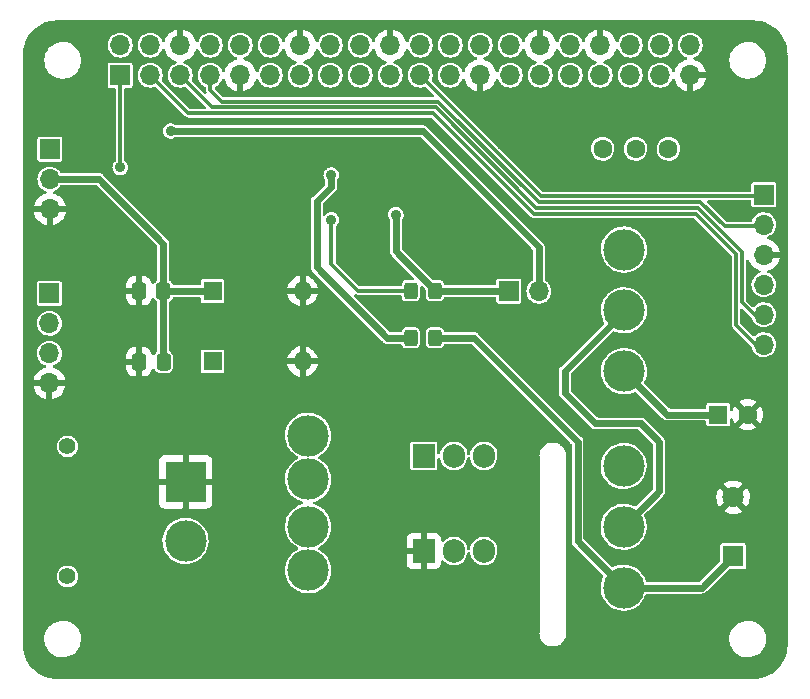
<source format=gtl>
G04 #@! TF.GenerationSoftware,KiCad,Pcbnew,(6.0.11)*
G04 #@! TF.CreationDate,2023-04-01T19:06:19+10:00*
G04 #@! TF.ProjectId,RPI,5250492e-6b69-4636-9164-5f7063625858,rev?*
G04 #@! TF.SameCoordinates,Original*
G04 #@! TF.FileFunction,Copper,L1,Top*
G04 #@! TF.FilePolarity,Positive*
%FSLAX46Y46*%
G04 Gerber Fmt 4.6, Leading zero omitted, Abs format (unit mm)*
G04 Created by KiCad (PCBNEW (6.0.11)) date 2023-04-01 19:06:19*
%MOMM*%
%LPD*%
G01*
G04 APERTURE LIST*
G04 Aperture macros list*
%AMRoundRect*
0 Rectangle with rounded corners*
0 $1 Rounding radius*
0 $2 $3 $4 $5 $6 $7 $8 $9 X,Y pos of 4 corners*
0 Add a 4 corners polygon primitive as box body*
4,1,4,$2,$3,$4,$5,$6,$7,$8,$9,$2,$3,0*
0 Add four circle primitives for the rounded corners*
1,1,$1+$1,$2,$3*
1,1,$1+$1,$4,$5*
1,1,$1+$1,$6,$7*
1,1,$1+$1,$8,$9*
0 Add four rect primitives between the rounded corners*
20,1,$1+$1,$2,$3,$4,$5,0*
20,1,$1+$1,$4,$5,$6,$7,0*
20,1,$1+$1,$6,$7,$8,$9,0*
20,1,$1+$1,$8,$9,$2,$3,0*%
G04 Aperture macros list end*
G04 #@! TA.AperFunction,SMDPad,CuDef*
%ADD10RoundRect,0.250000X0.337500X0.475000X-0.337500X0.475000X-0.337500X-0.475000X0.337500X-0.475000X0*%
G04 #@! TD*
G04 #@! TA.AperFunction,ComponentPad*
%ADD11C,3.500000*%
G04 #@! TD*
G04 #@! TA.AperFunction,ComponentPad*
%ADD12C,1.600000*%
G04 #@! TD*
G04 #@! TA.AperFunction,SMDPad,CuDef*
%ADD13RoundRect,0.250000X-0.325000X-0.450000X0.325000X-0.450000X0.325000X0.450000X-0.325000X0.450000X0*%
G04 #@! TD*
G04 #@! TA.AperFunction,ComponentPad*
%ADD14R,1.700000X1.700000*%
G04 #@! TD*
G04 #@! TA.AperFunction,ComponentPad*
%ADD15O,1.700000X1.700000*%
G04 #@! TD*
G04 #@! TA.AperFunction,ComponentPad*
%ADD16R,1.905000X2.000000*%
G04 #@! TD*
G04 #@! TA.AperFunction,ComponentPad*
%ADD17O,1.905000X2.000000*%
G04 #@! TD*
G04 #@! TA.AperFunction,ComponentPad*
%ADD18R,1.600000X1.600000*%
G04 #@! TD*
G04 #@! TA.AperFunction,ComponentPad*
%ADD19O,1.600000X1.600000*%
G04 #@! TD*
G04 #@! TA.AperFunction,ComponentPad*
%ADD20C,1.400000*%
G04 #@! TD*
G04 #@! TA.AperFunction,ComponentPad*
%ADD21R,3.500000X3.500000*%
G04 #@! TD*
G04 #@! TA.AperFunction,ComponentPad*
%ADD22R,1.800000X1.800000*%
G04 #@! TD*
G04 #@! TA.AperFunction,ComponentPad*
%ADD23C,1.800000*%
G04 #@! TD*
G04 #@! TA.AperFunction,ViaPad*
%ADD24C,0.900000*%
G04 #@! TD*
G04 #@! TA.AperFunction,Conductor*
%ADD25C,0.600000*%
G04 #@! TD*
G04 #@! TA.AperFunction,Conductor*
%ADD26C,0.200000*%
G04 #@! TD*
G04 #@! TA.AperFunction,Conductor*
%ADD27C,0.300000*%
G04 #@! TD*
G04 APERTURE END LIST*
D10*
X112026767Y-67025832D03*
X109951767Y-67025832D03*
D11*
X151016281Y-73825517D03*
X151016281Y-68675517D03*
X151016281Y-63525517D03*
D10*
X112037500Y-73037500D03*
X109962500Y-73037500D03*
D12*
X149210000Y-55000000D03*
X152000000Y-55000000D03*
X154790000Y-55000000D03*
D13*
X132975000Y-71000000D03*
X135025000Y-71000000D03*
D14*
X162865772Y-58886094D03*
D15*
X162865772Y-61426094D03*
X162865772Y-63966094D03*
X162865772Y-66506094D03*
X162865772Y-69046094D03*
X162865772Y-71586094D03*
D11*
X151000000Y-92150000D03*
X151000000Y-87000000D03*
X151000000Y-81850000D03*
D14*
X141271412Y-67056693D03*
D15*
X143811412Y-67056693D03*
D16*
X134080000Y-81000000D03*
D17*
X136620000Y-81000000D03*
X139160000Y-81000000D03*
D18*
X159000000Y-77496985D03*
D12*
X161500000Y-77496985D03*
D14*
X102409800Y-55031684D03*
D15*
X102409800Y-57571684D03*
X102409800Y-60111684D03*
D13*
X132975000Y-67000000D03*
X135025000Y-67000000D03*
D11*
X124287712Y-79282237D03*
X124287712Y-82982237D03*
X124287712Y-86982237D03*
X124287712Y-90682237D03*
D18*
X116190000Y-67025832D03*
D19*
X123810000Y-67025832D03*
D18*
X116190000Y-73000000D03*
D19*
X123810000Y-73000000D03*
D20*
X103901274Y-91195667D03*
X103901274Y-80195667D03*
D21*
X113901274Y-83195667D03*
D11*
X113901274Y-88195667D03*
D16*
X134080000Y-89055000D03*
D17*
X136620000Y-89055000D03*
X139160000Y-89055000D03*
D14*
X102379040Y-67229557D03*
D15*
X102379040Y-69769557D03*
X102379040Y-72309557D03*
X102379040Y-74849557D03*
D22*
X160261760Y-89500000D03*
D23*
X160261760Y-84500000D03*
D14*
X108370000Y-48770000D03*
D15*
X108370000Y-46230000D03*
X110910000Y-48770000D03*
X110910000Y-46230000D03*
X113450000Y-48770000D03*
X113450000Y-46230000D03*
X115990000Y-48770000D03*
X115990000Y-46230000D03*
X118530000Y-48770000D03*
X118530000Y-46230000D03*
X121070000Y-48770000D03*
X121070000Y-46230000D03*
X123610000Y-48770000D03*
X123610000Y-46230000D03*
X126150000Y-48770000D03*
X126150000Y-46230000D03*
X128690000Y-48770000D03*
X128690000Y-46230000D03*
X131230000Y-48770000D03*
X131230000Y-46230000D03*
X133770000Y-48770000D03*
X133770000Y-46230000D03*
X136310000Y-48770000D03*
X136310000Y-46230000D03*
X138850000Y-48770000D03*
X138850000Y-46230000D03*
X141390000Y-48770000D03*
X141390000Y-46230000D03*
X143930000Y-48770000D03*
X143930000Y-46230000D03*
X146470000Y-48770000D03*
X146470000Y-46230000D03*
X149010000Y-48770000D03*
X149010000Y-46230000D03*
X151550000Y-48770000D03*
X151550000Y-46230000D03*
X154090000Y-48770000D03*
X154090000Y-46230000D03*
X156630000Y-48770000D03*
X156630000Y-46230000D03*
D24*
X129000000Y-64556401D03*
X136422193Y-63196584D03*
X126237851Y-57205684D03*
X126254778Y-61000000D03*
X131716190Y-60574712D03*
X112648570Y-53492159D03*
X108370934Y-56574515D03*
D25*
X133973686Y-53492159D02*
X143811412Y-63329885D01*
X112648570Y-53492159D02*
X133973686Y-53492159D01*
X143811412Y-63329885D02*
X143811412Y-67056693D01*
X131716190Y-63691190D02*
X135025000Y-67000000D01*
X131716190Y-60574712D02*
X131716190Y-63691190D01*
X159000000Y-77496985D02*
X154687749Y-77496985D01*
X154687749Y-77496985D02*
X151016281Y-73825517D01*
X125000000Y-59443535D02*
X126237851Y-58205684D01*
X132975000Y-71000000D02*
X130975000Y-71000000D01*
X125000000Y-65025000D02*
X125000000Y-59443535D01*
X130975000Y-71000000D02*
X125000000Y-65025000D01*
X126237851Y-58205684D02*
X126237851Y-57205684D01*
X138293121Y-71000000D02*
X147088960Y-79795839D01*
X147088960Y-88238960D02*
X151000000Y-92150000D01*
X147088960Y-79795839D02*
X147088960Y-88238960D01*
X135025000Y-71000000D02*
X138293121Y-71000000D01*
X151000000Y-92150000D02*
X157611760Y-92150000D01*
X157611760Y-92150000D02*
X160261760Y-89500000D01*
D26*
X132587382Y-67000000D02*
X132975000Y-67000000D01*
D27*
X128500000Y-67000000D02*
X132587382Y-67000000D01*
X126254778Y-61000000D02*
X126254778Y-64754778D01*
X126254778Y-64754778D02*
X128500000Y-67000000D01*
D25*
X135025000Y-67000000D02*
X135081693Y-67056693D01*
X135081693Y-67056693D02*
X141271412Y-67056693D01*
D27*
X160500000Y-69892546D02*
X160500000Y-63918003D01*
X143378682Y-60500000D02*
X134878682Y-52000000D01*
X114140000Y-52000000D02*
X110910000Y-48770000D01*
X162841681Y-71700000D02*
X162307454Y-71700000D01*
X157081997Y-60500000D02*
X143378682Y-60500000D01*
X160500000Y-63918003D02*
X157081997Y-60500000D01*
X162307454Y-71700000D02*
X160500000Y-69892546D01*
X134878682Y-52000000D02*
X114140000Y-52000000D01*
X143585788Y-60000000D02*
X135085788Y-51500000D01*
X162160000Y-69160000D02*
X161000000Y-68000000D01*
X161000000Y-68000000D02*
X161000000Y-63710897D01*
X116180000Y-51500000D02*
X113450000Y-48770000D01*
X157289103Y-60000000D02*
X143585788Y-60000000D01*
X135085788Y-51500000D02*
X116180000Y-51500000D01*
X162841681Y-69160000D02*
X162160000Y-69160000D01*
X161000000Y-63710897D02*
X157289103Y-60000000D01*
X162841681Y-61540000D02*
X159540000Y-61540000D01*
X115990000Y-49990000D02*
X115990000Y-48770000D01*
X159540000Y-61540000D02*
X157500000Y-59500000D01*
X157500000Y-59500000D02*
X143792894Y-59500000D01*
X117000000Y-51000000D02*
X115990000Y-49990000D01*
X143792894Y-59500000D02*
X135292894Y-51000000D01*
X135292894Y-51000000D02*
X117000000Y-51000000D01*
X144000000Y-59000000D02*
X133770000Y-48770000D01*
X162841681Y-59000000D02*
X144000000Y-59000000D01*
X108370000Y-48770000D02*
X108370000Y-56564005D01*
D26*
X108370000Y-56573581D02*
X108370934Y-56574515D01*
X108370000Y-56564005D02*
X108370000Y-56573581D01*
D25*
X154000000Y-79814539D02*
X152435164Y-78249703D01*
X145995173Y-75645358D02*
X145995173Y-73840773D01*
X148599518Y-78249703D02*
X145995173Y-75645358D01*
X151016281Y-68819665D02*
X151016281Y-68675517D01*
X154000000Y-84000000D02*
X154000000Y-79814539D01*
X145995173Y-73840773D02*
X151016281Y-68819665D01*
X151000000Y-87000000D02*
X154000000Y-84000000D01*
X152435164Y-78249703D02*
X148599518Y-78249703D01*
X112026767Y-67025832D02*
X112026767Y-63026767D01*
X106540000Y-57540000D02*
X103000000Y-57540000D01*
X112026767Y-67025832D02*
X112026767Y-73026767D01*
X116190000Y-67025832D02*
X112026767Y-67025832D01*
X112026767Y-63026767D02*
X106540000Y-57540000D01*
G04 #@! TA.AperFunction,Conductor*
G36*
X161968181Y-44127705D02*
G01*
X161983977Y-44127705D01*
X162000000Y-44131998D01*
X162011217Y-44128992D01*
X162013795Y-44129749D01*
X162013878Y-44128279D01*
X162314557Y-44145165D01*
X162328589Y-44146746D01*
X162480405Y-44172541D01*
X162632215Y-44198335D01*
X162645990Y-44201479D01*
X162941929Y-44286737D01*
X162955266Y-44291404D01*
X163131129Y-44364249D01*
X163239798Y-44409261D01*
X163252521Y-44415388D01*
X163522074Y-44564365D01*
X163534022Y-44571872D01*
X163676020Y-44672625D01*
X163785205Y-44750096D01*
X163796252Y-44758906D01*
X164025888Y-44964121D01*
X164035879Y-44974112D01*
X164241094Y-45203748D01*
X164249904Y-45214795D01*
X164428128Y-45465978D01*
X164435635Y-45477926D01*
X164528443Y-45645849D01*
X164584610Y-45747475D01*
X164590739Y-45760202D01*
X164610855Y-45808765D01*
X164708596Y-46044734D01*
X164713263Y-46058071D01*
X164798521Y-46354010D01*
X164801665Y-46367785D01*
X164818984Y-46469715D01*
X164851204Y-46659344D01*
X164853253Y-46671406D01*
X164854835Y-46685443D01*
X164862588Y-46823498D01*
X164871721Y-46986122D01*
X164870572Y-46986187D01*
X164871115Y-46988385D01*
X164868002Y-47000000D01*
X164872295Y-47016023D01*
X164872295Y-47031819D01*
X164872500Y-47033376D01*
X164872500Y-96966624D01*
X164872295Y-96968181D01*
X164872295Y-96983977D01*
X164868002Y-97000000D01*
X164871008Y-97011217D01*
X164870251Y-97013795D01*
X164871721Y-97013878D01*
X164854835Y-97314553D01*
X164853253Y-97328594D01*
X164801665Y-97632215D01*
X164798521Y-97645990D01*
X164713263Y-97941929D01*
X164708596Y-97955266D01*
X164590741Y-98239794D01*
X164584612Y-98252521D01*
X164435635Y-98522074D01*
X164428128Y-98534022D01*
X164311285Y-98698697D01*
X164249904Y-98785205D01*
X164241094Y-98796252D01*
X164035879Y-99025888D01*
X164025888Y-99035879D01*
X163796252Y-99241094D01*
X163785205Y-99249904D01*
X163534022Y-99428128D01*
X163522074Y-99435635D01*
X163252521Y-99584612D01*
X163239798Y-99590739D01*
X163131129Y-99635751D01*
X162955266Y-99708596D01*
X162941929Y-99713263D01*
X162645990Y-99798521D01*
X162632215Y-99801665D01*
X162480404Y-99827459D01*
X162328589Y-99853254D01*
X162314557Y-99854835D01*
X162013878Y-99871721D01*
X162013813Y-99870572D01*
X162011615Y-99871115D01*
X162000000Y-99868002D01*
X161983977Y-99872295D01*
X161968181Y-99872295D01*
X161966624Y-99872500D01*
X103033376Y-99872500D01*
X103031819Y-99872295D01*
X103016023Y-99872295D01*
X103000000Y-99868002D01*
X102988783Y-99871008D01*
X102986205Y-99870251D01*
X102986122Y-99871721D01*
X102685443Y-99854835D01*
X102671411Y-99853254D01*
X102519596Y-99827459D01*
X102367785Y-99801665D01*
X102354010Y-99798521D01*
X102058071Y-99713263D01*
X102044734Y-99708596D01*
X101868871Y-99635751D01*
X101760202Y-99590739D01*
X101747479Y-99584612D01*
X101477926Y-99435635D01*
X101465978Y-99428128D01*
X101214795Y-99249904D01*
X101203748Y-99241094D01*
X100974112Y-99035879D01*
X100964121Y-99025888D01*
X100758906Y-98796252D01*
X100750096Y-98785205D01*
X100688715Y-98698697D01*
X100571872Y-98534022D01*
X100564365Y-98522074D01*
X100415388Y-98252521D01*
X100409259Y-98239794D01*
X100291404Y-97955266D01*
X100286737Y-97941929D01*
X100201479Y-97645990D01*
X100198335Y-97632215D01*
X100146747Y-97328594D01*
X100145165Y-97314553D01*
X100128279Y-97013878D01*
X100129428Y-97013813D01*
X100128885Y-97011615D01*
X100131998Y-97000000D01*
X100127705Y-96983977D01*
X100127705Y-96968181D01*
X100127500Y-96966624D01*
X100127500Y-96554288D01*
X101945404Y-96554288D01*
X101945985Y-96559308D01*
X101945985Y-96559312D01*
X101952654Y-96616951D01*
X101974081Y-96802140D01*
X101975460Y-96807011D01*
X101975460Y-96807014D01*
X101993991Y-96872500D01*
X102042017Y-97042219D01*
X102147462Y-97268348D01*
X102287706Y-97474710D01*
X102459138Y-97655994D01*
X102657349Y-97807538D01*
X102877239Y-97925443D01*
X103113152Y-98006674D01*
X103241099Y-98028774D01*
X103355107Y-98048467D01*
X103355113Y-98048468D01*
X103359017Y-98049142D01*
X103362978Y-98049322D01*
X103362979Y-98049322D01*
X103387503Y-98050436D01*
X103387522Y-98050436D01*
X103388922Y-98050500D01*
X103562691Y-98050500D01*
X103565199Y-98050298D01*
X103565204Y-98050298D01*
X103743661Y-98035940D01*
X103743666Y-98035939D01*
X103748702Y-98035534D01*
X103753610Y-98034329D01*
X103753613Y-98034328D01*
X103986092Y-97977225D01*
X103991006Y-97976018D01*
X103995658Y-97974043D01*
X103995662Y-97974042D01*
X104216022Y-97880505D01*
X104216023Y-97880505D01*
X104220677Y-97878529D01*
X104431808Y-97745573D01*
X104529923Y-97659073D01*
X104615168Y-97583920D01*
X104615171Y-97583917D01*
X104618965Y-97580572D01*
X104777334Y-97387770D01*
X104902840Y-97172128D01*
X104924919Y-97114612D01*
X104975632Y-96982500D01*
X104992255Y-96939195D01*
X105006189Y-96872500D01*
X105042243Y-96699915D01*
X105043278Y-96694961D01*
X105054596Y-96445712D01*
X105025919Y-96197860D01*
X105018097Y-96170216D01*
X104969930Y-96000000D01*
X143868002Y-96000000D01*
X143868286Y-96001058D01*
X143885388Y-96196536D01*
X143886812Y-96201850D01*
X143886812Y-96201851D01*
X143922192Y-96333891D01*
X143936449Y-96387101D01*
X143938772Y-96392082D01*
X143938772Y-96392083D01*
X144017500Y-96560917D01*
X144017503Y-96560922D01*
X144019826Y-96565904D01*
X144132986Y-96727512D01*
X144272488Y-96867014D01*
X144276996Y-96870171D01*
X144276999Y-96870173D01*
X144416969Y-96968181D01*
X144434097Y-96980174D01*
X144439079Y-96982497D01*
X144439084Y-96982500D01*
X144607917Y-97061228D01*
X144612899Y-97063551D01*
X144618207Y-97064973D01*
X144618209Y-97064974D01*
X144798149Y-97113188D01*
X144803464Y-97114612D01*
X145000000Y-97131807D01*
X145196536Y-97114612D01*
X145201851Y-97113188D01*
X145381791Y-97064974D01*
X145381793Y-97064973D01*
X145387101Y-97063551D01*
X145432848Y-97042219D01*
X145560917Y-96982500D01*
X145560922Y-96982497D01*
X145565904Y-96980174D01*
X145656548Y-96916704D01*
X145723001Y-96870173D01*
X145723003Y-96870171D01*
X145727512Y-96867014D01*
X145867014Y-96727512D01*
X145980174Y-96565904D01*
X145982497Y-96560922D01*
X145982500Y-96560917D01*
X145985591Y-96554288D01*
X159945404Y-96554288D01*
X159945985Y-96559308D01*
X159945985Y-96559312D01*
X159952654Y-96616951D01*
X159974081Y-96802140D01*
X159975460Y-96807011D01*
X159975460Y-96807014D01*
X159993991Y-96872500D01*
X160042017Y-97042219D01*
X160147462Y-97268348D01*
X160287706Y-97474710D01*
X160459138Y-97655994D01*
X160657349Y-97807538D01*
X160877239Y-97925443D01*
X161113152Y-98006674D01*
X161241099Y-98028774D01*
X161355107Y-98048467D01*
X161355113Y-98048468D01*
X161359017Y-98049142D01*
X161362978Y-98049322D01*
X161362979Y-98049322D01*
X161387503Y-98050436D01*
X161387522Y-98050436D01*
X161388922Y-98050500D01*
X161562691Y-98050500D01*
X161565199Y-98050298D01*
X161565204Y-98050298D01*
X161743661Y-98035940D01*
X161743666Y-98035939D01*
X161748702Y-98035534D01*
X161753610Y-98034329D01*
X161753613Y-98034328D01*
X161986092Y-97977225D01*
X161991006Y-97976018D01*
X161995658Y-97974043D01*
X161995662Y-97974042D01*
X162216022Y-97880505D01*
X162216023Y-97880505D01*
X162220677Y-97878529D01*
X162431808Y-97745573D01*
X162529923Y-97659073D01*
X162615168Y-97583920D01*
X162615171Y-97583917D01*
X162618965Y-97580572D01*
X162777334Y-97387770D01*
X162902840Y-97172128D01*
X162924919Y-97114612D01*
X162975632Y-96982500D01*
X162992255Y-96939195D01*
X163006189Y-96872500D01*
X163042243Y-96699915D01*
X163043278Y-96694961D01*
X163054596Y-96445712D01*
X163025919Y-96197860D01*
X163018097Y-96170216D01*
X162969930Y-96000000D01*
X162957983Y-95957781D01*
X162852538Y-95731652D01*
X162712294Y-95525290D01*
X162540862Y-95344006D01*
X162342651Y-95192462D01*
X162122761Y-95074557D01*
X161886848Y-94993326D01*
X161758901Y-94971226D01*
X161644893Y-94951533D01*
X161644887Y-94951532D01*
X161640983Y-94950858D01*
X161637022Y-94950678D01*
X161637021Y-94950678D01*
X161612497Y-94949564D01*
X161612478Y-94949564D01*
X161611078Y-94949500D01*
X161437309Y-94949500D01*
X161434801Y-94949702D01*
X161434796Y-94949702D01*
X161256339Y-94964060D01*
X161256334Y-94964061D01*
X161251298Y-94964466D01*
X161246390Y-94965671D01*
X161246387Y-94965672D01*
X161016392Y-95022165D01*
X161008994Y-95023982D01*
X161004342Y-95025957D01*
X161004338Y-95025958D01*
X160783978Y-95119495D01*
X160779323Y-95121471D01*
X160568192Y-95254427D01*
X160564398Y-95257772D01*
X160384832Y-95416080D01*
X160384829Y-95416083D01*
X160381035Y-95419428D01*
X160222666Y-95612230D01*
X160097160Y-95827872D01*
X160007745Y-96060805D01*
X159956722Y-96305039D01*
X159945404Y-96554288D01*
X145985591Y-96554288D01*
X146061228Y-96392083D01*
X146061228Y-96392082D01*
X146063551Y-96387101D01*
X146077809Y-96333891D01*
X146113188Y-96201851D01*
X146113188Y-96201850D01*
X146114612Y-96196536D01*
X146131714Y-96001058D01*
X146131998Y-96000000D01*
X146127701Y-95983965D01*
X146127705Y-95968180D01*
X146127500Y-95966624D01*
X146127500Y-81033376D01*
X146127705Y-81031820D01*
X146127701Y-81016035D01*
X146131998Y-81000000D01*
X146131714Y-80998942D01*
X146129702Y-80975937D01*
X146116920Y-80829849D01*
X146114612Y-80803464D01*
X146100516Y-80750856D01*
X146064974Y-80618209D01*
X146064973Y-80618207D01*
X146063551Y-80612899D01*
X146061228Y-80607917D01*
X145982500Y-80439084D01*
X145982497Y-80439079D01*
X145980174Y-80434097D01*
X145944430Y-80383049D01*
X145870173Y-80276999D01*
X145870171Y-80276996D01*
X145867014Y-80272488D01*
X145727512Y-80132986D01*
X145719678Y-80127500D01*
X145616633Y-80055347D01*
X145565904Y-80019826D01*
X145560922Y-80017503D01*
X145560917Y-80017500D01*
X145392083Y-79938772D01*
X145392082Y-79938772D01*
X145387101Y-79936449D01*
X145381793Y-79935027D01*
X145381791Y-79935026D01*
X145201851Y-79886812D01*
X145201850Y-79886812D01*
X145196536Y-79885388D01*
X145000000Y-79868193D01*
X144803464Y-79885388D01*
X144798150Y-79886812D01*
X144798149Y-79886812D01*
X144618209Y-79935026D01*
X144618207Y-79935027D01*
X144612899Y-79936449D01*
X144607918Y-79938771D01*
X144607917Y-79938772D01*
X144439084Y-80017500D01*
X144439079Y-80017503D01*
X144434097Y-80019826D01*
X144429590Y-80022982D01*
X144429588Y-80022983D01*
X144276999Y-80129827D01*
X144276996Y-80129829D01*
X144272488Y-80132986D01*
X144132986Y-80272488D01*
X144129829Y-80276996D01*
X144129827Y-80276999D01*
X144055570Y-80383049D01*
X144019826Y-80434097D01*
X144017503Y-80439079D01*
X144017500Y-80439084D01*
X143938772Y-80607917D01*
X143936449Y-80612899D01*
X143935027Y-80618207D01*
X143935026Y-80618209D01*
X143899484Y-80750856D01*
X143885388Y-80803464D01*
X143868286Y-80998942D01*
X143868002Y-81000000D01*
X143872299Y-81016035D01*
X143872295Y-81031820D01*
X143872500Y-81033376D01*
X143872500Y-95966624D01*
X143872295Y-95968180D01*
X143872299Y-95983965D01*
X143868002Y-96000000D01*
X104969930Y-96000000D01*
X104957983Y-95957781D01*
X104852538Y-95731652D01*
X104712294Y-95525290D01*
X104540862Y-95344006D01*
X104342651Y-95192462D01*
X104122761Y-95074557D01*
X103886848Y-94993326D01*
X103758901Y-94971226D01*
X103644893Y-94951533D01*
X103644887Y-94951532D01*
X103640983Y-94950858D01*
X103637022Y-94950678D01*
X103637021Y-94950678D01*
X103612497Y-94949564D01*
X103612478Y-94949564D01*
X103611078Y-94949500D01*
X103437309Y-94949500D01*
X103434801Y-94949702D01*
X103434796Y-94949702D01*
X103256339Y-94964060D01*
X103256334Y-94964061D01*
X103251298Y-94964466D01*
X103246390Y-94965671D01*
X103246387Y-94965672D01*
X103016392Y-95022165D01*
X103008994Y-95023982D01*
X103004342Y-95025957D01*
X103004338Y-95025958D01*
X102783978Y-95119495D01*
X102779323Y-95121471D01*
X102568192Y-95254427D01*
X102564398Y-95257772D01*
X102384832Y-95416080D01*
X102384829Y-95416083D01*
X102381035Y-95419428D01*
X102222666Y-95612230D01*
X102097160Y-95827872D01*
X102007745Y-96060805D01*
X101956722Y-96305039D01*
X101945404Y-96554288D01*
X100127500Y-96554288D01*
X100127500Y-91195667D01*
X102995814Y-91195667D01*
X102996504Y-91202232D01*
X103011471Y-91344633D01*
X103015600Y-91383923D01*
X103074095Y-91563951D01*
X103077398Y-91569673D01*
X103077399Y-91569674D01*
X103121824Y-91646621D01*
X103168741Y-91727883D01*
X103173159Y-91732790D01*
X103173160Y-91732791D01*
X103258764Y-91827863D01*
X103295403Y-91868555D01*
X103448544Y-91979818D01*
X103621471Y-92056811D01*
X103719486Y-92077645D01*
X103800171Y-92094795D01*
X103800175Y-92094795D01*
X103806628Y-92096167D01*
X103995920Y-92096167D01*
X104002373Y-92094795D01*
X104002377Y-92094795D01*
X104083062Y-92077645D01*
X104181077Y-92056811D01*
X104354004Y-91979818D01*
X104507145Y-91868555D01*
X104543785Y-91827863D01*
X104629388Y-91732791D01*
X104629389Y-91732790D01*
X104633807Y-91727883D01*
X104680724Y-91646621D01*
X104725149Y-91569674D01*
X104725150Y-91569673D01*
X104728453Y-91563951D01*
X104786948Y-91383923D01*
X104791078Y-91344633D01*
X104806044Y-91202232D01*
X104806734Y-91195667D01*
X104796916Y-91102251D01*
X104787638Y-91013974D01*
X104787638Y-91013972D01*
X104786948Y-91007411D01*
X104728453Y-90827383D01*
X104715544Y-90805023D01*
X104637110Y-90669172D01*
X104633807Y-90663451D01*
X104599425Y-90625266D01*
X104595416Y-90620814D01*
X122333195Y-90620814D01*
X122344039Y-90896820D01*
X122393665Y-91168546D01*
X122481082Y-91430568D01*
X122483075Y-91434556D01*
X122589038Y-91646621D01*
X122604546Y-91677658D01*
X122761594Y-91904888D01*
X122764616Y-91908157D01*
X122931395Y-92088577D01*
X122949092Y-92107722D01*
X122952546Y-92110534D01*
X123159843Y-92279300D01*
X123159847Y-92279303D01*
X123163300Y-92282114D01*
X123167122Y-92284415D01*
X123330473Y-92382760D01*
X123399942Y-92424584D01*
X123476528Y-92457014D01*
X123650194Y-92530553D01*
X123650199Y-92530555D01*
X123654297Y-92532290D01*
X123658594Y-92533429D01*
X123658599Y-92533431D01*
X123787794Y-92567686D01*
X123921291Y-92603082D01*
X124195596Y-92635548D01*
X124471739Y-92629041D01*
X124572594Y-92612254D01*
X124739820Y-92584420D01*
X124739824Y-92584419D01*
X124744210Y-92583689D01*
X124748451Y-92582348D01*
X124748454Y-92582347D01*
X125003327Y-92501741D01*
X125003329Y-92501740D01*
X125007573Y-92500398D01*
X125011584Y-92498472D01*
X125011589Y-92498470D01*
X125252554Y-92382760D01*
X125252555Y-92382759D01*
X125256573Y-92380830D01*
X125260279Y-92378354D01*
X125482533Y-92229849D01*
X125482537Y-92229846D01*
X125486241Y-92227371D01*
X125691995Y-92043082D01*
X125869730Y-91831640D01*
X126015900Y-91597265D01*
X126029232Y-91567110D01*
X126125789Y-91348700D01*
X126127587Y-91344633D01*
X126202565Y-91078784D01*
X126226417Y-90901200D01*
X126238908Y-90808205D01*
X126238909Y-90808198D01*
X126239335Y-90805023D01*
X126243194Y-90682237D01*
X126223685Y-90406707D01*
X126210623Y-90346033D01*
X126166485Y-90141022D01*
X126166485Y-90141020D01*
X126165549Y-90136675D01*
X126151897Y-90099669D01*
X132619501Y-90099669D01*
X132619871Y-90106490D01*
X132625395Y-90157352D01*
X132629021Y-90172604D01*
X132674176Y-90293054D01*
X132682714Y-90308649D01*
X132759215Y-90410724D01*
X132771776Y-90423285D01*
X132873851Y-90499786D01*
X132889446Y-90508324D01*
X133009894Y-90553478D01*
X133025149Y-90557105D01*
X133076014Y-90562631D01*
X133082828Y-90563000D01*
X133807885Y-90563000D01*
X133823124Y-90558525D01*
X133824329Y-90557135D01*
X133826000Y-90549452D01*
X133826000Y-90544884D01*
X134334000Y-90544884D01*
X134338475Y-90560123D01*
X134339865Y-90561328D01*
X134347548Y-90562999D01*
X135077169Y-90562999D01*
X135083990Y-90562629D01*
X135134852Y-90557105D01*
X135150104Y-90553479D01*
X135270554Y-90508324D01*
X135286149Y-90499786D01*
X135388224Y-90423285D01*
X135400785Y-90410724D01*
X135477286Y-90308649D01*
X135485824Y-90293054D01*
X135530978Y-90172606D01*
X135534605Y-90157351D01*
X135540131Y-90106486D01*
X135540500Y-90099672D01*
X135540500Y-89961559D01*
X135560502Y-89893438D01*
X135614158Y-89846945D01*
X135684432Y-89836841D01*
X135749012Y-89866335D01*
X135757513Y-89874675D01*
X135759483Y-89877313D01*
X135763727Y-89881236D01*
X135907164Y-90013828D01*
X135915091Y-90021156D01*
X136094306Y-90134232D01*
X136291127Y-90212756D01*
X136296787Y-90213882D01*
X136296791Y-90213883D01*
X136493295Y-90252970D01*
X136493298Y-90252970D01*
X136498962Y-90254097D01*
X136504737Y-90254173D01*
X136504741Y-90254173D01*
X136610517Y-90255557D01*
X136710851Y-90256870D01*
X136716548Y-90255891D01*
X136716549Y-90255891D01*
X136914007Y-90221962D01*
X136914010Y-90221961D01*
X136919697Y-90220984D01*
X137118506Y-90147640D01*
X137242562Y-90073834D01*
X137295652Y-90042249D01*
X137295655Y-90042247D01*
X137300620Y-90039293D01*
X137459940Y-89899573D01*
X137463516Y-89895037D01*
X137587552Y-89737698D01*
X137587553Y-89737696D01*
X137591130Y-89733159D01*
X137604619Y-89707522D01*
X137687105Y-89550741D01*
X137687106Y-89550739D01*
X137689797Y-89545624D01*
X137752636Y-89343249D01*
X137764598Y-89242180D01*
X137792468Y-89176883D01*
X137851217Y-89137019D01*
X137922191Y-89135245D01*
X137982858Y-89172124D01*
X138013955Y-89235947D01*
X138015196Y-89245460D01*
X138021450Y-89313518D01*
X138023019Y-89319080D01*
X138023019Y-89319082D01*
X138031310Y-89348478D01*
X138078970Y-89517469D01*
X138172694Y-89707522D01*
X138176148Y-89712148D01*
X138176149Y-89712149D01*
X138199395Y-89743279D01*
X138299483Y-89877313D01*
X138356037Y-89929591D01*
X138447164Y-90013828D01*
X138455091Y-90021156D01*
X138634306Y-90134232D01*
X138831127Y-90212756D01*
X138836787Y-90213882D01*
X138836791Y-90213883D01*
X139033295Y-90252970D01*
X139033298Y-90252970D01*
X139038962Y-90254097D01*
X139044737Y-90254173D01*
X139044741Y-90254173D01*
X139150517Y-90255557D01*
X139250851Y-90256870D01*
X139256548Y-90255891D01*
X139256549Y-90255891D01*
X139454007Y-90221962D01*
X139454010Y-90221961D01*
X139459697Y-90220984D01*
X139658506Y-90147640D01*
X139782562Y-90073834D01*
X139835652Y-90042249D01*
X139835655Y-90042247D01*
X139840620Y-90039293D01*
X139999940Y-89899573D01*
X140003516Y-89895037D01*
X140127552Y-89737698D01*
X140127553Y-89737696D01*
X140131130Y-89733159D01*
X140144619Y-89707522D01*
X140227105Y-89550741D01*
X140227106Y-89550739D01*
X140229797Y-89545624D01*
X140292636Y-89343249D01*
X140295496Y-89319082D01*
X140312564Y-89174882D01*
X140312564Y-89174875D01*
X140313000Y-89171195D01*
X140313000Y-88953739D01*
X140298550Y-88796482D01*
X140241030Y-88592531D01*
X140147306Y-88402478D01*
X140118437Y-88363817D01*
X140023970Y-88237311D01*
X140023969Y-88237310D01*
X140020517Y-88232687D01*
X139909228Y-88129812D01*
X139869149Y-88092763D01*
X139869146Y-88092761D01*
X139864909Y-88088844D01*
X139685694Y-87975768D01*
X139488873Y-87897244D01*
X139483213Y-87896118D01*
X139483209Y-87896117D01*
X139286705Y-87857030D01*
X139286702Y-87857030D01*
X139281038Y-87855903D01*
X139275263Y-87855827D01*
X139275259Y-87855827D01*
X139169483Y-87854443D01*
X139069149Y-87853130D01*
X139063452Y-87854109D01*
X139063451Y-87854109D01*
X138865993Y-87888038D01*
X138865990Y-87888039D01*
X138860303Y-87889016D01*
X138661494Y-87962360D01*
X138592321Y-88003514D01*
X138484348Y-88067751D01*
X138484345Y-88067753D01*
X138479380Y-88070707D01*
X138320060Y-88210427D01*
X138316485Y-88214962D01*
X138316484Y-88214963D01*
X138195557Y-88368359D01*
X138188870Y-88376841D01*
X138186179Y-88381957D01*
X138186177Y-88381959D01*
X138092895Y-88559259D01*
X138090203Y-88564376D01*
X138027364Y-88766751D01*
X138016557Y-88858063D01*
X138015402Y-88867819D01*
X137987532Y-88933117D01*
X137928783Y-88972981D01*
X137857809Y-88974755D01*
X137797142Y-88937876D01*
X137766045Y-88874053D01*
X137764804Y-88864540D01*
X137759079Y-88802238D01*
X137759079Y-88802237D01*
X137758550Y-88796482D01*
X137701030Y-88592531D01*
X137607306Y-88402478D01*
X137578437Y-88363817D01*
X137483970Y-88237311D01*
X137483969Y-88237310D01*
X137480517Y-88232687D01*
X137369228Y-88129812D01*
X137329149Y-88092763D01*
X137329146Y-88092761D01*
X137324909Y-88088844D01*
X137145694Y-87975768D01*
X136948873Y-87897244D01*
X136943213Y-87896118D01*
X136943209Y-87896117D01*
X136746705Y-87857030D01*
X136746702Y-87857030D01*
X136741038Y-87855903D01*
X136735263Y-87855827D01*
X136735259Y-87855827D01*
X136629483Y-87854443D01*
X136529149Y-87853130D01*
X136523452Y-87854109D01*
X136523451Y-87854109D01*
X136325993Y-87888038D01*
X136325990Y-87888039D01*
X136320303Y-87889016D01*
X136121494Y-87962360D01*
X136052321Y-88003514D01*
X135944348Y-88067751D01*
X135944345Y-88067753D01*
X135939380Y-88070707D01*
X135780060Y-88210427D01*
X135776485Y-88214962D01*
X135776484Y-88214963D01*
X135765449Y-88228961D01*
X135707568Y-88270074D01*
X135636648Y-88273368D01*
X135575205Y-88237796D01*
X135542748Y-88174654D01*
X135540499Y-88150955D01*
X135540499Y-88010331D01*
X135540129Y-88003510D01*
X135534605Y-87952648D01*
X135530979Y-87937396D01*
X135485824Y-87816946D01*
X135477286Y-87801351D01*
X135400785Y-87699276D01*
X135388224Y-87686715D01*
X135286149Y-87610214D01*
X135270554Y-87601676D01*
X135150106Y-87556522D01*
X135134851Y-87552895D01*
X135083986Y-87547369D01*
X135077172Y-87547000D01*
X134352115Y-87547000D01*
X134336876Y-87551475D01*
X134335671Y-87552865D01*
X134334000Y-87560548D01*
X134334000Y-90544884D01*
X133826000Y-90544884D01*
X133826000Y-89327115D01*
X133821525Y-89311876D01*
X133820135Y-89310671D01*
X133812452Y-89309000D01*
X132637616Y-89309000D01*
X132622377Y-89313475D01*
X132621172Y-89314865D01*
X132619501Y-89322548D01*
X132619501Y-90099669D01*
X126151897Y-90099669D01*
X126076118Y-89894260D01*
X126071486Y-89881705D01*
X126069945Y-89877528D01*
X125938780Y-89634437D01*
X125774672Y-89412253D01*
X125712175Y-89348766D01*
X125671810Y-89307762D01*
X125580895Y-89215408D01*
X125361316Y-89047831D01*
X125183029Y-88947985D01*
X125171785Y-88941688D01*
X125122124Y-88890951D01*
X125107777Y-88821419D01*
X125122622Y-88782885D01*
X132619500Y-88782885D01*
X132623975Y-88798124D01*
X132625365Y-88799329D01*
X132633048Y-88801000D01*
X133807885Y-88801000D01*
X133823124Y-88796525D01*
X133824329Y-88795135D01*
X133826000Y-88787452D01*
X133826000Y-87565116D01*
X133821525Y-87549877D01*
X133820135Y-87548672D01*
X133812452Y-87547001D01*
X133082831Y-87547001D01*
X133076010Y-87547371D01*
X133025148Y-87552895D01*
X133009896Y-87556521D01*
X132889446Y-87601676D01*
X132873851Y-87610214D01*
X132771776Y-87686715D01*
X132759215Y-87699276D01*
X132682714Y-87801351D01*
X132674176Y-87816946D01*
X132629022Y-87937394D01*
X132625395Y-87952649D01*
X132619869Y-88003514D01*
X132619500Y-88010328D01*
X132619500Y-88782885D01*
X125122622Y-88782885D01*
X125133299Y-88755169D01*
X125178810Y-88718171D01*
X125252555Y-88682760D01*
X125252561Y-88682756D01*
X125256573Y-88680830D01*
X125318039Y-88639760D01*
X125482533Y-88529849D01*
X125482537Y-88529846D01*
X125486241Y-88527371D01*
X125672344Y-88360683D01*
X125688677Y-88346054D01*
X125688678Y-88346053D01*
X125691995Y-88343082D01*
X125869730Y-88131640D01*
X126015900Y-87897265D01*
X126018664Y-87891015D01*
X126125789Y-87648700D01*
X126127587Y-87644633D01*
X126202565Y-87378784D01*
X126226417Y-87201200D01*
X126238908Y-87108205D01*
X126238909Y-87108198D01*
X126239335Y-87105023D01*
X126239712Y-87093028D01*
X126243093Y-86985459D01*
X126243093Y-86985454D01*
X126243194Y-86982237D01*
X126223685Y-86706707D01*
X126219861Y-86688942D01*
X126166485Y-86441022D01*
X126166485Y-86441020D01*
X126165549Y-86436675D01*
X126069945Y-86177528D01*
X125938780Y-85934437D01*
X125774672Y-85712253D01*
X125746797Y-85683936D01*
X125584026Y-85518589D01*
X125580895Y-85515408D01*
X125361316Y-85347831D01*
X125338878Y-85335265D01*
X125124202Y-85215040D01*
X125124199Y-85215039D01*
X125120316Y-85212864D01*
X125116171Y-85211260D01*
X125116168Y-85211259D01*
X124911864Y-85132220D01*
X124862703Y-85113201D01*
X124858376Y-85112198D01*
X124858366Y-85112195D01*
X124824224Y-85104281D01*
X124762380Y-85069413D01*
X124729204Y-85006645D01*
X124735230Y-84935905D01*
X124778545Y-84879652D01*
X124814682Y-84861402D01*
X124997711Y-84803517D01*
X125003327Y-84801741D01*
X125003329Y-84801740D01*
X125007573Y-84800398D01*
X125011584Y-84798472D01*
X125011589Y-84798470D01*
X125252554Y-84682760D01*
X125252555Y-84682759D01*
X125256573Y-84680830D01*
X125260279Y-84678354D01*
X125482533Y-84529849D01*
X125482537Y-84529846D01*
X125486241Y-84527371D01*
X125635619Y-84393577D01*
X125688677Y-84346054D01*
X125688678Y-84346053D01*
X125691995Y-84343082D01*
X125869730Y-84131640D01*
X126015900Y-83897265D01*
X126045819Y-83829591D01*
X126125789Y-83648700D01*
X126127587Y-83644633D01*
X126202565Y-83378784D01*
X126224720Y-83213833D01*
X126238908Y-83108205D01*
X126238909Y-83108198D01*
X126239335Y-83105023D01*
X126239436Y-83101812D01*
X126243093Y-82985459D01*
X126243093Y-82985454D01*
X126243194Y-82982237D01*
X126223685Y-82706707D01*
X126210623Y-82646033D01*
X126166485Y-82441022D01*
X126166485Y-82441020D01*
X126165549Y-82436675D01*
X126069945Y-82177528D01*
X126046588Y-82134239D01*
X125984812Y-82019748D01*
X132927000Y-82019748D01*
X132938633Y-82078231D01*
X132982948Y-82144552D01*
X133049269Y-82188867D01*
X133061438Y-82191288D01*
X133061439Y-82191288D01*
X133095033Y-82197970D01*
X133107752Y-82200500D01*
X135052248Y-82200500D01*
X135064967Y-82197970D01*
X135098561Y-82191288D01*
X135098562Y-82191288D01*
X135110731Y-82188867D01*
X135177052Y-82144552D01*
X135221367Y-82078231D01*
X135233000Y-82019748D01*
X135233000Y-81286347D01*
X135253002Y-81218226D01*
X135306658Y-81171733D01*
X135376932Y-81161629D01*
X135441512Y-81191123D01*
X135479896Y-81250849D01*
X135481276Y-81256629D01*
X135481450Y-81258518D01*
X135483019Y-81264080D01*
X135483019Y-81264082D01*
X135498085Y-81317502D01*
X135538970Y-81462469D01*
X135632694Y-81652522D01*
X135636148Y-81657148D01*
X135636149Y-81657149D01*
X135756030Y-81817689D01*
X135759483Y-81822313D01*
X135825234Y-81883093D01*
X135880778Y-81934437D01*
X135915091Y-81966156D01*
X136094306Y-82079232D01*
X136291127Y-82157756D01*
X136296787Y-82158882D01*
X136296791Y-82158883D01*
X136493295Y-82197970D01*
X136493298Y-82197970D01*
X136498962Y-82199097D01*
X136504737Y-82199173D01*
X136504741Y-82199173D01*
X136610517Y-82200557D01*
X136710851Y-82201870D01*
X136716548Y-82200891D01*
X136716549Y-82200891D01*
X136914007Y-82166962D01*
X136914010Y-82166961D01*
X136919697Y-82165984D01*
X137118506Y-82092640D01*
X137206187Y-82040475D01*
X137295652Y-81987249D01*
X137295655Y-81987247D01*
X137300620Y-81984293D01*
X137459940Y-81844573D01*
X137591130Y-81678159D01*
X137595597Y-81669670D01*
X137687105Y-81495741D01*
X137687106Y-81495739D01*
X137689797Y-81490624D01*
X137752636Y-81288249D01*
X137764598Y-81187180D01*
X137792468Y-81121883D01*
X137851217Y-81082019D01*
X137922191Y-81080245D01*
X137982858Y-81117124D01*
X138013955Y-81180947D01*
X138015196Y-81190460D01*
X138020274Y-81245723D01*
X138021450Y-81258518D01*
X138023019Y-81264080D01*
X138023019Y-81264082D01*
X138038085Y-81317502D01*
X138078970Y-81462469D01*
X138172694Y-81652522D01*
X138176148Y-81657148D01*
X138176149Y-81657149D01*
X138296030Y-81817689D01*
X138299483Y-81822313D01*
X138365234Y-81883093D01*
X138420778Y-81934437D01*
X138455091Y-81966156D01*
X138634306Y-82079232D01*
X138831127Y-82157756D01*
X138836787Y-82158882D01*
X138836791Y-82158883D01*
X139033295Y-82197970D01*
X139033298Y-82197970D01*
X139038962Y-82199097D01*
X139044737Y-82199173D01*
X139044741Y-82199173D01*
X139150517Y-82200557D01*
X139250851Y-82201870D01*
X139256548Y-82200891D01*
X139256549Y-82200891D01*
X139454007Y-82166962D01*
X139454010Y-82166961D01*
X139459697Y-82165984D01*
X139658506Y-82092640D01*
X139746187Y-82040475D01*
X139835652Y-81987249D01*
X139835655Y-81987247D01*
X139840620Y-81984293D01*
X139999940Y-81844573D01*
X140131130Y-81678159D01*
X140135597Y-81669670D01*
X140227105Y-81495741D01*
X140227106Y-81495739D01*
X140229797Y-81490624D01*
X140292636Y-81288249D01*
X140300924Y-81218226D01*
X140312564Y-81119882D01*
X140312564Y-81119875D01*
X140313000Y-81116195D01*
X140313000Y-80898739D01*
X140298550Y-80741482D01*
X140293702Y-80724290D01*
X140253012Y-80580016D01*
X140241030Y-80537531D01*
X140147306Y-80347478D01*
X140020517Y-80177687D01*
X139917872Y-80082803D01*
X139869149Y-80037763D01*
X139869146Y-80037761D01*
X139864909Y-80033844D01*
X139685694Y-79920768D01*
X139488873Y-79842244D01*
X139483213Y-79841118D01*
X139483209Y-79841117D01*
X139286705Y-79802030D01*
X139286702Y-79802030D01*
X139281038Y-79800903D01*
X139275263Y-79800827D01*
X139275259Y-79800827D01*
X139169483Y-79799443D01*
X139069149Y-79798130D01*
X139063452Y-79799109D01*
X139063451Y-79799109D01*
X138865993Y-79833038D01*
X138865990Y-79833039D01*
X138860303Y-79834016D01*
X138661494Y-79907360D01*
X138606043Y-79940350D01*
X138484348Y-80012751D01*
X138484345Y-80012753D01*
X138479380Y-80015707D01*
X138320060Y-80155427D01*
X138316485Y-80159962D01*
X138316484Y-80159963D01*
X138224221Y-80276999D01*
X138188870Y-80321841D01*
X138186179Y-80326957D01*
X138186177Y-80326959D01*
X138131102Y-80431640D01*
X138090203Y-80509376D01*
X138027364Y-80711751D01*
X138015836Y-80809156D01*
X138015402Y-80812819D01*
X137987532Y-80878117D01*
X137928783Y-80917981D01*
X137857809Y-80919755D01*
X137797142Y-80882876D01*
X137766045Y-80819053D01*
X137764804Y-80809540D01*
X137759079Y-80747238D01*
X137759079Y-80747237D01*
X137758550Y-80741482D01*
X137753702Y-80724290D01*
X137713012Y-80580016D01*
X137701030Y-80537531D01*
X137607306Y-80347478D01*
X137480517Y-80177687D01*
X137377872Y-80082803D01*
X137329149Y-80037763D01*
X137329146Y-80037761D01*
X137324909Y-80033844D01*
X137145694Y-79920768D01*
X136948873Y-79842244D01*
X136943213Y-79841118D01*
X136943209Y-79841117D01*
X136746705Y-79802030D01*
X136746702Y-79802030D01*
X136741038Y-79800903D01*
X136735263Y-79800827D01*
X136735259Y-79800827D01*
X136629483Y-79799443D01*
X136529149Y-79798130D01*
X136523452Y-79799109D01*
X136523451Y-79799109D01*
X136325993Y-79833038D01*
X136325990Y-79833039D01*
X136320303Y-79834016D01*
X136121494Y-79907360D01*
X136066043Y-79940350D01*
X135944348Y-80012751D01*
X135944345Y-80012753D01*
X135939380Y-80015707D01*
X135780060Y-80155427D01*
X135776485Y-80159962D01*
X135776484Y-80159963D01*
X135684221Y-80276999D01*
X135648870Y-80321841D01*
X135646179Y-80326957D01*
X135646177Y-80326959D01*
X135591102Y-80431640D01*
X135550203Y-80509376D01*
X135487364Y-80711751D01*
X135486685Y-80717488D01*
X135484127Y-80739100D01*
X135456256Y-80804397D01*
X135397508Y-80844261D01*
X135326534Y-80846035D01*
X135265867Y-80809156D01*
X135234769Y-80745332D01*
X135233000Y-80724290D01*
X135233000Y-79980252D01*
X135230214Y-79966247D01*
X135223788Y-79933939D01*
X135223788Y-79933938D01*
X135221367Y-79921769D01*
X135177052Y-79855448D01*
X135110731Y-79811133D01*
X135098562Y-79808712D01*
X135098561Y-79808712D01*
X135058316Y-79800707D01*
X135052248Y-79799500D01*
X133107752Y-79799500D01*
X133101684Y-79800707D01*
X133061439Y-79808712D01*
X133061438Y-79808712D01*
X133049269Y-79811133D01*
X132982948Y-79855448D01*
X132938633Y-79921769D01*
X132936212Y-79933938D01*
X132936212Y-79933939D01*
X132929786Y-79966247D01*
X132927000Y-79980252D01*
X132927000Y-82019748D01*
X125984812Y-82019748D01*
X125940893Y-81938353D01*
X125938780Y-81934437D01*
X125774672Y-81712253D01*
X125741110Y-81678159D01*
X125584026Y-81518589D01*
X125580895Y-81515408D01*
X125361316Y-81347831D01*
X125211772Y-81264082D01*
X125171785Y-81241688D01*
X125122124Y-81190951D01*
X125107777Y-81121419D01*
X125133299Y-81055169D01*
X125178810Y-81018171D01*
X125181693Y-81016787D01*
X125229478Y-80993841D01*
X125252555Y-80982760D01*
X125252561Y-80982756D01*
X125256573Y-80980830D01*
X125300895Y-80951215D01*
X125482533Y-80829849D01*
X125482537Y-80829846D01*
X125486241Y-80827371D01*
X125691995Y-80643082D01*
X125869730Y-80431640D01*
X126015900Y-80197265D01*
X126021206Y-80185265D01*
X126125789Y-79948700D01*
X126127587Y-79944633D01*
X126130297Y-79935026D01*
X126149010Y-79868672D01*
X126202565Y-79678784D01*
X126211593Y-79611571D01*
X126238908Y-79408205D01*
X126238909Y-79408198D01*
X126239335Y-79405023D01*
X126243194Y-79282237D01*
X126223685Y-79006707D01*
X126210623Y-78946033D01*
X126166485Y-78741022D01*
X126166485Y-78741020D01*
X126165549Y-78736675D01*
X126087917Y-78526243D01*
X126071486Y-78481705D01*
X126069945Y-78477528D01*
X126054244Y-78448428D01*
X125940893Y-78238353D01*
X125938780Y-78234437D01*
X125774672Y-78012253D01*
X125764049Y-78001461D01*
X125643491Y-77878995D01*
X125580895Y-77815408D01*
X125361316Y-77647831D01*
X125307160Y-77617502D01*
X125124202Y-77515040D01*
X125124199Y-77515039D01*
X125120316Y-77512864D01*
X125116171Y-77511260D01*
X125116168Y-77511259D01*
X124866846Y-77414804D01*
X124862703Y-77413201D01*
X124858378Y-77412198D01*
X124858373Y-77412197D01*
X124710279Y-77377871D01*
X124593617Y-77350830D01*
X124318427Y-77326996D01*
X124313992Y-77327240D01*
X124313988Y-77327240D01*
X124047068Y-77341930D01*
X124047061Y-77341931D01*
X124042625Y-77342175D01*
X123855560Y-77379384D01*
X123776076Y-77395194D01*
X123776074Y-77395195D01*
X123771713Y-77396062D01*
X123511096Y-77487584D01*
X123265975Y-77614915D01*
X123262360Y-77617498D01*
X123262354Y-77617502D01*
X123044862Y-77772924D01*
X123044858Y-77772927D01*
X123041241Y-77775512D01*
X122999419Y-77815408D01*
X122849298Y-77958617D01*
X122841377Y-77966173D01*
X122838621Y-77969668D01*
X122838620Y-77969670D01*
X122815512Y-77998983D01*
X122670371Y-78183093D01*
X122605006Y-78295628D01*
X122533873Y-78418090D01*
X122533870Y-78418096D01*
X122531635Y-78421944D01*
X122505750Y-78485852D01*
X122445277Y-78635153D01*
X122427938Y-78677960D01*
X122426867Y-78682273D01*
X122426865Y-78682278D01*
X122362421Y-78941712D01*
X122361348Y-78946033D01*
X122360894Y-78950461D01*
X122360894Y-78950463D01*
X122354675Y-79011159D01*
X122333195Y-79220814D01*
X122333370Y-79225266D01*
X122342544Y-79458760D01*
X122344039Y-79496820D01*
X122393665Y-79768546D01*
X122481082Y-80030568D01*
X122529516Y-80127500D01*
X122601963Y-80272488D01*
X122604546Y-80277658D01*
X122761594Y-80504888D01*
X122949092Y-80707722D01*
X122952546Y-80710534D01*
X123159843Y-80879300D01*
X123159847Y-80879303D01*
X123163300Y-80882114D01*
X123167122Y-80884415D01*
X123396119Y-81022283D01*
X123396126Y-81022286D01*
X123396728Y-81022649D01*
X123399942Y-81024584D01*
X123399520Y-81025286D01*
X123448213Y-81071278D01*
X123465276Y-81140193D01*
X123442372Y-81207394D01*
X123397476Y-81246605D01*
X123265975Y-81314915D01*
X123262360Y-81317498D01*
X123262354Y-81317502D01*
X123044862Y-81472924D01*
X123044858Y-81472927D01*
X123041241Y-81475512D01*
X123038021Y-81478584D01*
X122850837Y-81657149D01*
X122841377Y-81666173D01*
X122838621Y-81669668D01*
X122838620Y-81669670D01*
X122697737Y-81848380D01*
X122670371Y-81883093D01*
X122622124Y-81966156D01*
X122533873Y-82118090D01*
X122533870Y-82118096D01*
X122531635Y-82121944D01*
X122427938Y-82377960D01*
X122426867Y-82382273D01*
X122426865Y-82382278D01*
X122362421Y-82641712D01*
X122361348Y-82646033D01*
X122360894Y-82650461D01*
X122360894Y-82650463D01*
X122333649Y-82916382D01*
X122333195Y-82920814D01*
X122333901Y-82938791D01*
X122341212Y-83124855D01*
X122344039Y-83196820D01*
X122344839Y-83201200D01*
X122389742Y-83447063D01*
X122393665Y-83468546D01*
X122395074Y-83472769D01*
X122460710Y-83669504D01*
X122481082Y-83730568D01*
X122520081Y-83808617D01*
X122566262Y-83901039D01*
X122604546Y-83977658D01*
X122761594Y-84204888D01*
X122764616Y-84208157D01*
X122945221Y-84403534D01*
X122949092Y-84407722D01*
X122952546Y-84410534D01*
X123159843Y-84579300D01*
X123159847Y-84579303D01*
X123163300Y-84582114D01*
X123167122Y-84584415D01*
X123330473Y-84682760D01*
X123399942Y-84724584D01*
X123498459Y-84766301D01*
X123650194Y-84830553D01*
X123650199Y-84830555D01*
X123654297Y-84832290D01*
X123658594Y-84833429D01*
X123658596Y-84833430D01*
X123753288Y-84858537D01*
X123814007Y-84895330D01*
X123845195Y-84959110D01*
X123836951Y-85029626D01*
X123791892Y-85084491D01*
X123762743Y-85099212D01*
X123511096Y-85187584D01*
X123265975Y-85314915D01*
X123262360Y-85317498D01*
X123262354Y-85317502D01*
X123044862Y-85472924D01*
X123044858Y-85472927D01*
X123041241Y-85475512D01*
X122841377Y-85666173D01*
X122838621Y-85669668D01*
X122838620Y-85669670D01*
X122690343Y-85857759D01*
X122670371Y-85883093D01*
X122629327Y-85953756D01*
X122533873Y-86118090D01*
X122533870Y-86118096D01*
X122531635Y-86121944D01*
X122427938Y-86377960D01*
X122426867Y-86382273D01*
X122426865Y-86382278D01*
X122381734Y-86563963D01*
X122361348Y-86646033D01*
X122360894Y-86650461D01*
X122360894Y-86650463D01*
X122352538Y-86732019D01*
X122333195Y-86920814D01*
X122333719Y-86934145D01*
X122342270Y-87151783D01*
X122344039Y-87196820D01*
X122393665Y-87468546D01*
X122395074Y-87472769D01*
X122466452Y-87686715D01*
X122481082Y-87730568D01*
X122516450Y-87801351D01*
X122598378Y-87965313D01*
X122604546Y-87977658D01*
X122761594Y-88204888D01*
X122830411Y-88279334D01*
X122941492Y-88399500D01*
X122949092Y-88407722D01*
X122952546Y-88410534D01*
X123159843Y-88579300D01*
X123159847Y-88579303D01*
X123163300Y-88582114D01*
X123167122Y-88584415D01*
X123396119Y-88722283D01*
X123396126Y-88722286D01*
X123396728Y-88722649D01*
X123399942Y-88724584D01*
X123399520Y-88725286D01*
X123448213Y-88771278D01*
X123465276Y-88840193D01*
X123442372Y-88907394D01*
X123397476Y-88946605D01*
X123265975Y-89014915D01*
X123262360Y-89017498D01*
X123262354Y-89017502D01*
X123044862Y-89172924D01*
X123044858Y-89172927D01*
X123041241Y-89175512D01*
X123024913Y-89191088D01*
X122863499Y-89345070D01*
X122841377Y-89366173D01*
X122838621Y-89369668D01*
X122838620Y-89369670D01*
X122694016Y-89553100D01*
X122670371Y-89583093D01*
X122605006Y-89695628D01*
X122533873Y-89818090D01*
X122533870Y-89818096D01*
X122531635Y-89821944D01*
X122500192Y-89899573D01*
X122440997Y-90045720D01*
X122427938Y-90077960D01*
X122426867Y-90082273D01*
X122426865Y-90082278D01*
X122377511Y-90280964D01*
X122361348Y-90346033D01*
X122360894Y-90350461D01*
X122360894Y-90350463D01*
X122339118Y-90563000D01*
X122333195Y-90620814D01*
X104595416Y-90620814D01*
X104511560Y-90527682D01*
X104511558Y-90527681D01*
X104507145Y-90522779D01*
X104382896Y-90432507D01*
X104359346Y-90415397D01*
X104359345Y-90415396D01*
X104354004Y-90411516D01*
X104181077Y-90334523D01*
X104083062Y-90313689D01*
X104002377Y-90296539D01*
X104002373Y-90296539D01*
X103995920Y-90295167D01*
X103806628Y-90295167D01*
X103800175Y-90296539D01*
X103800171Y-90296539D01*
X103719486Y-90313689D01*
X103621471Y-90334523D01*
X103448544Y-90411516D01*
X103443203Y-90415396D01*
X103443202Y-90415397D01*
X103419652Y-90432507D01*
X103295403Y-90522779D01*
X103290990Y-90527681D01*
X103290988Y-90527682D01*
X103203123Y-90625266D01*
X103168741Y-90663451D01*
X103165438Y-90669172D01*
X103087005Y-90805023D01*
X103074095Y-90827383D01*
X103015600Y-91007411D01*
X103014910Y-91013972D01*
X103014910Y-91013974D01*
X103005632Y-91102251D01*
X102995814Y-91195667D01*
X100127500Y-91195667D01*
X100127500Y-88134244D01*
X111946757Y-88134244D01*
X111948114Y-88168779D01*
X111957296Y-88402478D01*
X111957601Y-88410250D01*
X111958401Y-88414630D01*
X111997800Y-88630356D01*
X112007227Y-88681976D01*
X112046936Y-88801000D01*
X112092602Y-88937876D01*
X112094644Y-88943998D01*
X112096635Y-88947983D01*
X112096636Y-88947985D01*
X112179824Y-89114469D01*
X112218108Y-89191088D01*
X112375156Y-89418318D01*
X112378178Y-89421587D01*
X112527473Y-89583093D01*
X112562654Y-89621152D01*
X112566108Y-89623964D01*
X112773405Y-89792730D01*
X112773409Y-89792733D01*
X112776862Y-89795544D01*
X112780684Y-89797845D01*
X112964676Y-89908617D01*
X113013504Y-89938014D01*
X113069107Y-89961559D01*
X113263756Y-90043983D01*
X113263761Y-90043985D01*
X113267859Y-90045720D01*
X113272156Y-90046859D01*
X113272161Y-90046861D01*
X113389453Y-90077960D01*
X113534853Y-90116512D01*
X113809158Y-90148978D01*
X114085301Y-90142471D01*
X114170861Y-90128230D01*
X114353382Y-90097850D01*
X114353386Y-90097849D01*
X114357772Y-90097119D01*
X114362013Y-90095778D01*
X114362016Y-90095777D01*
X114616889Y-90015171D01*
X114616891Y-90015170D01*
X114621135Y-90013828D01*
X114625146Y-90011902D01*
X114625151Y-90011900D01*
X114866116Y-89896190D01*
X114866117Y-89896189D01*
X114870135Y-89894260D01*
X114889627Y-89881236D01*
X115096095Y-89743279D01*
X115096099Y-89743276D01*
X115099803Y-89740801D01*
X115305557Y-89556512D01*
X115483292Y-89345070D01*
X115629462Y-89110695D01*
X115656060Y-89050533D01*
X115739351Y-88862130D01*
X115741149Y-88858063D01*
X115816127Y-88592214D01*
X115828506Y-88500049D01*
X115852470Y-88321635D01*
X115852471Y-88321628D01*
X115852897Y-88318453D01*
X115853948Y-88285010D01*
X115856655Y-88198889D01*
X115856655Y-88198884D01*
X115856756Y-88195667D01*
X115837247Y-87920137D01*
X115833136Y-87901039D01*
X115780047Y-87654452D01*
X115780047Y-87654450D01*
X115779111Y-87650105D01*
X115683507Y-87390958D01*
X115552342Y-87147867D01*
X115388234Y-86925683D01*
X115194457Y-86728838D01*
X114974878Y-86561261D01*
X114920722Y-86530932D01*
X114737764Y-86428470D01*
X114737761Y-86428469D01*
X114733878Y-86426294D01*
X114729733Y-86424690D01*
X114729730Y-86424689D01*
X114480408Y-86328234D01*
X114476265Y-86326631D01*
X114471940Y-86325628D01*
X114471935Y-86325627D01*
X114323841Y-86291301D01*
X114207179Y-86264260D01*
X113931989Y-86240426D01*
X113927554Y-86240670D01*
X113927550Y-86240670D01*
X113660630Y-86255360D01*
X113660623Y-86255361D01*
X113656187Y-86255605D01*
X113469122Y-86292814D01*
X113389638Y-86308624D01*
X113389636Y-86308625D01*
X113385275Y-86309492D01*
X113124658Y-86401014D01*
X112879537Y-86528345D01*
X112875922Y-86530928D01*
X112875916Y-86530932D01*
X112658424Y-86686354D01*
X112658420Y-86686357D01*
X112654803Y-86688942D01*
X112454939Y-86879603D01*
X112452183Y-86883098D01*
X112452182Y-86883100D01*
X112357486Y-87003222D01*
X112283933Y-87096523D01*
X112228260Y-87192371D01*
X112147435Y-87331520D01*
X112147432Y-87331526D01*
X112145197Y-87335374D01*
X112118684Y-87400832D01*
X112058803Y-87548672D01*
X112041500Y-87591390D01*
X112040429Y-87595703D01*
X112040427Y-87595708D01*
X111989345Y-87801351D01*
X111974910Y-87859463D01*
X111974456Y-87863891D01*
X111974456Y-87863893D01*
X111951007Y-88092763D01*
X111946757Y-88134244D01*
X100127500Y-88134244D01*
X100127500Y-84990336D01*
X111643275Y-84990336D01*
X111643645Y-84997157D01*
X111649169Y-85048019D01*
X111652795Y-85063271D01*
X111697950Y-85183721D01*
X111706488Y-85199316D01*
X111782989Y-85301391D01*
X111795550Y-85313952D01*
X111897625Y-85390453D01*
X111913220Y-85398991D01*
X112033668Y-85444145D01*
X112048923Y-85447772D01*
X112099788Y-85453298D01*
X112106602Y-85453667D01*
X113629159Y-85453667D01*
X113644398Y-85449192D01*
X113645603Y-85447802D01*
X113647274Y-85440119D01*
X113647274Y-85435551D01*
X114155274Y-85435551D01*
X114159749Y-85450790D01*
X114161139Y-85451995D01*
X114168822Y-85453666D01*
X115695943Y-85453666D01*
X115702764Y-85453296D01*
X115753626Y-85447772D01*
X115768878Y-85444146D01*
X115889328Y-85398991D01*
X115904923Y-85390453D01*
X116006998Y-85313952D01*
X116019559Y-85301391D01*
X116096060Y-85199316D01*
X116104598Y-85183721D01*
X116149752Y-85063273D01*
X116153379Y-85048018D01*
X116158905Y-84997153D01*
X116159274Y-84990339D01*
X116159274Y-83467782D01*
X116154799Y-83452543D01*
X116153409Y-83451338D01*
X116145726Y-83449667D01*
X114173389Y-83449667D01*
X114158150Y-83454142D01*
X114156945Y-83455532D01*
X114155274Y-83463215D01*
X114155274Y-85435551D01*
X113647274Y-85435551D01*
X113647274Y-83467782D01*
X113642799Y-83452543D01*
X113641409Y-83451338D01*
X113633726Y-83449667D01*
X111661390Y-83449667D01*
X111646151Y-83454142D01*
X111644946Y-83455532D01*
X111643275Y-83463215D01*
X111643275Y-84990336D01*
X100127500Y-84990336D01*
X100127500Y-82923552D01*
X111643274Y-82923552D01*
X111647749Y-82938791D01*
X111649139Y-82939996D01*
X111656822Y-82941667D01*
X113629159Y-82941667D01*
X113644398Y-82937192D01*
X113645603Y-82935802D01*
X113647274Y-82928119D01*
X113647274Y-82923552D01*
X114155274Y-82923552D01*
X114159749Y-82938791D01*
X114161139Y-82939996D01*
X114168822Y-82941667D01*
X116141158Y-82941667D01*
X116156397Y-82937192D01*
X116157602Y-82935802D01*
X116159273Y-82928119D01*
X116159273Y-81400998D01*
X116158903Y-81394177D01*
X116153379Y-81343315D01*
X116149753Y-81328063D01*
X116104598Y-81207613D01*
X116096060Y-81192018D01*
X116019559Y-81089943D01*
X116006998Y-81077382D01*
X115904923Y-81000881D01*
X115889328Y-80992343D01*
X115768880Y-80947189D01*
X115753625Y-80943562D01*
X115702760Y-80938036D01*
X115695946Y-80937667D01*
X114173389Y-80937667D01*
X114158150Y-80942142D01*
X114156945Y-80943532D01*
X114155274Y-80951215D01*
X114155274Y-82923552D01*
X113647274Y-82923552D01*
X113647274Y-80955783D01*
X113642799Y-80940544D01*
X113641409Y-80939339D01*
X113633726Y-80937668D01*
X112106605Y-80937668D01*
X112099784Y-80938038D01*
X112048922Y-80943562D01*
X112033670Y-80947188D01*
X111913220Y-80992343D01*
X111897625Y-81000881D01*
X111795550Y-81077382D01*
X111782989Y-81089943D01*
X111706488Y-81192018D01*
X111697950Y-81207613D01*
X111652796Y-81328061D01*
X111649169Y-81343316D01*
X111643643Y-81394181D01*
X111643274Y-81400995D01*
X111643274Y-82923552D01*
X100127500Y-82923552D01*
X100127500Y-80195667D01*
X102995814Y-80195667D01*
X102996504Y-80202232D01*
X103011770Y-80347478D01*
X103015600Y-80383923D01*
X103074095Y-80563951D01*
X103168741Y-80727883D01*
X103173159Y-80732790D01*
X103173160Y-80732791D01*
X103273529Y-80844261D01*
X103295403Y-80868555D01*
X103300742Y-80872434D01*
X103415463Y-80955783D01*
X103448544Y-80979818D01*
X103621471Y-81056811D01*
X103718251Y-81077382D01*
X103800171Y-81094795D01*
X103800175Y-81094795D01*
X103806628Y-81096167D01*
X103995920Y-81096167D01*
X104002373Y-81094795D01*
X104002377Y-81094795D01*
X104084297Y-81077382D01*
X104181077Y-81056811D01*
X104354004Y-80979818D01*
X104387086Y-80955783D01*
X104501806Y-80872434D01*
X104507145Y-80868555D01*
X104529020Y-80844261D01*
X104629388Y-80732791D01*
X104629389Y-80732790D01*
X104633807Y-80727883D01*
X104728453Y-80563951D01*
X104786948Y-80383923D01*
X104790779Y-80347478D01*
X104806044Y-80202232D01*
X104806734Y-80195667D01*
X104794643Y-80080627D01*
X104787638Y-80013974D01*
X104787638Y-80013972D01*
X104786948Y-80007411D01*
X104728453Y-79827383D01*
X104713816Y-79802030D01*
X104637110Y-79669172D01*
X104633807Y-79663451D01*
X104603932Y-79630271D01*
X104511560Y-79527682D01*
X104511558Y-79527681D01*
X104507145Y-79522779D01*
X104448599Y-79480243D01*
X104359346Y-79415397D01*
X104359345Y-79415396D01*
X104354004Y-79411516D01*
X104181077Y-79334523D01*
X104083062Y-79313689D01*
X104002377Y-79296539D01*
X104002373Y-79296539D01*
X103995920Y-79295167D01*
X103806628Y-79295167D01*
X103800175Y-79296539D01*
X103800171Y-79296539D01*
X103719486Y-79313689D01*
X103621471Y-79334523D01*
X103448544Y-79411516D01*
X103443203Y-79415396D01*
X103443202Y-79415397D01*
X103353949Y-79480243D01*
X103295403Y-79522779D01*
X103290990Y-79527681D01*
X103290988Y-79527682D01*
X103198616Y-79630271D01*
X103168741Y-79663451D01*
X103165438Y-79669172D01*
X103088733Y-79802030D01*
X103074095Y-79827383D01*
X103015600Y-80007411D01*
X103014910Y-80013972D01*
X103014910Y-80013974D01*
X103007905Y-80080627D01*
X102995814Y-80195667D01*
X100127500Y-80195667D01*
X100127500Y-75117523D01*
X101047297Y-75117523D01*
X101077605Y-75252003D01*
X101080685Y-75261832D01*
X101160810Y-75459160D01*
X101165453Y-75468351D01*
X101276734Y-75649945D01*
X101282817Y-75658256D01*
X101422253Y-75819224D01*
X101429620Y-75826440D01*
X101593474Y-75962473D01*
X101601921Y-75968388D01*
X101785796Y-76075836D01*
X101795082Y-76080286D01*
X101994041Y-76156260D01*
X102003939Y-76159136D01*
X102107290Y-76180163D01*
X102121339Y-76178967D01*
X102125040Y-76168622D01*
X102125040Y-76168074D01*
X102633040Y-76168074D01*
X102637104Y-76181916D01*
X102650518Y-76183950D01*
X102657224Y-76183091D01*
X102667302Y-76180949D01*
X102871295Y-76119748D01*
X102880882Y-76115990D01*
X103072135Y-76022296D01*
X103080985Y-76017021D01*
X103254368Y-75893349D01*
X103262240Y-75886696D01*
X103413092Y-75736369D01*
X103419770Y-75728522D01*
X103544043Y-75555577D01*
X103549353Y-75546740D01*
X103643710Y-75355824D01*
X103647509Y-75346229D01*
X103709417Y-75142467D01*
X103711595Y-75132394D01*
X103713026Y-75121519D01*
X103710815Y-75107335D01*
X103697657Y-75103557D01*
X102651155Y-75103557D01*
X102635916Y-75108032D01*
X102634711Y-75109422D01*
X102633040Y-75117105D01*
X102633040Y-76168074D01*
X102125040Y-76168074D01*
X102125040Y-75121672D01*
X102120565Y-75106433D01*
X102119175Y-75105228D01*
X102111492Y-75103557D01*
X101062265Y-75103557D01*
X101048734Y-75107530D01*
X101047297Y-75117523D01*
X100127500Y-75117523D01*
X100127500Y-74583740D01*
X101043429Y-74583740D01*
X101044952Y-74592164D01*
X101057332Y-74595557D01*
X103697384Y-74595557D01*
X103710915Y-74591584D01*
X103712220Y-74582504D01*
X103670254Y-74415432D01*
X103666934Y-74405681D01*
X103582012Y-74210371D01*
X103577145Y-74201296D01*
X103461466Y-74022483D01*
X103455176Y-74014314D01*
X103311846Y-73856797D01*
X103304313Y-73849772D01*
X103137179Y-73717779D01*
X103128592Y-73712074D01*
X102942157Y-73609156D01*
X102932745Y-73604926D01*
X102804735Y-73559595D01*
X108867001Y-73559595D01*
X108867338Y-73566114D01*
X108877257Y-73661706D01*
X108880149Y-73675100D01*
X108931588Y-73829284D01*
X108937761Y-73842462D01*
X109023063Y-73980307D01*
X109032099Y-73991708D01*
X109146829Y-74106239D01*
X109158240Y-74115251D01*
X109296243Y-74200316D01*
X109309424Y-74206463D01*
X109463710Y-74257638D01*
X109477086Y-74260505D01*
X109571438Y-74270172D01*
X109577854Y-74270500D01*
X109690385Y-74270500D01*
X109705624Y-74266025D01*
X109706829Y-74264635D01*
X109708500Y-74256952D01*
X109708500Y-73309615D01*
X109704025Y-73294376D01*
X109702635Y-73293171D01*
X109694952Y-73291500D01*
X108885116Y-73291500D01*
X108869877Y-73295975D01*
X108868672Y-73297365D01*
X108867001Y-73305048D01*
X108867001Y-73559595D01*
X102804735Y-73559595D01*
X102741071Y-73537050D01*
X102683535Y-73495456D01*
X102657619Y-73429358D01*
X102671553Y-73359742D01*
X102720912Y-73308711D01*
X102749246Y-73296919D01*
X102754830Y-73295360D01*
X102754839Y-73295357D01*
X102760765Y-73293702D01*
X102766254Y-73290929D01*
X102766260Y-73290927D01*
X102939156Y-73203590D01*
X102944650Y-73200815D01*
X103106991Y-73073981D01*
X103152889Y-73020808D01*
X103237580Y-72922691D01*
X103237580Y-72922690D01*
X103241604Y-72918029D01*
X103262427Y-72881375D01*
X103323347Y-72774135D01*
X103328318Y-72765385D01*
X108867000Y-72765385D01*
X108871475Y-72780624D01*
X108872865Y-72781829D01*
X108880548Y-72783500D01*
X109690385Y-72783500D01*
X109705624Y-72779025D01*
X109706829Y-72777635D01*
X109708500Y-72769952D01*
X109708500Y-71822616D01*
X109704025Y-71807377D01*
X109702635Y-71806172D01*
X109694952Y-71804501D01*
X109577905Y-71804501D01*
X109571386Y-71804838D01*
X109475794Y-71814757D01*
X109462400Y-71817649D01*
X109308216Y-71869088D01*
X109295038Y-71875261D01*
X109157193Y-71960563D01*
X109145792Y-71969599D01*
X109031261Y-72084329D01*
X109022249Y-72095740D01*
X108937184Y-72233743D01*
X108931037Y-72246924D01*
X108879862Y-72401210D01*
X108876995Y-72414586D01*
X108867328Y-72508938D01*
X108867000Y-72515355D01*
X108867000Y-72765385D01*
X103328318Y-72765385D01*
X103343363Y-72738901D01*
X103408391Y-72543420D01*
X103434211Y-72339031D01*
X103434530Y-72316204D01*
X103434574Y-72313079D01*
X103434574Y-72313075D01*
X103434623Y-72309557D01*
X103414520Y-72104527D01*
X103354975Y-71907306D01*
X103258258Y-71725406D01*
X103143543Y-71584752D01*
X103131946Y-71570532D01*
X103131943Y-71570529D01*
X103128051Y-71565757D01*
X103110826Y-71551507D01*
X102974065Y-71438368D01*
X102974061Y-71438366D01*
X102969315Y-71434439D01*
X102788095Y-71336454D01*
X102591294Y-71275534D01*
X102585169Y-71274890D01*
X102585168Y-71274890D01*
X102392538Y-71254644D01*
X102392536Y-71254644D01*
X102386409Y-71254000D01*
X102299569Y-71261903D01*
X102187382Y-71272112D01*
X102187379Y-71272113D01*
X102181243Y-71272671D01*
X101983612Y-71330837D01*
X101801042Y-71426283D01*
X101796241Y-71430143D01*
X101796238Y-71430145D01*
X101656352Y-71542616D01*
X101640487Y-71555372D01*
X101508064Y-71713187D01*
X101505096Y-71718585D01*
X101505093Y-71718590D01*
X101418963Y-71875261D01*
X101408816Y-71893719D01*
X101346524Y-72090089D01*
X101345838Y-72096206D01*
X101345837Y-72096210D01*
X101334805Y-72194566D01*
X101323560Y-72294819D01*
X101324076Y-72300963D01*
X101339512Y-72484778D01*
X101340799Y-72500110D01*
X101342498Y-72506035D01*
X101353943Y-72545947D01*
X101397584Y-72698143D01*
X101400399Y-72703620D01*
X101400400Y-72703623D01*
X101441451Y-72783500D01*
X101491752Y-72881375D01*
X101619717Y-73042827D01*
X101776604Y-73176348D01*
X101956438Y-73276854D01*
X102021477Y-73297986D01*
X102080082Y-73338059D01*
X102107720Y-73403455D01*
X102095614Y-73473412D01*
X102047608Y-73525719D01*
X102021686Y-73537584D01*
X101855908Y-73591769D01*
X101846399Y-73595766D01*
X101657503Y-73694099D01*
X101648778Y-73699593D01*
X101478473Y-73827462D01*
X101470766Y-73834305D01*
X101323630Y-73988274D01*
X101317144Y-73996284D01*
X101197138Y-74172206D01*
X101192040Y-74181180D01*
X101102378Y-74374340D01*
X101098815Y-74384027D01*
X101043429Y-74583740D01*
X100127500Y-74583740D01*
X100127500Y-69754819D01*
X101323560Y-69754819D01*
X101324076Y-69760963D01*
X101336700Y-69911292D01*
X101340799Y-69960110D01*
X101342498Y-69966035D01*
X101394494Y-70147366D01*
X101397584Y-70158143D01*
X101400399Y-70163620D01*
X101400400Y-70163623D01*
X101430534Y-70222258D01*
X101491752Y-70341375D01*
X101619717Y-70502827D01*
X101624410Y-70506821D01*
X101624411Y-70506822D01*
X101767645Y-70628723D01*
X101776604Y-70636348D01*
X101956438Y-70736854D01*
X102051278Y-70767670D01*
X102146511Y-70798613D01*
X102146515Y-70798614D01*
X102152369Y-70800516D01*
X102356934Y-70824908D01*
X102363069Y-70824436D01*
X102363071Y-70824436D01*
X102419079Y-70820126D01*
X102562340Y-70809103D01*
X102568270Y-70807447D01*
X102568272Y-70807447D01*
X102754837Y-70755357D01*
X102754836Y-70755357D01*
X102760765Y-70753702D01*
X102766254Y-70750929D01*
X102766260Y-70750927D01*
X102939156Y-70663590D01*
X102944650Y-70660815D01*
X102974819Y-70637245D01*
X103051446Y-70577377D01*
X103106991Y-70533981D01*
X103113267Y-70526711D01*
X103237580Y-70382691D01*
X103237580Y-70382690D01*
X103241604Y-70378029D01*
X103262427Y-70341375D01*
X103280096Y-70310271D01*
X103343363Y-70198901D01*
X103408391Y-70003420D01*
X103434211Y-69799031D01*
X103434486Y-69779364D01*
X103434574Y-69773079D01*
X103434574Y-69773075D01*
X103434623Y-69769557D01*
X103414520Y-69564527D01*
X103354975Y-69367306D01*
X103258258Y-69185406D01*
X103144638Y-69046094D01*
X103131946Y-69030532D01*
X103131943Y-69030529D01*
X103128051Y-69025757D01*
X103110826Y-69011507D01*
X102974065Y-68898368D01*
X102974061Y-68898366D01*
X102969315Y-68894439D01*
X102788095Y-68796454D01*
X102591294Y-68735534D01*
X102585169Y-68734890D01*
X102585168Y-68734890D01*
X102392538Y-68714644D01*
X102392536Y-68714644D01*
X102386409Y-68714000D01*
X102299569Y-68721903D01*
X102187382Y-68732112D01*
X102187379Y-68732113D01*
X102181243Y-68732671D01*
X101983612Y-68790837D01*
X101801042Y-68886283D01*
X101796241Y-68890143D01*
X101796238Y-68890145D01*
X101786011Y-68898368D01*
X101640487Y-69015372D01*
X101508064Y-69173187D01*
X101505096Y-69178585D01*
X101505093Y-69178590D01*
X101419860Y-69333630D01*
X101408816Y-69353719D01*
X101346524Y-69550089D01*
X101345838Y-69556206D01*
X101345837Y-69556210D01*
X101339531Y-69612435D01*
X101323560Y-69754819D01*
X100127500Y-69754819D01*
X100127500Y-68099305D01*
X101328540Y-68099305D01*
X101340173Y-68157788D01*
X101384488Y-68224109D01*
X101394801Y-68231000D01*
X101433952Y-68257160D01*
X101450809Y-68268424D01*
X101462978Y-68270845D01*
X101462979Y-68270845D01*
X101503224Y-68278850D01*
X101509292Y-68280057D01*
X103248788Y-68280057D01*
X103254856Y-68278850D01*
X103295101Y-68270845D01*
X103295102Y-68270845D01*
X103307271Y-68268424D01*
X103324129Y-68257160D01*
X103363279Y-68231000D01*
X103373592Y-68224109D01*
X103417907Y-68157788D01*
X103429540Y-68099305D01*
X103429540Y-67547927D01*
X108856268Y-67547927D01*
X108856605Y-67554446D01*
X108866524Y-67650038D01*
X108869416Y-67663432D01*
X108920855Y-67817616D01*
X108927028Y-67830794D01*
X109012330Y-67968639D01*
X109021366Y-67980040D01*
X109136096Y-68094571D01*
X109147507Y-68103583D01*
X109285510Y-68188648D01*
X109298691Y-68194795D01*
X109452977Y-68245970D01*
X109466353Y-68248837D01*
X109560705Y-68258504D01*
X109567121Y-68258832D01*
X109679652Y-68258832D01*
X109694891Y-68254357D01*
X109696096Y-68252967D01*
X109697767Y-68245284D01*
X109697767Y-67297947D01*
X109693292Y-67282708D01*
X109691902Y-67281503D01*
X109684219Y-67279832D01*
X108874383Y-67279832D01*
X108859144Y-67284307D01*
X108857939Y-67285697D01*
X108856268Y-67293380D01*
X108856268Y-67547927D01*
X103429540Y-67547927D01*
X103429540Y-66753717D01*
X108856267Y-66753717D01*
X108860742Y-66768956D01*
X108862132Y-66770161D01*
X108869815Y-66771832D01*
X109679652Y-66771832D01*
X109694891Y-66767357D01*
X109696096Y-66765967D01*
X109697767Y-66758284D01*
X109697767Y-65810948D01*
X109693292Y-65795709D01*
X109691902Y-65794504D01*
X109684219Y-65792833D01*
X109567172Y-65792833D01*
X109560653Y-65793170D01*
X109465061Y-65803089D01*
X109451667Y-65805981D01*
X109297483Y-65857420D01*
X109284305Y-65863593D01*
X109146460Y-65948895D01*
X109135059Y-65957931D01*
X109020528Y-66072661D01*
X109011516Y-66084072D01*
X108926451Y-66222075D01*
X108920304Y-66235256D01*
X108869129Y-66389542D01*
X108866262Y-66402918D01*
X108856595Y-66497270D01*
X108856267Y-66503687D01*
X108856267Y-66753717D01*
X103429540Y-66753717D01*
X103429540Y-66359809D01*
X103425132Y-66337648D01*
X103420328Y-66313496D01*
X103420328Y-66313495D01*
X103417907Y-66301326D01*
X103373592Y-66235005D01*
X103307271Y-66190690D01*
X103295102Y-66188269D01*
X103295101Y-66188269D01*
X103254856Y-66180264D01*
X103248788Y-66179057D01*
X101509292Y-66179057D01*
X101503224Y-66180264D01*
X101462979Y-66188269D01*
X101462978Y-66188269D01*
X101450809Y-66190690D01*
X101384488Y-66235005D01*
X101340173Y-66301326D01*
X101337752Y-66313495D01*
X101337752Y-66313496D01*
X101332948Y-66337648D01*
X101328540Y-66359809D01*
X101328540Y-68099305D01*
X100127500Y-68099305D01*
X100127500Y-60379650D01*
X101078057Y-60379650D01*
X101108365Y-60514130D01*
X101111445Y-60523959D01*
X101191570Y-60721287D01*
X101196213Y-60730478D01*
X101307494Y-60912072D01*
X101313577Y-60920383D01*
X101453013Y-61081351D01*
X101460380Y-61088567D01*
X101624234Y-61224600D01*
X101632681Y-61230515D01*
X101816556Y-61337963D01*
X101825842Y-61342413D01*
X102024801Y-61418387D01*
X102034699Y-61421263D01*
X102138050Y-61442290D01*
X102152099Y-61441094D01*
X102155800Y-61430749D01*
X102155800Y-61430201D01*
X102663800Y-61430201D01*
X102667864Y-61444043D01*
X102681278Y-61446077D01*
X102687984Y-61445218D01*
X102698062Y-61443076D01*
X102902055Y-61381875D01*
X102911642Y-61378117D01*
X103102895Y-61284423D01*
X103111745Y-61279148D01*
X103285128Y-61155476D01*
X103293000Y-61148823D01*
X103443852Y-60998496D01*
X103450530Y-60990649D01*
X103574803Y-60817704D01*
X103580113Y-60808867D01*
X103674470Y-60617951D01*
X103678269Y-60608356D01*
X103740177Y-60404594D01*
X103742355Y-60394521D01*
X103743786Y-60383646D01*
X103741575Y-60369462D01*
X103728417Y-60365684D01*
X102681915Y-60365684D01*
X102666676Y-60370159D01*
X102665471Y-60371549D01*
X102663800Y-60379232D01*
X102663800Y-61430201D01*
X102155800Y-61430201D01*
X102155800Y-60383799D01*
X102151325Y-60368560D01*
X102149935Y-60367355D01*
X102142252Y-60365684D01*
X101093025Y-60365684D01*
X101079494Y-60369657D01*
X101078057Y-60379650D01*
X100127500Y-60379650D01*
X100127500Y-59845867D01*
X101074189Y-59845867D01*
X101075712Y-59854291D01*
X101088092Y-59857684D01*
X103728144Y-59857684D01*
X103741675Y-59853711D01*
X103742980Y-59844631D01*
X103701014Y-59677559D01*
X103697694Y-59667808D01*
X103612772Y-59472498D01*
X103607905Y-59463423D01*
X103492226Y-59284610D01*
X103485936Y-59276441D01*
X103342606Y-59118924D01*
X103335073Y-59111899D01*
X103167939Y-58979906D01*
X103159352Y-58974201D01*
X102972917Y-58871283D01*
X102963505Y-58867053D01*
X102771831Y-58799177D01*
X102714295Y-58757583D01*
X102688379Y-58691485D01*
X102702313Y-58621869D01*
X102751672Y-58570838D01*
X102780006Y-58559046D01*
X102785590Y-58557487D01*
X102785599Y-58557484D01*
X102791525Y-58555829D01*
X102797014Y-58553056D01*
X102797020Y-58553054D01*
X102935116Y-58483296D01*
X102975410Y-58462942D01*
X102980451Y-58459004D01*
X103132901Y-58339897D01*
X103137751Y-58336108D01*
X103220873Y-58239810D01*
X103268340Y-58184818D01*
X103268340Y-58184817D01*
X103272364Y-58180156D01*
X103315478Y-58104262D01*
X103366516Y-58054913D01*
X103425033Y-58040500D01*
X106280496Y-58040500D01*
X106348617Y-58060502D01*
X106369591Y-58077405D01*
X111489362Y-63197176D01*
X111523388Y-63259488D01*
X111526267Y-63286271D01*
X111526267Y-66047553D01*
X111506265Y-66115674D01*
X111475127Y-66148904D01*
X111418554Y-66190690D01*
X111367117Y-66228682D01*
X111361525Y-66236253D01*
X111292226Y-66330075D01*
X111292225Y-66330078D01*
X111286633Y-66337648D01*
X111271081Y-66381933D01*
X111270424Y-66383805D01*
X111228981Y-66441451D01*
X111162951Y-66467539D01*
X111093299Y-66453788D01*
X111042138Y-66404563D01*
X111032017Y-66381933D01*
X110982679Y-66234048D01*
X110976506Y-66220870D01*
X110891204Y-66083025D01*
X110882168Y-66071624D01*
X110767438Y-65957093D01*
X110756027Y-65948081D01*
X110618024Y-65863016D01*
X110604843Y-65856869D01*
X110450557Y-65805694D01*
X110437181Y-65802827D01*
X110342829Y-65793160D01*
X110336412Y-65792832D01*
X110223882Y-65792832D01*
X110208643Y-65797307D01*
X110207438Y-65798697D01*
X110205767Y-65806380D01*
X110205767Y-68240716D01*
X110210242Y-68255955D01*
X110211632Y-68257160D01*
X110219315Y-68258831D01*
X110336362Y-68258831D01*
X110342881Y-68258494D01*
X110438473Y-68248575D01*
X110451867Y-68245683D01*
X110606051Y-68194244D01*
X110619229Y-68188071D01*
X110757074Y-68102769D01*
X110768475Y-68093733D01*
X110883006Y-67979003D01*
X110892018Y-67967592D01*
X110977083Y-67829589D01*
X110983230Y-67816408D01*
X111031878Y-67669740D01*
X111072309Y-67611381D01*
X111137873Y-67584144D01*
X111207755Y-67596678D01*
X111259767Y-67645002D01*
X111270354Y-67667660D01*
X111271115Y-67669827D01*
X111286633Y-67714016D01*
X111292225Y-67721586D01*
X111292226Y-67721589D01*
X111333702Y-67777742D01*
X111367117Y-67822982D01*
X111374688Y-67828574D01*
X111475127Y-67902760D01*
X111518037Y-67959321D01*
X111526267Y-68004111D01*
X111526267Y-72067149D01*
X111506265Y-72135270D01*
X111475126Y-72168500D01*
X111385424Y-72234755D01*
X111385421Y-72234758D01*
X111377850Y-72240350D01*
X111372258Y-72247921D01*
X111302959Y-72341743D01*
X111302958Y-72341746D01*
X111297366Y-72349316D01*
X111294247Y-72358199D01*
X111281157Y-72395473D01*
X111239714Y-72453119D01*
X111173684Y-72479207D01*
X111104032Y-72465456D01*
X111052871Y-72416231D01*
X111042750Y-72393601D01*
X110993412Y-72245716D01*
X110987239Y-72232538D01*
X110901937Y-72094693D01*
X110892901Y-72083292D01*
X110778171Y-71968761D01*
X110766760Y-71959749D01*
X110628757Y-71874684D01*
X110615576Y-71868537D01*
X110461290Y-71817362D01*
X110447914Y-71814495D01*
X110353562Y-71804828D01*
X110347145Y-71804500D01*
X110234615Y-71804500D01*
X110219376Y-71808975D01*
X110218171Y-71810365D01*
X110216500Y-71818048D01*
X110216500Y-74252384D01*
X110220975Y-74267623D01*
X110222365Y-74268828D01*
X110230048Y-74270499D01*
X110347095Y-74270499D01*
X110353614Y-74270162D01*
X110449206Y-74260243D01*
X110462600Y-74257351D01*
X110616784Y-74205912D01*
X110629962Y-74199739D01*
X110767807Y-74114437D01*
X110779208Y-74105401D01*
X110893739Y-73990671D01*
X110902751Y-73979260D01*
X110987816Y-73841257D01*
X110993963Y-73828076D01*
X111042611Y-73681408D01*
X111083042Y-73623049D01*
X111148606Y-73595812D01*
X111218488Y-73608346D01*
X111270500Y-73656670D01*
X111281087Y-73679328D01*
X111283011Y-73684807D01*
X111297366Y-73725684D01*
X111302958Y-73733254D01*
X111302959Y-73733257D01*
X111362273Y-73813561D01*
X111377850Y-73834650D01*
X111385421Y-73840242D01*
X111479243Y-73909541D01*
X111479246Y-73909542D01*
X111486816Y-73915134D01*
X111614631Y-73960019D01*
X111622277Y-73960742D01*
X111622278Y-73960742D01*
X111628248Y-73961306D01*
X111646166Y-73963000D01*
X112428834Y-73963000D01*
X112446752Y-73961306D01*
X112452722Y-73960742D01*
X112452723Y-73960742D01*
X112460369Y-73960019D01*
X112588184Y-73915134D01*
X112595754Y-73909542D01*
X112595757Y-73909541D01*
X112689579Y-73840242D01*
X112697150Y-73834650D01*
X112708157Y-73819748D01*
X115189500Y-73819748D01*
X115190707Y-73825816D01*
X115196870Y-73856797D01*
X115201133Y-73878231D01*
X115245448Y-73944552D01*
X115311769Y-73988867D01*
X115323938Y-73991288D01*
X115323939Y-73991288D01*
X115364184Y-73999293D01*
X115370252Y-74000500D01*
X117009748Y-74000500D01*
X117015816Y-73999293D01*
X117056061Y-73991288D01*
X117056062Y-73991288D01*
X117068231Y-73988867D01*
X117134552Y-73944552D01*
X117178867Y-73878231D01*
X117183131Y-73856797D01*
X117189293Y-73825816D01*
X117190500Y-73819748D01*
X117190500Y-73266522D01*
X122527273Y-73266522D01*
X122574764Y-73443761D01*
X122578510Y-73454053D01*
X122670586Y-73651511D01*
X122676069Y-73661007D01*
X122801028Y-73839467D01*
X122808084Y-73847875D01*
X122962125Y-74001916D01*
X122970533Y-74008972D01*
X123148993Y-74133931D01*
X123158489Y-74139414D01*
X123355947Y-74231490D01*
X123366239Y-74235236D01*
X123538503Y-74281394D01*
X123552599Y-74281058D01*
X123556000Y-74273116D01*
X123556000Y-74267967D01*
X124064000Y-74267967D01*
X124067973Y-74281498D01*
X124076522Y-74282727D01*
X124253761Y-74235236D01*
X124264053Y-74231490D01*
X124461511Y-74139414D01*
X124471007Y-74133931D01*
X124649467Y-74008972D01*
X124657875Y-74001916D01*
X124811916Y-73847875D01*
X124818972Y-73839467D01*
X124943931Y-73661007D01*
X124949414Y-73651511D01*
X125041490Y-73454053D01*
X125045236Y-73443761D01*
X125091394Y-73271497D01*
X125091058Y-73257401D01*
X125083116Y-73254000D01*
X124082115Y-73254000D01*
X124066876Y-73258475D01*
X124065671Y-73259865D01*
X124064000Y-73267548D01*
X124064000Y-74267967D01*
X123556000Y-74267967D01*
X123556000Y-73272115D01*
X123551525Y-73256876D01*
X123550135Y-73255671D01*
X123542452Y-73254000D01*
X122542033Y-73254000D01*
X122528502Y-73257973D01*
X122527273Y-73266522D01*
X117190500Y-73266522D01*
X117190500Y-72728503D01*
X122528606Y-72728503D01*
X122528942Y-72742599D01*
X122536884Y-72746000D01*
X123537885Y-72746000D01*
X123553124Y-72741525D01*
X123554329Y-72740135D01*
X123556000Y-72732452D01*
X123556000Y-72727885D01*
X124064000Y-72727885D01*
X124068475Y-72743124D01*
X124069865Y-72744329D01*
X124077548Y-72746000D01*
X125077967Y-72746000D01*
X125091498Y-72742027D01*
X125092727Y-72733478D01*
X125045236Y-72556239D01*
X125041490Y-72545947D01*
X124949414Y-72348489D01*
X124943931Y-72338993D01*
X124818972Y-72160533D01*
X124811916Y-72152125D01*
X124657875Y-71998084D01*
X124649467Y-71991028D01*
X124471007Y-71866069D01*
X124461511Y-71860586D01*
X124264053Y-71768510D01*
X124253761Y-71764764D01*
X124081497Y-71718606D01*
X124067401Y-71718942D01*
X124064000Y-71726884D01*
X124064000Y-72727885D01*
X123556000Y-72727885D01*
X123556000Y-71732033D01*
X123552027Y-71718502D01*
X123543478Y-71717273D01*
X123366239Y-71764764D01*
X123355947Y-71768510D01*
X123158489Y-71860586D01*
X123148993Y-71866069D01*
X122970533Y-71991028D01*
X122962125Y-71998084D01*
X122808084Y-72152125D01*
X122801028Y-72160533D01*
X122676069Y-72338993D01*
X122670586Y-72348489D01*
X122578510Y-72545947D01*
X122574764Y-72556239D01*
X122528606Y-72728503D01*
X117190500Y-72728503D01*
X117190500Y-72180252D01*
X117186056Y-72157912D01*
X117181288Y-72133939D01*
X117181288Y-72133938D01*
X117178867Y-72121769D01*
X117134552Y-72055448D01*
X117068231Y-72011133D01*
X117056062Y-72008712D01*
X117056061Y-72008712D01*
X117015816Y-72000707D01*
X117009748Y-71999500D01*
X115370252Y-71999500D01*
X115364184Y-72000707D01*
X115323939Y-72008712D01*
X115323938Y-72008712D01*
X115311769Y-72011133D01*
X115245448Y-72055448D01*
X115201133Y-72121769D01*
X115198712Y-72133938D01*
X115198712Y-72133939D01*
X115193944Y-72157912D01*
X115189500Y-72180252D01*
X115189500Y-73819748D01*
X112708157Y-73819748D01*
X112712727Y-73813561D01*
X112772041Y-73733257D01*
X112772042Y-73733254D01*
X112777634Y-73725684D01*
X112822519Y-73597869D01*
X112825500Y-73566334D01*
X112825500Y-72508666D01*
X112822519Y-72477131D01*
X112777634Y-72349316D01*
X112772042Y-72341746D01*
X112772041Y-72341743D01*
X112702742Y-72247921D01*
X112697150Y-72240350D01*
X112588184Y-72159866D01*
X112588674Y-72159203D01*
X112543463Y-72115137D01*
X112527267Y-72053338D01*
X112527267Y-68004111D01*
X112547269Y-67935990D01*
X112578407Y-67902760D01*
X112678846Y-67828574D01*
X112686417Y-67822982D01*
X112719832Y-67777742D01*
X112761308Y-67721589D01*
X112761309Y-67721586D01*
X112766901Y-67714016D01*
X112803224Y-67610583D01*
X112844666Y-67552939D01*
X112910695Y-67526850D01*
X112922106Y-67526332D01*
X115063500Y-67526332D01*
X115131621Y-67546334D01*
X115178114Y-67599990D01*
X115189500Y-67652332D01*
X115189500Y-67845580D01*
X115201133Y-67904063D01*
X115245448Y-67970384D01*
X115311769Y-68014699D01*
X115323938Y-68017120D01*
X115323939Y-68017120D01*
X115358478Y-68023990D01*
X115370252Y-68026332D01*
X117009748Y-68026332D01*
X117021522Y-68023990D01*
X117056061Y-68017120D01*
X117056062Y-68017120D01*
X117068231Y-68014699D01*
X117134552Y-67970384D01*
X117178867Y-67904063D01*
X117190500Y-67845580D01*
X117190500Y-67292354D01*
X122527273Y-67292354D01*
X122574764Y-67469593D01*
X122578510Y-67479885D01*
X122670586Y-67677343D01*
X122676069Y-67686839D01*
X122801028Y-67865299D01*
X122808084Y-67873707D01*
X122962125Y-68027748D01*
X122970533Y-68034804D01*
X123148993Y-68159763D01*
X123158489Y-68165246D01*
X123355947Y-68257322D01*
X123366239Y-68261068D01*
X123538503Y-68307226D01*
X123552599Y-68306890D01*
X123556000Y-68298948D01*
X123556000Y-68293799D01*
X124064000Y-68293799D01*
X124067973Y-68307330D01*
X124076522Y-68308559D01*
X124253761Y-68261068D01*
X124264053Y-68257322D01*
X124461511Y-68165246D01*
X124471007Y-68159763D01*
X124649467Y-68034804D01*
X124657875Y-68027748D01*
X124811916Y-67873707D01*
X124818972Y-67865299D01*
X124943931Y-67686839D01*
X124949414Y-67677343D01*
X125041490Y-67479885D01*
X125045236Y-67469593D01*
X125091394Y-67297329D01*
X125091058Y-67283233D01*
X125083116Y-67279832D01*
X124082115Y-67279832D01*
X124066876Y-67284307D01*
X124065671Y-67285697D01*
X124064000Y-67293380D01*
X124064000Y-68293799D01*
X123556000Y-68293799D01*
X123556000Y-67297947D01*
X123551525Y-67282708D01*
X123550135Y-67281503D01*
X123542452Y-67279832D01*
X122542033Y-67279832D01*
X122528502Y-67283805D01*
X122527273Y-67292354D01*
X117190500Y-67292354D01*
X117190500Y-66754335D01*
X122528606Y-66754335D01*
X122528942Y-66768431D01*
X122536884Y-66771832D01*
X123537885Y-66771832D01*
X123553124Y-66767357D01*
X123554329Y-66765967D01*
X123556000Y-66758284D01*
X123556000Y-66753717D01*
X124064000Y-66753717D01*
X124068475Y-66768956D01*
X124069865Y-66770161D01*
X124077548Y-66771832D01*
X125077967Y-66771832D01*
X125091498Y-66767859D01*
X125092727Y-66759310D01*
X125045236Y-66582071D01*
X125041490Y-66571779D01*
X124949414Y-66374321D01*
X124943931Y-66364825D01*
X124818972Y-66186365D01*
X124811916Y-66177957D01*
X124657875Y-66023916D01*
X124649467Y-66016860D01*
X124471007Y-65891901D01*
X124461511Y-65886418D01*
X124264053Y-65794342D01*
X124253761Y-65790596D01*
X124081497Y-65744438D01*
X124067401Y-65744774D01*
X124064000Y-65752716D01*
X124064000Y-66753717D01*
X123556000Y-66753717D01*
X123556000Y-65757865D01*
X123552027Y-65744334D01*
X123543478Y-65743105D01*
X123366239Y-65790596D01*
X123355947Y-65794342D01*
X123158489Y-65886418D01*
X123148993Y-65891901D01*
X122970533Y-66016860D01*
X122962125Y-66023916D01*
X122808084Y-66177957D01*
X122801028Y-66186365D01*
X122676069Y-66364825D01*
X122670586Y-66374321D01*
X122578510Y-66571779D01*
X122574764Y-66582071D01*
X122528606Y-66754335D01*
X117190500Y-66754335D01*
X117190500Y-66206084D01*
X117183076Y-66168759D01*
X117181288Y-66159771D01*
X117181288Y-66159770D01*
X117178867Y-66147601D01*
X117169134Y-66133034D01*
X117141443Y-66091593D01*
X117134552Y-66081280D01*
X117068231Y-66036965D01*
X117056062Y-66034544D01*
X117056061Y-66034544D01*
X117015816Y-66026539D01*
X117009748Y-66025332D01*
X115370252Y-66025332D01*
X115364184Y-66026539D01*
X115323939Y-66034544D01*
X115323938Y-66034544D01*
X115311769Y-66036965D01*
X115245448Y-66081280D01*
X115238557Y-66091593D01*
X115210867Y-66133034D01*
X115201133Y-66147601D01*
X115198712Y-66159770D01*
X115198712Y-66159771D01*
X115196924Y-66168759D01*
X115189500Y-66206084D01*
X115189500Y-66399332D01*
X115169498Y-66467453D01*
X115115842Y-66513946D01*
X115063500Y-66525332D01*
X112922106Y-66525332D01*
X112853985Y-66505330D01*
X112807492Y-66451674D01*
X112803223Y-66441080D01*
X112792931Y-66411770D01*
X112766901Y-66337648D01*
X112761309Y-66330078D01*
X112761308Y-66330075D01*
X112692009Y-66236253D01*
X112686417Y-66228682D01*
X112634980Y-66190690D01*
X112578407Y-66148904D01*
X112535497Y-66092343D01*
X112527267Y-66047553D01*
X112527267Y-63096942D01*
X112528595Y-63085062D01*
X112528084Y-63085021D01*
X112528804Y-63076076D01*
X112530785Y-63067319D01*
X112527509Y-63014513D01*
X112527267Y-63006711D01*
X112527267Y-62990827D01*
X112526333Y-62984302D01*
X112525819Y-62980709D01*
X112524789Y-62970658D01*
X112522464Y-62933186D01*
X112522464Y-62933184D01*
X112521908Y-62924229D01*
X112518862Y-62915792D01*
X112518096Y-62912092D01*
X112514424Y-62897368D01*
X112513363Y-62893740D01*
X112512090Y-62884849D01*
X112492828Y-62842485D01*
X112489021Y-62833130D01*
X112476276Y-62797824D01*
X112476274Y-62797820D01*
X112473227Y-62789380D01*
X112467932Y-62782132D01*
X112466156Y-62778792D01*
X112458493Y-62765678D01*
X112456464Y-62762506D01*
X112452751Y-62754339D01*
X112446896Y-62747544D01*
X112446894Y-62747541D01*
X112422380Y-62719092D01*
X112416091Y-62711171D01*
X112411119Y-62704365D01*
X112408245Y-62700431D01*
X112397502Y-62689688D01*
X112391144Y-62682841D01*
X112365026Y-62652530D01*
X112359167Y-62645730D01*
X112351633Y-62640847D01*
X112344871Y-62634948D01*
X112344875Y-62634943D01*
X112333781Y-62625967D01*
X109185741Y-59477927D01*
X124495524Y-59477927D01*
X124497397Y-59486703D01*
X124498008Y-59495660D01*
X124498002Y-59495660D01*
X124499500Y-59509853D01*
X124499500Y-64954819D01*
X124498172Y-64966704D01*
X124498682Y-64966745D01*
X124497962Y-64975691D01*
X124495981Y-64984447D01*
X124496537Y-64993407D01*
X124499258Y-65037264D01*
X124499500Y-65045067D01*
X124499500Y-65060940D01*
X124500135Y-65065374D01*
X124500948Y-65071050D01*
X124501978Y-65081106D01*
X124504859Y-65127538D01*
X124507907Y-65135982D01*
X124508676Y-65139694D01*
X124512343Y-65154399D01*
X124513404Y-65158027D01*
X124514677Y-65166918D01*
X124533939Y-65209282D01*
X124537746Y-65218637D01*
X124550491Y-65253943D01*
X124550493Y-65253947D01*
X124553540Y-65262387D01*
X124558835Y-65269635D01*
X124560611Y-65272975D01*
X124568274Y-65286089D01*
X124570303Y-65289261D01*
X124574016Y-65297428D01*
X124579871Y-65304223D01*
X124579873Y-65304226D01*
X124604387Y-65332675D01*
X124610675Y-65340595D01*
X124618522Y-65351336D01*
X124629265Y-65362079D01*
X124635623Y-65368925D01*
X124667600Y-65406037D01*
X124675134Y-65410920D01*
X124681896Y-65416819D01*
X124681892Y-65416824D01*
X124692986Y-65425800D01*
X130571466Y-71304280D01*
X130578932Y-71313624D01*
X130579322Y-71313292D01*
X130585140Y-71320128D01*
X130589930Y-71327720D01*
X130596658Y-71333662D01*
X130596659Y-71333663D01*
X130629600Y-71362755D01*
X130635288Y-71368102D01*
X130646506Y-71379320D01*
X130650094Y-71382009D01*
X130650095Y-71382010D01*
X130654684Y-71385450D01*
X130662523Y-71391832D01*
X130697388Y-71422623D01*
X130705511Y-71426437D01*
X130708664Y-71428508D01*
X130721676Y-71436327D01*
X130724994Y-71438143D01*
X130732176Y-71443526D01*
X130775741Y-71459858D01*
X130785050Y-71463780D01*
X130827163Y-71483553D01*
X130836036Y-71484935D01*
X130839658Y-71486042D01*
X130854328Y-71489891D01*
X130858017Y-71490702D01*
X130866419Y-71493852D01*
X130875364Y-71494517D01*
X130875374Y-71494519D01*
X130912828Y-71497302D01*
X130922855Y-71498452D01*
X130936009Y-71500500D01*
X130951204Y-71500500D01*
X130960541Y-71500846D01*
X130962856Y-71501018D01*
X131009392Y-71504476D01*
X131018168Y-71502603D01*
X131027125Y-71501992D01*
X131027125Y-71501998D01*
X131041318Y-71500500D01*
X132100940Y-71500500D01*
X132169061Y-71520502D01*
X132215554Y-71574158D01*
X132219822Y-71584750D01*
X132247366Y-71663184D01*
X132252958Y-71670754D01*
X132252959Y-71670757D01*
X132293324Y-71725406D01*
X132327850Y-71772150D01*
X132335421Y-71777742D01*
X132429243Y-71847041D01*
X132429246Y-71847042D01*
X132436816Y-71852634D01*
X132564631Y-71897519D01*
X132572277Y-71898242D01*
X132572278Y-71898242D01*
X132578248Y-71898806D01*
X132596166Y-71900500D01*
X133353834Y-71900500D01*
X133371752Y-71898806D01*
X133377722Y-71898242D01*
X133377723Y-71898242D01*
X133385369Y-71897519D01*
X133513184Y-71852634D01*
X133520754Y-71847042D01*
X133520757Y-71847041D01*
X133614579Y-71777742D01*
X133622150Y-71772150D01*
X133656676Y-71725406D01*
X133697041Y-71670757D01*
X133697042Y-71670754D01*
X133702634Y-71663184D01*
X133747519Y-71535369D01*
X133750500Y-71503834D01*
X134249500Y-71503834D01*
X134252481Y-71535369D01*
X134297366Y-71663184D01*
X134302958Y-71670754D01*
X134302959Y-71670757D01*
X134343324Y-71725406D01*
X134377850Y-71772150D01*
X134385421Y-71777742D01*
X134479243Y-71847041D01*
X134479246Y-71847042D01*
X134486816Y-71852634D01*
X134614631Y-71897519D01*
X134622277Y-71898242D01*
X134622278Y-71898242D01*
X134628248Y-71898806D01*
X134646166Y-71900500D01*
X135403834Y-71900500D01*
X135421752Y-71898806D01*
X135427722Y-71898242D01*
X135427723Y-71898242D01*
X135435369Y-71897519D01*
X135563184Y-71852634D01*
X135570754Y-71847042D01*
X135570757Y-71847041D01*
X135664579Y-71777742D01*
X135672150Y-71772150D01*
X135706676Y-71725406D01*
X135747041Y-71670757D01*
X135747042Y-71670754D01*
X135752634Y-71663184D01*
X135780177Y-71584752D01*
X135821620Y-71527106D01*
X135887650Y-71501018D01*
X135899060Y-71500500D01*
X138033617Y-71500500D01*
X138101738Y-71520502D01*
X138122712Y-71537405D01*
X146551555Y-79966247D01*
X146585581Y-80028559D01*
X146588460Y-80055342D01*
X146588460Y-88168779D01*
X146587132Y-88180664D01*
X146587642Y-88180705D01*
X146586922Y-88189651D01*
X146584941Y-88198407D01*
X146585497Y-88207367D01*
X146588218Y-88251224D01*
X146588460Y-88259027D01*
X146588460Y-88274900D01*
X146589095Y-88279334D01*
X146589908Y-88285010D01*
X146590938Y-88295066D01*
X146593819Y-88341498D01*
X146596867Y-88349942D01*
X146597636Y-88353654D01*
X146601303Y-88368359D01*
X146602364Y-88371987D01*
X146603637Y-88380878D01*
X146622899Y-88423242D01*
X146626706Y-88432597D01*
X146639451Y-88467903D01*
X146639453Y-88467907D01*
X146642500Y-88476347D01*
X146647795Y-88483595D01*
X146649571Y-88486935D01*
X146657234Y-88500049D01*
X146659263Y-88503221D01*
X146662976Y-88511388D01*
X146668831Y-88518183D01*
X146668833Y-88518186D01*
X146693347Y-88546635D01*
X146699635Y-88554555D01*
X146707482Y-88565296D01*
X146718225Y-88576039D01*
X146724583Y-88582885D01*
X146756560Y-88619997D01*
X146764094Y-88624880D01*
X146770856Y-88630779D01*
X146770852Y-88630784D01*
X146781946Y-88639760D01*
X148041760Y-89899573D01*
X149244438Y-91102251D01*
X149278463Y-91164563D01*
X149273399Y-91235378D01*
X149264297Y-91254631D01*
X149243923Y-91289707D01*
X149140226Y-91545723D01*
X149139155Y-91550036D01*
X149139153Y-91550041D01*
X149074709Y-91809475D01*
X149073636Y-91813796D01*
X149073182Y-91818224D01*
X149073182Y-91818226D01*
X149067628Y-91872434D01*
X149045483Y-92088577D01*
X149056327Y-92364583D01*
X149105953Y-92636309D01*
X149193370Y-92898331D01*
X149195363Y-92902319D01*
X149278550Y-93068802D01*
X149316834Y-93145421D01*
X149473882Y-93372651D01*
X149661380Y-93575485D01*
X149664834Y-93578297D01*
X149872131Y-93747063D01*
X149872135Y-93747066D01*
X149875588Y-93749877D01*
X149879410Y-93752178D01*
X150042761Y-93850523D01*
X150112230Y-93892347D01*
X150210747Y-93934064D01*
X150362482Y-93998316D01*
X150362487Y-93998318D01*
X150366585Y-94000053D01*
X150370882Y-94001192D01*
X150370887Y-94001194D01*
X150500082Y-94035449D01*
X150633579Y-94070845D01*
X150907884Y-94103311D01*
X151184027Y-94096804D01*
X151269587Y-94082563D01*
X151452108Y-94052183D01*
X151452112Y-94052182D01*
X151456498Y-94051452D01*
X151460739Y-94050111D01*
X151460742Y-94050110D01*
X151715615Y-93969504D01*
X151715617Y-93969503D01*
X151719861Y-93968161D01*
X151723872Y-93966235D01*
X151723877Y-93966233D01*
X151964842Y-93850523D01*
X151964843Y-93850522D01*
X151968861Y-93848593D01*
X151972567Y-93846117D01*
X152194821Y-93697612D01*
X152194825Y-93697609D01*
X152198529Y-93695134D01*
X152404283Y-93510845D01*
X152582018Y-93299403D01*
X152728188Y-93065028D01*
X152839875Y-92812396D01*
X152859645Y-92742298D01*
X152897387Y-92682164D01*
X152961648Y-92651982D01*
X152980914Y-92650500D01*
X157541579Y-92650500D01*
X157553464Y-92651828D01*
X157553505Y-92651318D01*
X157562451Y-92652038D01*
X157571207Y-92654019D01*
X157624023Y-92650742D01*
X157631827Y-92650500D01*
X157647700Y-92650500D01*
X157657812Y-92649052D01*
X157667866Y-92648022D01*
X157695857Y-92646285D01*
X157714298Y-92645141D01*
X157722742Y-92642093D01*
X157726454Y-92641324D01*
X157741159Y-92637657D01*
X157744787Y-92636596D01*
X157753678Y-92635323D01*
X157796042Y-92616061D01*
X157805397Y-92612254D01*
X157840703Y-92599509D01*
X157840707Y-92599507D01*
X157849147Y-92596460D01*
X157856395Y-92591165D01*
X157859735Y-92589389D01*
X157872849Y-92581726D01*
X157876021Y-92579697D01*
X157884188Y-92575984D01*
X157890983Y-92570129D01*
X157890986Y-92570127D01*
X157919435Y-92545613D01*
X157927356Y-92539324D01*
X157934162Y-92534352D01*
X157938096Y-92531478D01*
X157948839Y-92520735D01*
X157955686Y-92514377D01*
X157985997Y-92488259D01*
X157992797Y-92482400D01*
X157997680Y-92474866D01*
X158003579Y-92468104D01*
X158003584Y-92468108D01*
X158012560Y-92457014D01*
X158919533Y-91550041D01*
X159832168Y-90637405D01*
X159894480Y-90603380D01*
X159921263Y-90600500D01*
X161181508Y-90600500D01*
X161187576Y-90599293D01*
X161227821Y-90591288D01*
X161227822Y-90591288D01*
X161239991Y-90588867D01*
X161306312Y-90544552D01*
X161350627Y-90478231D01*
X161362260Y-90419748D01*
X161362260Y-88580252D01*
X161356335Y-88550466D01*
X161353048Y-88533939D01*
X161353048Y-88533938D01*
X161350627Y-88521769D01*
X161306312Y-88455448D01*
X161239991Y-88411133D01*
X161227822Y-88408712D01*
X161227821Y-88408712D01*
X161187576Y-88400707D01*
X161181508Y-88399500D01*
X159342012Y-88399500D01*
X159335944Y-88400707D01*
X159295699Y-88408712D01*
X159295698Y-88408712D01*
X159283529Y-88411133D01*
X159217208Y-88455448D01*
X159172893Y-88521769D01*
X159170472Y-88533938D01*
X159170472Y-88533939D01*
X159167185Y-88550466D01*
X159161260Y-88580252D01*
X159161260Y-89840496D01*
X159141258Y-89908617D01*
X159124355Y-89929591D01*
X157441351Y-91612595D01*
X157379039Y-91646621D01*
X157352256Y-91649500D01*
X152982278Y-91649500D01*
X152914157Y-91629498D01*
X152867664Y-91575842D01*
X152864066Y-91567110D01*
X152783776Y-91349473D01*
X152783775Y-91349471D01*
X152782233Y-91345291D01*
X152651068Y-91102200D01*
X152486960Y-90880016D01*
X152441335Y-90833668D01*
X152296314Y-90686352D01*
X152293183Y-90683171D01*
X152073604Y-90515594D01*
X151925242Y-90432507D01*
X151836490Y-90382803D01*
X151836487Y-90382802D01*
X151832604Y-90380627D01*
X151828459Y-90379023D01*
X151828456Y-90379022D01*
X151611703Y-90295167D01*
X151574991Y-90280964D01*
X151570666Y-90279961D01*
X151570661Y-90279960D01*
X151422567Y-90245634D01*
X151305905Y-90218593D01*
X151030715Y-90194759D01*
X151026280Y-90195003D01*
X151026276Y-90195003D01*
X150759356Y-90209693D01*
X150759349Y-90209694D01*
X150754913Y-90209938D01*
X150567848Y-90247147D01*
X150488364Y-90262957D01*
X150488362Y-90262958D01*
X150484001Y-90263825D01*
X150223384Y-90355347D01*
X150101126Y-90418856D01*
X150031457Y-90432507D01*
X149965464Y-90406325D01*
X149953950Y-90396136D01*
X147626365Y-88068551D01*
X147592339Y-88006239D01*
X147589460Y-87979456D01*
X147589460Y-81788577D01*
X149045483Y-81788577D01*
X149046962Y-81826229D01*
X149053289Y-81987249D01*
X149056327Y-82064583D01*
X149105953Y-82336309D01*
X149193370Y-82598331D01*
X149249747Y-82711159D01*
X149278550Y-82768802D01*
X149316834Y-82845421D01*
X149473882Y-83072651D01*
X149661380Y-83275485D01*
X149664834Y-83278297D01*
X149872131Y-83447063D01*
X149872135Y-83447066D01*
X149875588Y-83449877D01*
X149879410Y-83452178D01*
X150042761Y-83550523D01*
X150112230Y-83592347D01*
X150210747Y-83634064D01*
X150362482Y-83698316D01*
X150362487Y-83698318D01*
X150366585Y-83700053D01*
X150370882Y-83701192D01*
X150370887Y-83701194D01*
X150423101Y-83715038D01*
X150633579Y-83770845D01*
X150907884Y-83803311D01*
X151184027Y-83796804D01*
X151269587Y-83782563D01*
X151452108Y-83752183D01*
X151452112Y-83752182D01*
X151456498Y-83751452D01*
X151460739Y-83750111D01*
X151460742Y-83750110D01*
X151715615Y-83669504D01*
X151715617Y-83669503D01*
X151719861Y-83668161D01*
X151723872Y-83666235D01*
X151723877Y-83666233D01*
X151964842Y-83550523D01*
X151964843Y-83550522D01*
X151968861Y-83548593D01*
X152088660Y-83468546D01*
X152194821Y-83397612D01*
X152194825Y-83397609D01*
X152198529Y-83395134D01*
X152404283Y-83210845D01*
X152582018Y-82999403D01*
X152728188Y-82765028D01*
X152753972Y-82706707D01*
X152838077Y-82516463D01*
X152839875Y-82512396D01*
X152914853Y-82246547D01*
X152924123Y-82177528D01*
X152951196Y-81975968D01*
X152951197Y-81975961D01*
X152951623Y-81972786D01*
X152955482Y-81850000D01*
X152935973Y-81574470D01*
X152923258Y-81515408D01*
X152878773Y-81308785D01*
X152878773Y-81308783D01*
X152877837Y-81304438D01*
X152782233Y-81045291D01*
X152725715Y-80940544D01*
X152653181Y-80806116D01*
X152651068Y-80802200D01*
X152486960Y-80580016D01*
X152476780Y-80569674D01*
X152391838Y-80483388D01*
X152293183Y-80383171D01*
X152073604Y-80215594D01*
X152019448Y-80185265D01*
X151836490Y-80082803D01*
X151836487Y-80082802D01*
X151832604Y-80080627D01*
X151828459Y-80079023D01*
X151828456Y-80079022D01*
X151664796Y-80015707D01*
X151574991Y-79980964D01*
X151570666Y-79979961D01*
X151570661Y-79979960D01*
X151392963Y-79938772D01*
X151305905Y-79918593D01*
X151030715Y-79894759D01*
X151026280Y-79895003D01*
X151026276Y-79895003D01*
X150759356Y-79909693D01*
X150759349Y-79909694D01*
X150754913Y-79909938D01*
X150580487Y-79944633D01*
X150488364Y-79962957D01*
X150488362Y-79962958D01*
X150484001Y-79963825D01*
X150223384Y-80055347D01*
X149978263Y-80182678D01*
X149974648Y-80185261D01*
X149974642Y-80185265D01*
X149757150Y-80340687D01*
X149757146Y-80340690D01*
X149753529Y-80343275D01*
X149553665Y-80533936D01*
X149550909Y-80537431D01*
X149550908Y-80537433D01*
X149391927Y-80739100D01*
X149382659Y-80750856D01*
X149336814Y-80829784D01*
X149246161Y-80985853D01*
X149246158Y-80985859D01*
X149243923Y-80989707D01*
X149140226Y-81245723D01*
X149139155Y-81250036D01*
X149139153Y-81250041D01*
X149079392Y-81490624D01*
X149073636Y-81513796D01*
X149073182Y-81518224D01*
X149073182Y-81518226D01*
X149066963Y-81578922D01*
X149045483Y-81788577D01*
X147589460Y-81788577D01*
X147589460Y-79866020D01*
X147590788Y-79854135D01*
X147590278Y-79854094D01*
X147590998Y-79845148D01*
X147592979Y-79836392D01*
X147589702Y-79783575D01*
X147589460Y-79775772D01*
X147589460Y-79759899D01*
X147588012Y-79749787D01*
X147586982Y-79739733D01*
X147584657Y-79702264D01*
X147584101Y-79693301D01*
X147581053Y-79684857D01*
X147580284Y-79681145D01*
X147576617Y-79666440D01*
X147575556Y-79662812D01*
X147574283Y-79653921D01*
X147555021Y-79611557D01*
X147551214Y-79602202D01*
X147538469Y-79566896D01*
X147538467Y-79566892D01*
X147535420Y-79558452D01*
X147530125Y-79551204D01*
X147528349Y-79547864D01*
X147520686Y-79534750D01*
X147518657Y-79531578D01*
X147514944Y-79523411D01*
X147509089Y-79516616D01*
X147509087Y-79516613D01*
X147484573Y-79488164D01*
X147478284Y-79480243D01*
X147473312Y-79473437D01*
X147470438Y-79469503D01*
X147459695Y-79458760D01*
X147453337Y-79451913D01*
X147428547Y-79423143D01*
X147421360Y-79414802D01*
X147413826Y-79409919D01*
X147407064Y-79404020D01*
X147407068Y-79404015D01*
X147395974Y-79395039D01*
X141876100Y-73875165D01*
X145490697Y-73875165D01*
X145492570Y-73883941D01*
X145493181Y-73892898D01*
X145493175Y-73892898D01*
X145494673Y-73907091D01*
X145494673Y-75575177D01*
X145493345Y-75587062D01*
X145493855Y-75587103D01*
X145493135Y-75596049D01*
X145491154Y-75604805D01*
X145491710Y-75613765D01*
X145494431Y-75657622D01*
X145494673Y-75665425D01*
X145494673Y-75681298D01*
X145495308Y-75685732D01*
X145496121Y-75691408D01*
X145497151Y-75701464D01*
X145500032Y-75747896D01*
X145503080Y-75756340D01*
X145503849Y-75760052D01*
X145507516Y-75774757D01*
X145508577Y-75778385D01*
X145509850Y-75787276D01*
X145529112Y-75829640D01*
X145532919Y-75838995D01*
X145545664Y-75874301D01*
X145545666Y-75874305D01*
X145548713Y-75882745D01*
X145554008Y-75889993D01*
X145555784Y-75893333D01*
X145563447Y-75906447D01*
X145565476Y-75909619D01*
X145569189Y-75917786D01*
X145575044Y-75924581D01*
X145575046Y-75924584D01*
X145599560Y-75953033D01*
X145605848Y-75960953D01*
X145613695Y-75971694D01*
X145624438Y-75982437D01*
X145630796Y-75989283D01*
X145662773Y-76026395D01*
X145670307Y-76031278D01*
X145677069Y-76037177D01*
X145677065Y-76037182D01*
X145688159Y-76046158D01*
X148195984Y-78553983D01*
X148203450Y-78563327D01*
X148203840Y-78562995D01*
X148209658Y-78569831D01*
X148214448Y-78577423D01*
X148221176Y-78583365D01*
X148221177Y-78583366D01*
X148254118Y-78612458D01*
X148259806Y-78617805D01*
X148271024Y-78629023D01*
X148274612Y-78631712D01*
X148274613Y-78631713D01*
X148279202Y-78635153D01*
X148287041Y-78641535D01*
X148321906Y-78672326D01*
X148330029Y-78676140D01*
X148333182Y-78678211D01*
X148346194Y-78686030D01*
X148349512Y-78687846D01*
X148356694Y-78693229D01*
X148400259Y-78709561D01*
X148409568Y-78713483D01*
X148451681Y-78733256D01*
X148460554Y-78734638D01*
X148464176Y-78735745D01*
X148478846Y-78739594D01*
X148482535Y-78740405D01*
X148490937Y-78743555D01*
X148499882Y-78744220D01*
X148499892Y-78744222D01*
X148537346Y-78747005D01*
X148547373Y-78748155D01*
X148560527Y-78750203D01*
X148575722Y-78750203D01*
X148585060Y-78750549D01*
X148633910Y-78754179D01*
X148642686Y-78752306D01*
X148651643Y-78751695D01*
X148651643Y-78751701D01*
X148665836Y-78750203D01*
X152175660Y-78750203D01*
X152243781Y-78770205D01*
X152264755Y-78787108D01*
X153462595Y-79984948D01*
X153496621Y-80047260D01*
X153499500Y-80074043D01*
X153499500Y-83740496D01*
X153479498Y-83808617D01*
X153462595Y-83829591D01*
X152046811Y-85245375D01*
X151984499Y-85279401D01*
X151913684Y-85274336D01*
X151896150Y-85266214D01*
X151836499Y-85232808D01*
X151836495Y-85232806D01*
X151832604Y-85230627D01*
X151828455Y-85229022D01*
X151828451Y-85229020D01*
X151672206Y-85168574D01*
X151574991Y-85130964D01*
X151570666Y-85129961D01*
X151570661Y-85129960D01*
X151374493Y-85084491D01*
X151305905Y-85068593D01*
X151030715Y-85044759D01*
X151026280Y-85045003D01*
X151026276Y-85045003D01*
X150759356Y-85059693D01*
X150759349Y-85059694D01*
X150754913Y-85059938D01*
X150573303Y-85096062D01*
X150488364Y-85112957D01*
X150488362Y-85112958D01*
X150484001Y-85113825D01*
X150223384Y-85205347D01*
X149978263Y-85332678D01*
X149974648Y-85335261D01*
X149974642Y-85335265D01*
X149757150Y-85490687D01*
X149757146Y-85490690D01*
X149753529Y-85493275D01*
X149730328Y-85515408D01*
X149568620Y-85669670D01*
X149553665Y-85683936D01*
X149550909Y-85687431D01*
X149550908Y-85687433D01*
X149397045Y-85882608D01*
X149382659Y-85900856D01*
X149363154Y-85934437D01*
X149246161Y-86135853D01*
X149246158Y-86135859D01*
X149243923Y-86139707D01*
X149140226Y-86395723D01*
X149139155Y-86400036D01*
X149139153Y-86400041D01*
X149078048Y-86646033D01*
X149073636Y-86663796D01*
X149073182Y-86668224D01*
X149073182Y-86668226D01*
X149067249Y-86726132D01*
X149045483Y-86938577D01*
X149045658Y-86943029D01*
X149052148Y-87108205D01*
X149056327Y-87214583D01*
X149105953Y-87486309D01*
X149193370Y-87748331D01*
X149247083Y-87855827D01*
X149309787Y-87981317D01*
X149316834Y-87995421D01*
X149384111Y-88092763D01*
X149468569Y-88214963D01*
X149473882Y-88222651D01*
X149518038Y-88270419D01*
X149640113Y-88402478D01*
X149661380Y-88425485D01*
X149664834Y-88428297D01*
X149872131Y-88597063D01*
X149872135Y-88597066D01*
X149875588Y-88599877D01*
X149879410Y-88602178D01*
X150083892Y-88725286D01*
X150112230Y-88742347D01*
X150207963Y-88782885D01*
X150362482Y-88848316D01*
X150362487Y-88848318D01*
X150366585Y-88850053D01*
X150370882Y-88851192D01*
X150370887Y-88851194D01*
X150500082Y-88885449D01*
X150633579Y-88920845D01*
X150907884Y-88953311D01*
X151184027Y-88946804D01*
X151269587Y-88932563D01*
X151452108Y-88902183D01*
X151452112Y-88902182D01*
X151456498Y-88901452D01*
X151460739Y-88900111D01*
X151460742Y-88900110D01*
X151715615Y-88819504D01*
X151715617Y-88819503D01*
X151719861Y-88818161D01*
X151723872Y-88816235D01*
X151723877Y-88816233D01*
X151964842Y-88700523D01*
X151964843Y-88700522D01*
X151968861Y-88698593D01*
X151992557Y-88682760D01*
X152194821Y-88547612D01*
X152194825Y-88547609D01*
X152198529Y-88545134D01*
X152348138Y-88411133D01*
X152400965Y-88363817D01*
X152400966Y-88363816D01*
X152404283Y-88360845D01*
X152582018Y-88149403D01*
X152728188Y-87915028D01*
X152734373Y-87901039D01*
X152838077Y-87666463D01*
X152839875Y-87662396D01*
X152842116Y-87654452D01*
X152889537Y-87486309D01*
X152914853Y-87396547D01*
X152938705Y-87218963D01*
X152951196Y-87125968D01*
X152951197Y-87125961D01*
X152951623Y-87122786D01*
X152952328Y-87100370D01*
X152955381Y-87003222D01*
X152955381Y-87003217D01*
X152955482Y-87000000D01*
X152935973Y-86724470D01*
X152928986Y-86692014D01*
X152878773Y-86458785D01*
X152878773Y-86458783D01*
X152877837Y-86454438D01*
X152782233Y-86195291D01*
X152780120Y-86191375D01*
X152780116Y-86191366D01*
X152732265Y-86102682D01*
X152717521Y-86033234D01*
X152742664Y-85966838D01*
X152754058Y-85953756D01*
X153046408Y-85661406D01*
X159465183Y-85661406D01*
X159470464Y-85668461D01*
X159646840Y-85771527D01*
X159656123Y-85775974D01*
X159862763Y-85854883D01*
X159872661Y-85857759D01*
X160089413Y-85901857D01*
X160099643Y-85903076D01*
X160320674Y-85911182D01*
X160330983Y-85910714D01*
X160550383Y-85882608D01*
X160560448Y-85880468D01*
X160772317Y-85816905D01*
X160781912Y-85813144D01*
X160980538Y-85715838D01*
X160989396Y-85710559D01*
X161046857Y-85669572D01*
X161055257Y-85658874D01*
X161048270Y-85645721D01*
X160274571Y-84872021D01*
X160260628Y-84864408D01*
X160258794Y-84864539D01*
X160252180Y-84868790D01*
X159471940Y-85649031D01*
X159465183Y-85661406D01*
X153046408Y-85661406D01*
X154237176Y-84470638D01*
X158849653Y-84470638D01*
X158862387Y-84691468D01*
X158863821Y-84701670D01*
X158912445Y-84917439D01*
X158915533Y-84927292D01*
X158998746Y-85132220D01*
X159003394Y-85141421D01*
X159091857Y-85285781D01*
X159102313Y-85295242D01*
X159111091Y-85291458D01*
X159889739Y-84512811D01*
X159896116Y-84501132D01*
X160626168Y-84501132D01*
X160626299Y-84502966D01*
X160630550Y-84509580D01*
X161408067Y-85287096D01*
X161420073Y-85293652D01*
X161431812Y-85284684D01*
X161469770Y-85231859D01*
X161475081Y-85223020D01*
X161573078Y-85024737D01*
X161576877Y-85015142D01*
X161641175Y-84803517D01*
X161643354Y-84793436D01*
X161672462Y-84572338D01*
X161672981Y-84565663D01*
X161674504Y-84503364D01*
X161674310Y-84496646D01*
X161656039Y-84274400D01*
X161654356Y-84264238D01*
X161600470Y-84049708D01*
X161597149Y-84039953D01*
X161508953Y-83837118D01*
X161504075Y-83828020D01*
X161430984Y-83715038D01*
X161420298Y-83705835D01*
X161410733Y-83710238D01*
X160633781Y-84487189D01*
X160626168Y-84501132D01*
X159896116Y-84501132D01*
X159897352Y-84498868D01*
X159897221Y-84497034D01*
X159892970Y-84490420D01*
X159115622Y-83713073D01*
X159104090Y-83706776D01*
X159091808Y-83716399D01*
X159036227Y-83797877D01*
X159031139Y-83806833D01*
X158938012Y-84007459D01*
X158934449Y-84017146D01*
X158875341Y-84230280D01*
X158873410Y-84240400D01*
X158849905Y-84460349D01*
X158849653Y-84470638D01*
X154237176Y-84470638D01*
X154304280Y-84403534D01*
X154313624Y-84396068D01*
X154313292Y-84395678D01*
X154320128Y-84389860D01*
X154327720Y-84385070D01*
X154362756Y-84345399D01*
X154368102Y-84339712D01*
X154379321Y-84328493D01*
X154385450Y-84320316D01*
X154391832Y-84312477D01*
X154416684Y-84284337D01*
X154416685Y-84284336D01*
X154422623Y-84277612D01*
X154426434Y-84269494D01*
X154428506Y-84266341D01*
X154436329Y-84253320D01*
X154438141Y-84250011D01*
X154443527Y-84242824D01*
X154448230Y-84230280D01*
X154459857Y-84199263D01*
X154463784Y-84189943D01*
X154479737Y-84155964D01*
X154483553Y-84147837D01*
X154484934Y-84138965D01*
X154486042Y-84135342D01*
X154489888Y-84120683D01*
X154490701Y-84116986D01*
X154493852Y-84108580D01*
X154497302Y-84062157D01*
X154498453Y-84052139D01*
X154500500Y-84038991D01*
X154500500Y-84023796D01*
X154500846Y-84014459D01*
X154503811Y-83974556D01*
X154504476Y-83965608D01*
X154502603Y-83956832D01*
X154501992Y-83947875D01*
X154501998Y-83947875D01*
X154500500Y-83933682D01*
X154500500Y-83340711D01*
X159467268Y-83340711D01*
X159474011Y-83353040D01*
X160248949Y-84127979D01*
X160262892Y-84135592D01*
X160264726Y-84135461D01*
X160271340Y-84131210D01*
X161050754Y-83351795D01*
X161057771Y-83338944D01*
X161049997Y-83328274D01*
X161047662Y-83326430D01*
X161039080Y-83320729D01*
X160845438Y-83213833D01*
X160836032Y-83209606D01*
X160627532Y-83135772D01*
X160617569Y-83133140D01*
X160399807Y-83094350D01*
X160389556Y-83093381D01*
X160168376Y-83090679D01*
X160158092Y-83091399D01*
X159939453Y-83124855D01*
X159929426Y-83127244D01*
X159719186Y-83195961D01*
X159709676Y-83199958D01*
X159513485Y-83302089D01*
X159504767Y-83307578D01*
X159475721Y-83329386D01*
X159467268Y-83340711D01*
X154500500Y-83340711D01*
X154500500Y-79884714D01*
X154501828Y-79872834D01*
X154501317Y-79872793D01*
X154502037Y-79863848D01*
X154504018Y-79855091D01*
X154500742Y-79802285D01*
X154500500Y-79794483D01*
X154500500Y-79778599D01*
X154499863Y-79774149D01*
X154499052Y-79768481D01*
X154498022Y-79758430D01*
X154495697Y-79720958D01*
X154495697Y-79720956D01*
X154495141Y-79712001D01*
X154492095Y-79703564D01*
X154491329Y-79699864D01*
X154487657Y-79685140D01*
X154486596Y-79681512D01*
X154485323Y-79672621D01*
X154466061Y-79630257D01*
X154462254Y-79620902D01*
X154449509Y-79585596D01*
X154449507Y-79585592D01*
X154446460Y-79577152D01*
X154441165Y-79569904D01*
X154439389Y-79566564D01*
X154431726Y-79553450D01*
X154429697Y-79550278D01*
X154425984Y-79542111D01*
X154420129Y-79535316D01*
X154420127Y-79535313D01*
X154395613Y-79506864D01*
X154389324Y-79498943D01*
X154384352Y-79492137D01*
X154381478Y-79488203D01*
X154370735Y-79477460D01*
X154364377Y-79470613D01*
X154338259Y-79440302D01*
X154332400Y-79433502D01*
X154324866Y-79428619D01*
X154318104Y-79422720D01*
X154318108Y-79422715D01*
X154307014Y-79413739D01*
X153476322Y-78583047D01*
X160778493Y-78583047D01*
X160787789Y-78595062D01*
X160838994Y-78630916D01*
X160848489Y-78636399D01*
X161045947Y-78728475D01*
X161056239Y-78732221D01*
X161266688Y-78788610D01*
X161277481Y-78790513D01*
X161494525Y-78809502D01*
X161505475Y-78809502D01*
X161722519Y-78790513D01*
X161733312Y-78788610D01*
X161943761Y-78732221D01*
X161954053Y-78728475D01*
X162151511Y-78636399D01*
X162161006Y-78630916D01*
X162213048Y-78594476D01*
X162221424Y-78583997D01*
X162214356Y-78570551D01*
X161512812Y-77869007D01*
X161498868Y-77861393D01*
X161497035Y-77861524D01*
X161490420Y-77865775D01*
X160784923Y-78571272D01*
X160778493Y-78583047D01*
X153476322Y-78583047D01*
X152838698Y-77945423D01*
X152831232Y-77936079D01*
X152830842Y-77936411D01*
X152825024Y-77929575D01*
X152820234Y-77921983D01*
X152810815Y-77913664D01*
X152780564Y-77886948D01*
X152774876Y-77881601D01*
X152763658Y-77870383D01*
X152757510Y-77865775D01*
X152755480Y-77864253D01*
X152747641Y-77857871D01*
X152719503Y-77833021D01*
X152712776Y-77827080D01*
X152704653Y-77823266D01*
X152701500Y-77821195D01*
X152688488Y-77813376D01*
X152685169Y-77811559D01*
X152677988Y-77806177D01*
X152634425Y-77789846D01*
X152625111Y-77785920D01*
X152591130Y-77769966D01*
X152591127Y-77769965D01*
X152583001Y-77766150D01*
X152574127Y-77764768D01*
X152570514Y-77763664D01*
X152555857Y-77759818D01*
X152552154Y-77759004D01*
X152543744Y-77755851D01*
X152497321Y-77752401D01*
X152487308Y-77751251D01*
X152474155Y-77749203D01*
X152458960Y-77749203D01*
X152449623Y-77748857D01*
X152434200Y-77747711D01*
X152400772Y-77745227D01*
X152391996Y-77747100D01*
X152383039Y-77747711D01*
X152383039Y-77747705D01*
X152368846Y-77749203D01*
X148859022Y-77749203D01*
X148790901Y-77729201D01*
X148769927Y-77712298D01*
X146532578Y-75474949D01*
X146498552Y-75412637D01*
X146495673Y-75385854D01*
X146495673Y-74100277D01*
X146515675Y-74032156D01*
X146532578Y-74011182D01*
X146779666Y-73764094D01*
X149061764Y-73764094D01*
X149061939Y-73768546D01*
X149070887Y-73996284D01*
X149072608Y-74040100D01*
X149073408Y-74044480D01*
X149114687Y-74270500D01*
X149122234Y-74311826D01*
X149209651Y-74573848D01*
X149271641Y-74697909D01*
X149325365Y-74805427D01*
X149333115Y-74820938D01*
X149490163Y-75048168D01*
X149677661Y-75251002D01*
X149681115Y-75253814D01*
X149888412Y-75422580D01*
X149888416Y-75422583D01*
X149891869Y-75425394D01*
X149895691Y-75427695D01*
X150108229Y-75555653D01*
X150128511Y-75567864D01*
X150179023Y-75589253D01*
X150378763Y-75673833D01*
X150378768Y-75673835D01*
X150382866Y-75675570D01*
X150387163Y-75676709D01*
X150387168Y-75676711D01*
X150442599Y-75691408D01*
X150649860Y-75746362D01*
X150924165Y-75778828D01*
X151200308Y-75772321D01*
X151285868Y-75758080D01*
X151468389Y-75727700D01*
X151468393Y-75727699D01*
X151472779Y-75726969D01*
X151477020Y-75725628D01*
X151477023Y-75725627D01*
X151731896Y-75645021D01*
X151731898Y-75645020D01*
X151736142Y-75643678D01*
X151740153Y-75641752D01*
X151740158Y-75641750D01*
X151919454Y-75555653D01*
X151989520Y-75544196D01*
X152054658Y-75572439D01*
X152063091Y-75580141D01*
X154284214Y-77801263D01*
X154291681Y-77810609D01*
X154292071Y-77810277D01*
X154297889Y-77817113D01*
X154302679Y-77824705D01*
X154309407Y-77830647D01*
X154309408Y-77830648D01*
X154342358Y-77859748D01*
X154348046Y-77865095D01*
X154359256Y-77876305D01*
X154362842Y-77878993D01*
X154362845Y-77878995D01*
X154367426Y-77882429D01*
X154375267Y-77888812D01*
X154410137Y-77919608D01*
X154418262Y-77923423D01*
X154421432Y-77925505D01*
X154434419Y-77933308D01*
X154437743Y-77935128D01*
X154444925Y-77940511D01*
X154453326Y-77943660D01*
X154453327Y-77943661D01*
X154488485Y-77956841D01*
X154497802Y-77960768D01*
X154531783Y-77976722D01*
X154531786Y-77976723D01*
X154539912Y-77980538D01*
X154548786Y-77981920D01*
X154552399Y-77983024D01*
X154567056Y-77986870D01*
X154570759Y-77987684D01*
X154579169Y-77990837D01*
X154625592Y-77994287D01*
X154635605Y-77995437D01*
X154648758Y-77997485D01*
X154663953Y-77997485D01*
X154673291Y-77997831D01*
X154722141Y-78001461D01*
X154730917Y-77999588D01*
X154739874Y-77998977D01*
X154739874Y-77998983D01*
X154754067Y-77997485D01*
X157873500Y-77997485D01*
X157941621Y-78017487D01*
X157988114Y-78071143D01*
X157999500Y-78123485D01*
X157999500Y-78316733D01*
X158011133Y-78375216D01*
X158055448Y-78441537D01*
X158121769Y-78485852D01*
X158133938Y-78488273D01*
X158133939Y-78488273D01*
X158174184Y-78496278D01*
X158180252Y-78497485D01*
X159819748Y-78497485D01*
X159825816Y-78496278D01*
X159866061Y-78488273D01*
X159866062Y-78488273D01*
X159878231Y-78485852D01*
X159944552Y-78441537D01*
X159988867Y-78375216D01*
X160000500Y-78316733D01*
X160000500Y-77911565D01*
X160020502Y-77843444D01*
X160074158Y-77796951D01*
X160144432Y-77786847D01*
X160209012Y-77816341D01*
X160248207Y-77878954D01*
X160264764Y-77940746D01*
X160268510Y-77951038D01*
X160360586Y-78148496D01*
X160366069Y-78157991D01*
X160402509Y-78210033D01*
X160412988Y-78218409D01*
X160426434Y-78211341D01*
X161127978Y-77509797D01*
X161134356Y-77498117D01*
X161864408Y-77498117D01*
X161864539Y-77499950D01*
X161868790Y-77506565D01*
X162574287Y-78212062D01*
X162586062Y-78218492D01*
X162598077Y-78209196D01*
X162633931Y-78157991D01*
X162639414Y-78148496D01*
X162731490Y-77951038D01*
X162735236Y-77940746D01*
X162791625Y-77730297D01*
X162793528Y-77719504D01*
X162812517Y-77502460D01*
X162812517Y-77491510D01*
X162793528Y-77274466D01*
X162791625Y-77263673D01*
X162735236Y-77053224D01*
X162731490Y-77042932D01*
X162639414Y-76845474D01*
X162633931Y-76835979D01*
X162597491Y-76783937D01*
X162587012Y-76775561D01*
X162573566Y-76782629D01*
X161872022Y-77484173D01*
X161864408Y-77498117D01*
X161134356Y-77498117D01*
X161135592Y-77495853D01*
X161135461Y-77494020D01*
X161131210Y-77487405D01*
X160425713Y-76781908D01*
X160413938Y-76775478D01*
X160401923Y-76784774D01*
X160366069Y-76835979D01*
X160360586Y-76845474D01*
X160268510Y-77042932D01*
X160264764Y-77053224D01*
X160248207Y-77115016D01*
X160211255Y-77175639D01*
X160147394Y-77206660D01*
X160076900Y-77198232D01*
X160022153Y-77153029D01*
X160000500Y-77082405D01*
X160000500Y-76677237D01*
X159988867Y-76618754D01*
X159944552Y-76552433D01*
X159878231Y-76508118D01*
X159866062Y-76505697D01*
X159866061Y-76505697D01*
X159825816Y-76497692D01*
X159819748Y-76496485D01*
X158180252Y-76496485D01*
X158174184Y-76497692D01*
X158133939Y-76505697D01*
X158133938Y-76505697D01*
X158121769Y-76508118D01*
X158055448Y-76552433D01*
X158011133Y-76618754D01*
X157999500Y-76677237D01*
X157999500Y-76870485D01*
X157979498Y-76938606D01*
X157925842Y-76985099D01*
X157873500Y-76996485D01*
X154947253Y-76996485D01*
X154879132Y-76976483D01*
X154858158Y-76959580D01*
X154308551Y-76409973D01*
X160778576Y-76409973D01*
X160785644Y-76423419D01*
X161487188Y-77124963D01*
X161501132Y-77132577D01*
X161502965Y-77132446D01*
X161509580Y-77128195D01*
X162215077Y-76422698D01*
X162221507Y-76410923D01*
X162212211Y-76398908D01*
X162161006Y-76363054D01*
X162151511Y-76357571D01*
X161954053Y-76265495D01*
X161943761Y-76261749D01*
X161733312Y-76205360D01*
X161722519Y-76203457D01*
X161505475Y-76184468D01*
X161494525Y-76184468D01*
X161277481Y-76203457D01*
X161266688Y-76205360D01*
X161056239Y-76261749D01*
X161045947Y-76265495D01*
X160848489Y-76357571D01*
X160838994Y-76363054D01*
X160786952Y-76399494D01*
X160778576Y-76409973D01*
X154308551Y-76409973D01*
X152773236Y-74874658D01*
X152739210Y-74812346D01*
X152744275Y-74741531D01*
X152747090Y-74734616D01*
X152854358Y-74491980D01*
X152856156Y-74487913D01*
X152931134Y-74222064D01*
X152954986Y-74044480D01*
X152967477Y-73951485D01*
X152967478Y-73951478D01*
X152967904Y-73948303D01*
X152968346Y-73934239D01*
X152971662Y-73828739D01*
X152971662Y-73828734D01*
X152971763Y-73825517D01*
X152970917Y-73813561D01*
X152962458Y-73694099D01*
X152952254Y-73549987D01*
X152947030Y-73525719D01*
X152895054Y-73284302D01*
X152895054Y-73284300D01*
X152894118Y-73279955D01*
X152798514Y-73020808D01*
X152667349Y-72777717D01*
X152503241Y-72555533D01*
X152498173Y-72550384D01*
X152351323Y-72401210D01*
X152309464Y-72358688D01*
X152089885Y-72191111D01*
X152034093Y-72159866D01*
X151852771Y-72058320D01*
X151852768Y-72058319D01*
X151848885Y-72056144D01*
X151844740Y-72054540D01*
X151844737Y-72054539D01*
X151652478Y-71980160D01*
X151591272Y-71956481D01*
X151586947Y-71955478D01*
X151586942Y-71955477D01*
X151438848Y-71921151D01*
X151322186Y-71894110D01*
X151046996Y-71870276D01*
X151042561Y-71870520D01*
X151042557Y-71870520D01*
X150775637Y-71885210D01*
X150775630Y-71885211D01*
X150771194Y-71885455D01*
X150584129Y-71922664D01*
X150504645Y-71938474D01*
X150504643Y-71938475D01*
X150500282Y-71939342D01*
X150239665Y-72030864D01*
X149994544Y-72158195D01*
X149990929Y-72160778D01*
X149990923Y-72160782D01*
X149773431Y-72316204D01*
X149773427Y-72316207D01*
X149769810Y-72318792D01*
X149738680Y-72348489D01*
X149600688Y-72480127D01*
X149569946Y-72509453D01*
X149567190Y-72512948D01*
X149567189Y-72512950D01*
X149416875Y-72703623D01*
X149398940Y-72726373D01*
X149366729Y-72781829D01*
X149262442Y-72961370D01*
X149262439Y-72961376D01*
X149260204Y-72965224D01*
X149156507Y-73221240D01*
X149155436Y-73225553D01*
X149155434Y-73225558D01*
X149090990Y-73484992D01*
X149089917Y-73489313D01*
X149089463Y-73493741D01*
X149089463Y-73493743D01*
X149065699Y-73725684D01*
X149061764Y-73764094D01*
X146779666Y-73764094D01*
X150066635Y-70477125D01*
X150128947Y-70443099D01*
X150204860Y-70450194D01*
X150257013Y-70472278D01*
X150378763Y-70523833D01*
X150378768Y-70523835D01*
X150382866Y-70525570D01*
X150387163Y-70526709D01*
X150387168Y-70526711D01*
X150469909Y-70548649D01*
X150649860Y-70596362D01*
X150924165Y-70628828D01*
X151200308Y-70622321D01*
X151300562Y-70605634D01*
X151468389Y-70577700D01*
X151468393Y-70577699D01*
X151472779Y-70576969D01*
X151477020Y-70575628D01*
X151477023Y-70575627D01*
X151731896Y-70495021D01*
X151731898Y-70495020D01*
X151736142Y-70493678D01*
X151740153Y-70491752D01*
X151740158Y-70491750D01*
X151981123Y-70376040D01*
X151981124Y-70376039D01*
X151985142Y-70374110D01*
X152026908Y-70346203D01*
X152211102Y-70223129D01*
X152211106Y-70223126D01*
X152214810Y-70220651D01*
X152420564Y-70036362D01*
X152598299Y-69824920D01*
X152744469Y-69590545D01*
X152755972Y-69564527D01*
X152854358Y-69341980D01*
X152856156Y-69337913D01*
X152931134Y-69072064D01*
X152955385Y-68891508D01*
X152967477Y-68801485D01*
X152967478Y-68801478D01*
X152967904Y-68798303D01*
X152968193Y-68789097D01*
X152971662Y-68678739D01*
X152971662Y-68678734D01*
X152971763Y-68675517D01*
X152952254Y-68399987D01*
X152939192Y-68339313D01*
X152895054Y-68134302D01*
X152895054Y-68134300D01*
X152894118Y-68129955D01*
X152798514Y-67870808D01*
X152713914Y-67714016D01*
X152669462Y-67631633D01*
X152667349Y-67627717D01*
X152503241Y-67405533D01*
X152497920Y-67400127D01*
X152362534Y-67262598D01*
X152309464Y-67208688D01*
X152089885Y-67041111D01*
X152035729Y-67010782D01*
X151852771Y-66908320D01*
X151852768Y-66908319D01*
X151848885Y-66906144D01*
X151844740Y-66904540D01*
X151844737Y-66904539D01*
X151670740Y-66837225D01*
X151591272Y-66806481D01*
X151586947Y-66805478D01*
X151586942Y-66805477D01*
X151429379Y-66768956D01*
X151322186Y-66744110D01*
X151046996Y-66720276D01*
X151042561Y-66720520D01*
X151042557Y-66720520D01*
X150775637Y-66735210D01*
X150775630Y-66735211D01*
X150771194Y-66735455D01*
X150617798Y-66765967D01*
X150504645Y-66788474D01*
X150504643Y-66788475D01*
X150500282Y-66789342D01*
X150239665Y-66880864D01*
X149994544Y-67008195D01*
X149990929Y-67010778D01*
X149990923Y-67010782D01*
X149773431Y-67166204D01*
X149773427Y-67166207D01*
X149769810Y-67168792D01*
X149700896Y-67234533D01*
X149577190Y-67352543D01*
X149569946Y-67359453D01*
X149567190Y-67362948D01*
X149567189Y-67362950D01*
X149429363Y-67537782D01*
X149398940Y-67576373D01*
X149344117Y-67670757D01*
X149262442Y-67811370D01*
X149262439Y-67811376D01*
X149260204Y-67815224D01*
X149216354Y-67923484D01*
X149158778Y-68065634D01*
X149156507Y-68071240D01*
X149155436Y-68075553D01*
X149155434Y-68075558D01*
X149097556Y-68308559D01*
X149089917Y-68339313D01*
X149089463Y-68343741D01*
X149089463Y-68343743D01*
X149062218Y-68609662D01*
X149061764Y-68614094D01*
X149061939Y-68618546D01*
X149070450Y-68835162D01*
X149072608Y-68890100D01*
X149122234Y-69161826D01*
X149209651Y-69423848D01*
X149283009Y-69570660D01*
X149333115Y-69670938D01*
X149331534Y-69671728D01*
X149347162Y-69733412D01*
X149324622Y-69800735D01*
X149310345Y-69817787D01*
X145690893Y-73437239D01*
X145681549Y-73444705D01*
X145681881Y-73445095D01*
X145675045Y-73450913D01*
X145667453Y-73455703D01*
X145661511Y-73462431D01*
X145661510Y-73462432D01*
X145632418Y-73495373D01*
X145627071Y-73501061D01*
X145615853Y-73512279D01*
X145613164Y-73515867D01*
X145613163Y-73515868D01*
X145609723Y-73520457D01*
X145603341Y-73528296D01*
X145584185Y-73549987D01*
X145572550Y-73563161D01*
X145568736Y-73571284D01*
X145566665Y-73574437D01*
X145558846Y-73587449D01*
X145557029Y-73590768D01*
X145551647Y-73597949D01*
X145548498Y-73606350D01*
X145548497Y-73606351D01*
X145535317Y-73641509D01*
X145531390Y-73650826D01*
X145515436Y-73684807D01*
X145515435Y-73684810D01*
X145511620Y-73692936D01*
X145510238Y-73701810D01*
X145509134Y-73705423D01*
X145505288Y-73720080D01*
X145504474Y-73723783D01*
X145501321Y-73732193D01*
X145497871Y-73778616D01*
X145496721Y-73788629D01*
X145494673Y-73801782D01*
X145494673Y-73816977D01*
X145494327Y-73826314D01*
X145490697Y-73875165D01*
X141876100Y-73875165D01*
X138696655Y-70695720D01*
X138689189Y-70686376D01*
X138688799Y-70686708D01*
X138682981Y-70679872D01*
X138678191Y-70672280D01*
X138668352Y-70663590D01*
X138638521Y-70637245D01*
X138632833Y-70631898D01*
X138621615Y-70620680D01*
X138618026Y-70617990D01*
X138613437Y-70614550D01*
X138605598Y-70608168D01*
X138577460Y-70583318D01*
X138570733Y-70577377D01*
X138562610Y-70573563D01*
X138559457Y-70571492D01*
X138546445Y-70563673D01*
X138543126Y-70561856D01*
X138535945Y-70556474D01*
X138524201Y-70552071D01*
X138492385Y-70540144D01*
X138483068Y-70536217D01*
X138449087Y-70520263D01*
X138449084Y-70520262D01*
X138440958Y-70516447D01*
X138432084Y-70515065D01*
X138428471Y-70513961D01*
X138413814Y-70510115D01*
X138410111Y-70509301D01*
X138401701Y-70506148D01*
X138355278Y-70502698D01*
X138345265Y-70501548D01*
X138332112Y-70499500D01*
X138316917Y-70499500D01*
X138307580Y-70499154D01*
X138292157Y-70498008D01*
X138258729Y-70495524D01*
X138249953Y-70497397D01*
X138240996Y-70498008D01*
X138240996Y-70498002D01*
X138226803Y-70499500D01*
X135899060Y-70499500D01*
X135830939Y-70479498D01*
X135784446Y-70425842D01*
X135780177Y-70415248D01*
X135766408Y-70376040D01*
X135752634Y-70336816D01*
X135747042Y-70329246D01*
X135747041Y-70329243D01*
X135677742Y-70235421D01*
X135672150Y-70227850D01*
X135640217Y-70204264D01*
X135570757Y-70152959D01*
X135570754Y-70152958D01*
X135563184Y-70147366D01*
X135435369Y-70102481D01*
X135427723Y-70101758D01*
X135427722Y-70101758D01*
X135419416Y-70100973D01*
X135403834Y-70099500D01*
X134646166Y-70099500D01*
X134630584Y-70100973D01*
X134622278Y-70101758D01*
X134622277Y-70101758D01*
X134614631Y-70102481D01*
X134486816Y-70147366D01*
X134479246Y-70152958D01*
X134479243Y-70152959D01*
X134409783Y-70204264D01*
X134377850Y-70227850D01*
X134372258Y-70235421D01*
X134302959Y-70329243D01*
X134302958Y-70329246D01*
X134297366Y-70336816D01*
X134252481Y-70464631D01*
X134249500Y-70496166D01*
X134249500Y-71503834D01*
X133750500Y-71503834D01*
X133750500Y-70496166D01*
X133747519Y-70464631D01*
X133702634Y-70336816D01*
X133697042Y-70329246D01*
X133697041Y-70329243D01*
X133627742Y-70235421D01*
X133622150Y-70227850D01*
X133590217Y-70204264D01*
X133520757Y-70152959D01*
X133520754Y-70152958D01*
X133513184Y-70147366D01*
X133385369Y-70102481D01*
X133377723Y-70101758D01*
X133377722Y-70101758D01*
X133369416Y-70100973D01*
X133353834Y-70099500D01*
X132596166Y-70099500D01*
X132580584Y-70100973D01*
X132572278Y-70101758D01*
X132572277Y-70101758D01*
X132564631Y-70102481D01*
X132436816Y-70147366D01*
X132429246Y-70152958D01*
X132429243Y-70152959D01*
X132359783Y-70204264D01*
X132327850Y-70227850D01*
X132322258Y-70235421D01*
X132252959Y-70329243D01*
X132252958Y-70329246D01*
X132247366Y-70336816D01*
X132233592Y-70376040D01*
X132219823Y-70415248D01*
X132178380Y-70472894D01*
X132112350Y-70498982D01*
X132100940Y-70499500D01*
X131234504Y-70499500D01*
X131166383Y-70479498D01*
X131145409Y-70462595D01*
X128205268Y-67522454D01*
X128171242Y-67460142D01*
X128176307Y-67389327D01*
X128218854Y-67332491D01*
X128285374Y-67307680D01*
X128343486Y-67318980D01*
X128343669Y-67319111D01*
X128388410Y-67332491D01*
X128388791Y-67332605D01*
X128394437Y-67334439D01*
X128431427Y-67347429D01*
X128431430Y-67347430D01*
X128438906Y-67350055D01*
X128444044Y-67350500D01*
X128446749Y-67350500D01*
X128448948Y-67350595D01*
X128449480Y-67350754D01*
X128449479Y-67350781D01*
X128449595Y-67350788D01*
X128455463Y-67352543D01*
X128505003Y-67350597D01*
X128509950Y-67350500D01*
X132073500Y-67350500D01*
X132141621Y-67370502D01*
X132188114Y-67424158D01*
X132199500Y-67476500D01*
X132199500Y-67503834D01*
X132202481Y-67535369D01*
X132247366Y-67663184D01*
X132252958Y-67670754D01*
X132252959Y-67670757D01*
X132257824Y-67677343D01*
X132327850Y-67772150D01*
X132335421Y-67777742D01*
X132429243Y-67847041D01*
X132429246Y-67847042D01*
X132436816Y-67852634D01*
X132564631Y-67897519D01*
X132572277Y-67898242D01*
X132572278Y-67898242D01*
X132578248Y-67898806D01*
X132596166Y-67900500D01*
X133353834Y-67900500D01*
X133371752Y-67898806D01*
X133377722Y-67898242D01*
X133377723Y-67898242D01*
X133385369Y-67897519D01*
X133513184Y-67852634D01*
X133520754Y-67847042D01*
X133520757Y-67847041D01*
X133614579Y-67777742D01*
X133622150Y-67772150D01*
X133692176Y-67677343D01*
X133697041Y-67670757D01*
X133697042Y-67670754D01*
X133702634Y-67663184D01*
X133747519Y-67535369D01*
X133750500Y-67503834D01*
X133750500Y-66737504D01*
X133770502Y-66669383D01*
X133824158Y-66622890D01*
X133894432Y-66612786D01*
X133959012Y-66642280D01*
X133965595Y-66648409D01*
X134212595Y-66895409D01*
X134246621Y-66957721D01*
X134249500Y-66984504D01*
X134249500Y-67503834D01*
X134252481Y-67535369D01*
X134297366Y-67663184D01*
X134302958Y-67670754D01*
X134302959Y-67670757D01*
X134307824Y-67677343D01*
X134377850Y-67772150D01*
X134385421Y-67777742D01*
X134479243Y-67847041D01*
X134479246Y-67847042D01*
X134486816Y-67852634D01*
X134614631Y-67897519D01*
X134622277Y-67898242D01*
X134622278Y-67898242D01*
X134628248Y-67898806D01*
X134646166Y-67900500D01*
X135403834Y-67900500D01*
X135421752Y-67898806D01*
X135427722Y-67898242D01*
X135427723Y-67898242D01*
X135435369Y-67897519D01*
X135563184Y-67852634D01*
X135570754Y-67847042D01*
X135570757Y-67847041D01*
X135664579Y-67777742D01*
X135672150Y-67772150D01*
X135742176Y-67677343D01*
X135747041Y-67670757D01*
X135747042Y-67670754D01*
X135752634Y-67663184D01*
X135760268Y-67641445D01*
X135801711Y-67583800D01*
X135867740Y-67557711D01*
X135879151Y-67557193D01*
X140094912Y-67557193D01*
X140163033Y-67577195D01*
X140209526Y-67630851D01*
X140220912Y-67683193D01*
X140220912Y-67926441D01*
X140222119Y-67932509D01*
X140229306Y-67968639D01*
X140232545Y-67984924D01*
X140239438Y-67995240D01*
X140248398Y-68008649D01*
X140276860Y-68051245D01*
X140343181Y-68095560D01*
X140355350Y-68097981D01*
X140355351Y-68097981D01*
X140379423Y-68102769D01*
X140401664Y-68107193D01*
X142141160Y-68107193D01*
X142163401Y-68102769D01*
X142187473Y-68097981D01*
X142187474Y-68097981D01*
X142199643Y-68095560D01*
X142265964Y-68051245D01*
X142294426Y-68008649D01*
X142303386Y-67995240D01*
X142310279Y-67984924D01*
X142313519Y-67968639D01*
X142320705Y-67932509D01*
X142321912Y-67926441D01*
X142321912Y-66186945D01*
X142320124Y-66177957D01*
X142312700Y-66140632D01*
X142312700Y-66140631D01*
X142310279Y-66128462D01*
X142265964Y-66062141D01*
X142199643Y-66017826D01*
X142187474Y-66015405D01*
X142187473Y-66015405D01*
X142147228Y-66007400D01*
X142141160Y-66006193D01*
X140401664Y-66006193D01*
X140395596Y-66007400D01*
X140355351Y-66015405D01*
X140355350Y-66015405D01*
X140343181Y-66017826D01*
X140276860Y-66062141D01*
X140232545Y-66128462D01*
X140230124Y-66140631D01*
X140230124Y-66140632D01*
X140222700Y-66177957D01*
X140220912Y-66186945D01*
X140220912Y-66430193D01*
X140200910Y-66498314D01*
X140147254Y-66544807D01*
X140094912Y-66556193D01*
X135918006Y-66556193D01*
X135849885Y-66536191D01*
X135803392Y-66482535D01*
X135797560Y-66465065D01*
X135797519Y-66464631D01*
X135752634Y-66336816D01*
X135747042Y-66329246D01*
X135747041Y-66329243D01*
X135677742Y-66235421D01*
X135672150Y-66227850D01*
X135618562Y-66188269D01*
X135570757Y-66152959D01*
X135570754Y-66152958D01*
X135563184Y-66147366D01*
X135435369Y-66102481D01*
X135427723Y-66101758D01*
X135427722Y-66101758D01*
X135421752Y-66101194D01*
X135403834Y-66099500D01*
X134884504Y-66099500D01*
X134816383Y-66079498D01*
X134795409Y-66062595D01*
X132253595Y-63520781D01*
X132219569Y-63458469D01*
X132216690Y-63431686D01*
X132216690Y-61033569D01*
X132240367Y-60960043D01*
X132268865Y-60920383D01*
X132290414Y-60890395D01*
X132349140Y-60744310D01*
X132356847Y-60690157D01*
X132370743Y-60592519D01*
X132370743Y-60592516D01*
X132371324Y-60588435D01*
X132371468Y-60574712D01*
X132352553Y-60418406D01*
X132337908Y-60379650D01*
X132299584Y-60278226D01*
X132299583Y-60278223D01*
X132296900Y-60271124D01*
X132207721Y-60141369D01*
X132161161Y-60099886D01*
X132095838Y-60041684D01*
X132095835Y-60041682D01*
X132090166Y-60036631D01*
X131951021Y-59962957D01*
X131846065Y-59936594D01*
X131805688Y-59926452D01*
X131805686Y-59926452D01*
X131798318Y-59924601D01*
X131790720Y-59924561D01*
X131790718Y-59924561D01*
X131723509Y-59924209D01*
X131640874Y-59923777D01*
X131633495Y-59925549D01*
X131633491Y-59925549D01*
X131495157Y-59958760D01*
X131495153Y-59958761D01*
X131487778Y-59960532D01*
X131347869Y-60032744D01*
X131342147Y-60037736D01*
X131342145Y-60037737D01*
X131234949Y-60131250D01*
X131234946Y-60131253D01*
X131229224Y-60136245D01*
X131138691Y-60265060D01*
X131081499Y-60411751D01*
X131075684Y-60455921D01*
X131063170Y-60550976D01*
X131060948Y-60567850D01*
X131078225Y-60724345D01*
X131132333Y-60872202D01*
X131136570Y-60878508D01*
X131136572Y-60878511D01*
X131194271Y-60964375D01*
X131215690Y-61034651D01*
X131215690Y-63621009D01*
X131214362Y-63632894D01*
X131214872Y-63632935D01*
X131214152Y-63641881D01*
X131212171Y-63650637D01*
X131212727Y-63659597D01*
X131215448Y-63703454D01*
X131215690Y-63711257D01*
X131215690Y-63727130D01*
X131216325Y-63731564D01*
X131217138Y-63737240D01*
X131218168Y-63747296D01*
X131221049Y-63793728D01*
X131224097Y-63802172D01*
X131224866Y-63805884D01*
X131228533Y-63820589D01*
X131229594Y-63824217D01*
X131230867Y-63833108D01*
X131250129Y-63875472D01*
X131253936Y-63884827D01*
X131266681Y-63920133D01*
X131266683Y-63920137D01*
X131269730Y-63928577D01*
X131275025Y-63935825D01*
X131276801Y-63939165D01*
X131284464Y-63952279D01*
X131286493Y-63955451D01*
X131290206Y-63963618D01*
X131296061Y-63970413D01*
X131296063Y-63970416D01*
X131320577Y-63998865D01*
X131326865Y-64006785D01*
X131334712Y-64017526D01*
X131345455Y-64028269D01*
X131351813Y-64035115D01*
X131383790Y-64072227D01*
X131391324Y-64077110D01*
X131398086Y-64083009D01*
X131398082Y-64083014D01*
X131409176Y-64091990D01*
X133201591Y-65884405D01*
X133235617Y-65946717D01*
X133230552Y-66017532D01*
X133188005Y-66074368D01*
X133121485Y-66099179D01*
X133112496Y-66099500D01*
X132596166Y-66099500D01*
X132578248Y-66101194D01*
X132572278Y-66101758D01*
X132572277Y-66101758D01*
X132564631Y-66102481D01*
X132436816Y-66147366D01*
X132429246Y-66152958D01*
X132429243Y-66152959D01*
X132381438Y-66188269D01*
X132327850Y-66227850D01*
X132322258Y-66235421D01*
X132252959Y-66329243D01*
X132252958Y-66329246D01*
X132247366Y-66336816D01*
X132202481Y-66464631D01*
X132199500Y-66496166D01*
X132199500Y-66523500D01*
X132179498Y-66591621D01*
X132125842Y-66638114D01*
X132073500Y-66649500D01*
X128697372Y-66649500D01*
X128629251Y-66629498D01*
X128608277Y-66612595D01*
X126642183Y-64646501D01*
X126608157Y-64584189D01*
X126605278Y-64557406D01*
X126605278Y-61614237D01*
X126625280Y-61546116D01*
X126649448Y-61518426D01*
X126731352Y-61448474D01*
X126731354Y-61448471D01*
X126737126Y-61443542D01*
X126829002Y-61315683D01*
X126841569Y-61284423D01*
X126884892Y-61176652D01*
X126887728Y-61169598D01*
X126909912Y-61013723D01*
X126910056Y-61000000D01*
X126908925Y-60990649D01*
X126900421Y-60920383D01*
X126891141Y-60843694D01*
X126863844Y-60771454D01*
X126838172Y-60703514D01*
X126838171Y-60703511D01*
X126835488Y-60696412D01*
X126746309Y-60566657D01*
X126687354Y-60514130D01*
X126634426Y-60466972D01*
X126634423Y-60466970D01*
X126628754Y-60461919D01*
X126601284Y-60447374D01*
X126560813Y-60425946D01*
X126489609Y-60388245D01*
X126471909Y-60383799D01*
X126344276Y-60351740D01*
X126344274Y-60351740D01*
X126336906Y-60349889D01*
X126329308Y-60349849D01*
X126329306Y-60349849D01*
X126262097Y-60349497D01*
X126179462Y-60349065D01*
X126172083Y-60350837D01*
X126172079Y-60350837D01*
X126033745Y-60384048D01*
X126033741Y-60384049D01*
X126026366Y-60385820D01*
X125961538Y-60419280D01*
X125907107Y-60447374D01*
X125886457Y-60458032D01*
X125880735Y-60463024D01*
X125880733Y-60463025D01*
X125773537Y-60556538D01*
X125773534Y-60556541D01*
X125767812Y-60561533D01*
X125763445Y-60567746D01*
X125763440Y-60567752D01*
X125729586Y-60615921D01*
X125674052Y-60660153D01*
X125603420Y-60667338D01*
X125540115Y-60635196D01*
X125504238Y-60573932D01*
X125500500Y-60543470D01*
X125500500Y-59703039D01*
X125520502Y-59634918D01*
X125537405Y-59613944D01*
X126542131Y-58609218D01*
X126551475Y-58601752D01*
X126551143Y-58601362D01*
X126557979Y-58595544D01*
X126565571Y-58590754D01*
X126600607Y-58551083D01*
X126605953Y-58545396D01*
X126617172Y-58534177D01*
X126623301Y-58526000D01*
X126629683Y-58518161D01*
X126654535Y-58490021D01*
X126654536Y-58490020D01*
X126660474Y-58483296D01*
X126664285Y-58475178D01*
X126666357Y-58472025D01*
X126674180Y-58459004D01*
X126675992Y-58455695D01*
X126681378Y-58448508D01*
X126685140Y-58438475D01*
X126697708Y-58404947D01*
X126701635Y-58395627D01*
X126717588Y-58361648D01*
X126721404Y-58353521D01*
X126722785Y-58344649D01*
X126723893Y-58341026D01*
X126727739Y-58326367D01*
X126728552Y-58322670D01*
X126731703Y-58314264D01*
X126735153Y-58267841D01*
X126736304Y-58257823D01*
X126738351Y-58244675D01*
X126738351Y-58229480D01*
X126738697Y-58220143D01*
X126741662Y-58180240D01*
X126742327Y-58171292D01*
X126740454Y-58162516D01*
X126739843Y-58153559D01*
X126739849Y-58153559D01*
X126738351Y-58139366D01*
X126738351Y-57664541D01*
X126762028Y-57591015D01*
X126807644Y-57527533D01*
X126812075Y-57521367D01*
X126870801Y-57375282D01*
X126877804Y-57326077D01*
X126892404Y-57223491D01*
X126892404Y-57223488D01*
X126892985Y-57219407D01*
X126893129Y-57205684D01*
X126891359Y-57191053D01*
X126883211Y-57123723D01*
X126874214Y-57049378D01*
X126868979Y-57035524D01*
X126821245Y-56909198D01*
X126821244Y-56909195D01*
X126818561Y-56902096D01*
X126729382Y-56772341D01*
X126648744Y-56700495D01*
X126617499Y-56672656D01*
X126617496Y-56672654D01*
X126611827Y-56667603D01*
X126472682Y-56593929D01*
X126433603Y-56584113D01*
X126327349Y-56557424D01*
X126327347Y-56557424D01*
X126319979Y-56555573D01*
X126312381Y-56555533D01*
X126312379Y-56555533D01*
X126245170Y-56555181D01*
X126162535Y-56554749D01*
X126155156Y-56556521D01*
X126155152Y-56556521D01*
X126016818Y-56589732D01*
X126016814Y-56589733D01*
X126009439Y-56591504D01*
X125869530Y-56663716D01*
X125863808Y-56668708D01*
X125863806Y-56668709D01*
X125756610Y-56762222D01*
X125756607Y-56762225D01*
X125750885Y-56767217D01*
X125715546Y-56817499D01*
X125677239Y-56872005D01*
X125660352Y-56896032D01*
X125603160Y-57042723D01*
X125601353Y-57056447D01*
X125583632Y-57191053D01*
X125582609Y-57198822D01*
X125599886Y-57355317D01*
X125653994Y-57503174D01*
X125658231Y-57509480D01*
X125658233Y-57509483D01*
X125715932Y-57595347D01*
X125737351Y-57665623D01*
X125737351Y-57946180D01*
X125717349Y-58014301D01*
X125700446Y-58035275D01*
X124695720Y-59040001D01*
X124686376Y-59047467D01*
X124686708Y-59047857D01*
X124679872Y-59053675D01*
X124672280Y-59058465D01*
X124666338Y-59065193D01*
X124666337Y-59065194D01*
X124637245Y-59098135D01*
X124631898Y-59103823D01*
X124620680Y-59115041D01*
X124617991Y-59118629D01*
X124617990Y-59118630D01*
X124614550Y-59123219D01*
X124608168Y-59131058D01*
X124577377Y-59165923D01*
X124573563Y-59174046D01*
X124571492Y-59177199D01*
X124563673Y-59190211D01*
X124561856Y-59193530D01*
X124556474Y-59200711D01*
X124553325Y-59209112D01*
X124553324Y-59209113D01*
X124540144Y-59244271D01*
X124536217Y-59253588D01*
X124520263Y-59287569D01*
X124520262Y-59287572D01*
X124516447Y-59295698D01*
X124515065Y-59304572D01*
X124513961Y-59308185D01*
X124510115Y-59322842D01*
X124509301Y-59326545D01*
X124506148Y-59334955D01*
X124502698Y-59381378D01*
X124501548Y-59391391D01*
X124499500Y-59404544D01*
X124499500Y-59419739D01*
X124499154Y-59429076D01*
X124495524Y-59477927D01*
X109185741Y-59477927D01*
X106943534Y-57235720D01*
X106936068Y-57226376D01*
X106935678Y-57226708D01*
X106929860Y-57219872D01*
X106925070Y-57212280D01*
X106917602Y-57205684D01*
X106885400Y-57177245D01*
X106879712Y-57171898D01*
X106868494Y-57160680D01*
X106864905Y-57157990D01*
X106860316Y-57154550D01*
X106852477Y-57148168D01*
X106824339Y-57123318D01*
X106817612Y-57117377D01*
X106809489Y-57113563D01*
X106806336Y-57111492D01*
X106793324Y-57103673D01*
X106790005Y-57101856D01*
X106782824Y-57096474D01*
X106739261Y-57080143D01*
X106729947Y-57076217D01*
X106695966Y-57060263D01*
X106695963Y-57060262D01*
X106687837Y-57056447D01*
X106678963Y-57055065D01*
X106675350Y-57053961D01*
X106660693Y-57050115D01*
X106656990Y-57049301D01*
X106648580Y-57046148D01*
X106602157Y-57042698D01*
X106592144Y-57041548D01*
X106578991Y-57039500D01*
X106563796Y-57039500D01*
X106554459Y-57039154D01*
X106539036Y-57038008D01*
X106505608Y-57035524D01*
X106496832Y-57037397D01*
X106487875Y-57038008D01*
X106487875Y-57038002D01*
X106473682Y-57039500D01*
X103390384Y-57039500D01*
X103322263Y-57019498D01*
X103289449Y-56987181D01*
X103289018Y-56987533D01*
X103285801Y-56983588D01*
X103285799Y-56983586D01*
X103275197Y-56970587D01*
X103162706Y-56832659D01*
X103162703Y-56832656D01*
X103158811Y-56827884D01*
X103141586Y-56813634D01*
X103004825Y-56700495D01*
X103004821Y-56700493D01*
X103000075Y-56696566D01*
X102818855Y-56598581D01*
X102622054Y-56537661D01*
X102615929Y-56537017D01*
X102615928Y-56537017D01*
X102423298Y-56516771D01*
X102423296Y-56516771D01*
X102417169Y-56516127D01*
X102330329Y-56524030D01*
X102218142Y-56534239D01*
X102218139Y-56534240D01*
X102212003Y-56534798D01*
X102014372Y-56592964D01*
X101831802Y-56688410D01*
X101827001Y-56692270D01*
X101826998Y-56692272D01*
X101676054Y-56813634D01*
X101671247Y-56817499D01*
X101538824Y-56975314D01*
X101535856Y-56980712D01*
X101535853Y-56980717D01*
X101472216Y-57096474D01*
X101439576Y-57155846D01*
X101377284Y-57352216D01*
X101376598Y-57358333D01*
X101376597Y-57358337D01*
X101361152Y-57496038D01*
X101354320Y-57556946D01*
X101371559Y-57762237D01*
X101373258Y-57768162D01*
X101424696Y-57947547D01*
X101428344Y-57960270D01*
X101431159Y-57965747D01*
X101431160Y-57965750D01*
X101519697Y-58138025D01*
X101522512Y-58143502D01*
X101650477Y-58304954D01*
X101655170Y-58308948D01*
X101655171Y-58308949D01*
X101767969Y-58404947D01*
X101807364Y-58438475D01*
X101812742Y-58441481D01*
X101812744Y-58441482D01*
X101887562Y-58483296D01*
X101987198Y-58538981D01*
X102052237Y-58560113D01*
X102110842Y-58600186D01*
X102138480Y-58665582D01*
X102126374Y-58735539D01*
X102078368Y-58787846D01*
X102052446Y-58799711D01*
X101886668Y-58853896D01*
X101877159Y-58857893D01*
X101688263Y-58956226D01*
X101679538Y-58961720D01*
X101509233Y-59089589D01*
X101501526Y-59096432D01*
X101354390Y-59250401D01*
X101347904Y-59258411D01*
X101227898Y-59434333D01*
X101222800Y-59443307D01*
X101133138Y-59636467D01*
X101129575Y-59646154D01*
X101074189Y-59845867D01*
X100127500Y-59845867D01*
X100127500Y-55901432D01*
X101359300Y-55901432D01*
X101370933Y-55959915D01*
X101415248Y-56026236D01*
X101425561Y-56033127D01*
X101454206Y-56052267D01*
X101481569Y-56070551D01*
X101493738Y-56072972D01*
X101493739Y-56072972D01*
X101533984Y-56080977D01*
X101540052Y-56082184D01*
X103279548Y-56082184D01*
X103285616Y-56080977D01*
X103325861Y-56072972D01*
X103325862Y-56072972D01*
X103338031Y-56070551D01*
X103365395Y-56052267D01*
X103394039Y-56033127D01*
X103404352Y-56026236D01*
X103448667Y-55959915D01*
X103460300Y-55901432D01*
X103460300Y-54161936D01*
X103456210Y-54141374D01*
X103451088Y-54115623D01*
X103451088Y-54115622D01*
X103448667Y-54103453D01*
X103404352Y-54037132D01*
X103338031Y-53992817D01*
X103325862Y-53990396D01*
X103325861Y-53990396D01*
X103285616Y-53982391D01*
X103279548Y-53981184D01*
X101540052Y-53981184D01*
X101533984Y-53982391D01*
X101493739Y-53990396D01*
X101493738Y-53990396D01*
X101481569Y-53992817D01*
X101415248Y-54037132D01*
X101370933Y-54103453D01*
X101368512Y-54115622D01*
X101368512Y-54115623D01*
X101363390Y-54141374D01*
X101359300Y-54161936D01*
X101359300Y-55901432D01*
X100127500Y-55901432D01*
X100127500Y-49639748D01*
X107319500Y-49639748D01*
X107320707Y-49645816D01*
X107324331Y-49664033D01*
X107331133Y-49698231D01*
X107375448Y-49764552D01*
X107441769Y-49808867D01*
X107453938Y-49811288D01*
X107453939Y-49811288D01*
X107494184Y-49819293D01*
X107500252Y-49820500D01*
X107893500Y-49820500D01*
X107961621Y-49840502D01*
X108008114Y-49894158D01*
X108019500Y-49946500D01*
X108019500Y-55960527D01*
X107999498Y-56028648D01*
X107976329Y-56055476D01*
X107889693Y-56131053D01*
X107889690Y-56131056D01*
X107883968Y-56136048D01*
X107793435Y-56264863D01*
X107736243Y-56411554D01*
X107735252Y-56419083D01*
X107717039Y-56557424D01*
X107715692Y-56567653D01*
X107732969Y-56724148D01*
X107787077Y-56872005D01*
X107791314Y-56878311D01*
X107791316Y-56878314D01*
X107807297Y-56902096D01*
X107874892Y-57002687D01*
X107911115Y-57035647D01*
X107955701Y-57076217D01*
X107991344Y-57108650D01*
X107998019Y-57112274D01*
X108123033Y-57180152D01*
X108123035Y-57180153D01*
X108129710Y-57183777D01*
X108137059Y-57185705D01*
X108274653Y-57221802D01*
X108274655Y-57221802D01*
X108282003Y-57223730D01*
X108365314Y-57225039D01*
X108431832Y-57226084D01*
X108431835Y-57226084D01*
X108439429Y-57226203D01*
X108592902Y-57191053D01*
X108733559Y-57120310D01*
X108765156Y-57093324D01*
X108847508Y-57022989D01*
X108847510Y-57022986D01*
X108853282Y-57018057D01*
X108945158Y-56890198D01*
X109003884Y-56744113D01*
X109024752Y-56597483D01*
X109025487Y-56592322D01*
X109025487Y-56592319D01*
X109026068Y-56588238D01*
X109026212Y-56574515D01*
X109024035Y-56556521D01*
X109008209Y-56425749D01*
X109007297Y-56418209D01*
X108951644Y-56270927D01*
X108862465Y-56141172D01*
X108783202Y-56070551D01*
X108762681Y-56052267D01*
X108725125Y-55992017D01*
X108720500Y-55958191D01*
X108720500Y-53485297D01*
X111993328Y-53485297D01*
X112010605Y-53641792D01*
X112064713Y-53789649D01*
X112152528Y-53920331D01*
X112158144Y-53925441D01*
X112255697Y-54014207D01*
X112268980Y-54026294D01*
X112281366Y-54033019D01*
X112400669Y-54097796D01*
X112400671Y-54097797D01*
X112407346Y-54101421D01*
X112414695Y-54103349D01*
X112552289Y-54139446D01*
X112552291Y-54139446D01*
X112559639Y-54141374D01*
X112642950Y-54142683D01*
X112709468Y-54143728D01*
X112709471Y-54143728D01*
X112717065Y-54143847D01*
X112870538Y-54108697D01*
X113011195Y-54037954D01*
X113028882Y-54022848D01*
X113093672Y-53993817D01*
X113110712Y-53992659D01*
X133714182Y-53992659D01*
X133782303Y-54012661D01*
X133803277Y-54029564D01*
X143274007Y-63500294D01*
X143308033Y-63562606D01*
X143310912Y-63589389D01*
X143310912Y-66056596D01*
X143290910Y-66124717D01*
X143243284Y-66168259D01*
X143233414Y-66173419D01*
X143228614Y-66177279D01*
X143228613Y-66177279D01*
X143224146Y-66180871D01*
X143072859Y-66302508D01*
X142940436Y-66460323D01*
X142937468Y-66465721D01*
X142937465Y-66465726D01*
X142856724Y-66612595D01*
X142841188Y-66640855D01*
X142778896Y-66837225D01*
X142778210Y-66843342D01*
X142778209Y-66843346D01*
X142767278Y-66940801D01*
X142755932Y-67041955D01*
X142773171Y-67247246D01*
X142774870Y-67253171D01*
X142823900Y-67424158D01*
X142829956Y-67445279D01*
X142832771Y-67450756D01*
X142832772Y-67450759D01*
X142907764Y-67596678D01*
X142924124Y-67628511D01*
X143052089Y-67789963D01*
X143056782Y-67793957D01*
X143056783Y-67793958D01*
X143198278Y-67914379D01*
X143208976Y-67923484D01*
X143214354Y-67926490D01*
X143214356Y-67926491D01*
X143297134Y-67972754D01*
X143388810Y-68023990D01*
X143472692Y-68051245D01*
X143578883Y-68085749D01*
X143578887Y-68085750D01*
X143584741Y-68087652D01*
X143789306Y-68112044D01*
X143795441Y-68111572D01*
X143795443Y-68111572D01*
X143868037Y-68105986D01*
X143994712Y-68096239D01*
X144000642Y-68094583D01*
X144000644Y-68094583D01*
X144187209Y-68042493D01*
X144187208Y-68042493D01*
X144193137Y-68040838D01*
X144198626Y-68038065D01*
X144198632Y-68038063D01*
X144371528Y-67950726D01*
X144377022Y-67947951D01*
X144392332Y-67935990D01*
X144470415Y-67874985D01*
X144539363Y-67821117D01*
X144544289Y-67815411D01*
X144669952Y-67669827D01*
X144669952Y-67669826D01*
X144673976Y-67665165D01*
X144682570Y-67650038D01*
X144720198Y-67583800D01*
X144775735Y-67486037D01*
X144840763Y-67290556D01*
X144866583Y-67086167D01*
X144866995Y-67056693D01*
X144846892Y-66851663D01*
X144787347Y-66654442D01*
X144690630Y-66472542D01*
X144580613Y-66337648D01*
X144564318Y-66317668D01*
X144564315Y-66317665D01*
X144560423Y-66312893D01*
X144546441Y-66301326D01*
X144406436Y-66185503D01*
X144406431Y-66185500D01*
X144401687Y-66181575D01*
X144377984Y-66168759D01*
X144327575Y-66118765D01*
X144311912Y-66057923D01*
X144311912Y-63464094D01*
X149061764Y-63464094D01*
X149061939Y-63468546D01*
X149072273Y-63731564D01*
X149072608Y-63740100D01*
X149073408Y-63744480D01*
X149121314Y-64006786D01*
X149122234Y-64011826D01*
X149209651Y-64273848D01*
X149211644Y-64277836D01*
X149294831Y-64444319D01*
X149333115Y-64520938D01*
X149490163Y-64748168D01*
X149541954Y-64804195D01*
X149588540Y-64854591D01*
X149677661Y-64951002D01*
X149681115Y-64953814D01*
X149888412Y-65122580D01*
X149888416Y-65122583D01*
X149891869Y-65125394D01*
X149895691Y-65127695D01*
X150119414Y-65262387D01*
X150128511Y-65267864D01*
X150214382Y-65304226D01*
X150378763Y-65373833D01*
X150378768Y-65373835D01*
X150382866Y-65375570D01*
X150387163Y-65376709D01*
X150387168Y-65376711D01*
X150497773Y-65406037D01*
X150649860Y-65446362D01*
X150924165Y-65478828D01*
X151200308Y-65472321D01*
X151285868Y-65458080D01*
X151468389Y-65427700D01*
X151468393Y-65427699D01*
X151472779Y-65426969D01*
X151477020Y-65425628D01*
X151477023Y-65425627D01*
X151731896Y-65345021D01*
X151731898Y-65345020D01*
X151736142Y-65343678D01*
X151740153Y-65341752D01*
X151740158Y-65341750D01*
X151981123Y-65226040D01*
X151981124Y-65226039D01*
X151985142Y-65224110D01*
X152070736Y-65166918D01*
X152211102Y-65073129D01*
X152211106Y-65073126D01*
X152214810Y-65070651D01*
X152420564Y-64886362D01*
X152598299Y-64674920D01*
X152744469Y-64440545D01*
X152856156Y-64187913D01*
X152931134Y-63922064D01*
X152946739Y-63805884D01*
X152967477Y-63651485D01*
X152967478Y-63651478D01*
X152967904Y-63648303D01*
X152968005Y-63645092D01*
X152971662Y-63528739D01*
X152971662Y-63528734D01*
X152971763Y-63525517D01*
X152952254Y-63249987D01*
X152949310Y-63236310D01*
X152895054Y-62984302D01*
X152895054Y-62984300D01*
X152894118Y-62979955D01*
X152798514Y-62720808D01*
X152779936Y-62686376D01*
X152669462Y-62481633D01*
X152667349Y-62477717D01*
X152503241Y-62255533D01*
X152309464Y-62058688D01*
X152089885Y-61891111D01*
X152035729Y-61860782D01*
X151852771Y-61758320D01*
X151852768Y-61758319D01*
X151848885Y-61756144D01*
X151844740Y-61754540D01*
X151844737Y-61754539D01*
X151615383Y-61665809D01*
X151591272Y-61656481D01*
X151586947Y-61655478D01*
X151586942Y-61655477D01*
X151417963Y-61616310D01*
X151322186Y-61594110D01*
X151046996Y-61570276D01*
X151042561Y-61570520D01*
X151042557Y-61570520D01*
X150775637Y-61585210D01*
X150775630Y-61585211D01*
X150771194Y-61585455D01*
X150584129Y-61622664D01*
X150504645Y-61638474D01*
X150504643Y-61638475D01*
X150500282Y-61639342D01*
X150239665Y-61730864D01*
X149994544Y-61858195D01*
X149990929Y-61860778D01*
X149990923Y-61860782D01*
X149773431Y-62016204D01*
X149773427Y-62016207D01*
X149769810Y-62018792D01*
X149569946Y-62209453D01*
X149567190Y-62212948D01*
X149567189Y-62212950D01*
X149413847Y-62407464D01*
X149398940Y-62426373D01*
X149344562Y-62519992D01*
X149262442Y-62661370D01*
X149262439Y-62661376D01*
X149260204Y-62665224D01*
X149156507Y-62921240D01*
X149155436Y-62925553D01*
X149155434Y-62925558D01*
X149090990Y-63184992D01*
X149089917Y-63189313D01*
X149089463Y-63193741D01*
X149089463Y-63193743D01*
X149072278Y-63361478D01*
X149061764Y-63464094D01*
X144311912Y-63464094D01*
X144311912Y-63400066D01*
X144313240Y-63388181D01*
X144312730Y-63388140D01*
X144313450Y-63379194D01*
X144315431Y-63370438D01*
X144312154Y-63317621D01*
X144311912Y-63309818D01*
X144311912Y-63293945D01*
X144310464Y-63283833D01*
X144309434Y-63273779D01*
X144307109Y-63236310D01*
X144306553Y-63227347D01*
X144303505Y-63218903D01*
X144302736Y-63215191D01*
X144299069Y-63200486D01*
X144298008Y-63196858D01*
X144296735Y-63187967D01*
X144277473Y-63145603D01*
X144273666Y-63136248D01*
X144260921Y-63100942D01*
X144260919Y-63100938D01*
X144257872Y-63092498D01*
X144252577Y-63085250D01*
X144250801Y-63081910D01*
X144243138Y-63068796D01*
X144241109Y-63065624D01*
X144237396Y-63057457D01*
X144231541Y-63050662D01*
X144231539Y-63050659D01*
X144207025Y-63022210D01*
X144200736Y-63014289D01*
X144195764Y-63007483D01*
X144192890Y-63003549D01*
X144182147Y-62992806D01*
X144175789Y-62985959D01*
X144166954Y-62975706D01*
X144143812Y-62948848D01*
X144136278Y-62943965D01*
X144129516Y-62938066D01*
X144129520Y-62938061D01*
X144118426Y-62929085D01*
X134377220Y-53187879D01*
X134369754Y-53178535D01*
X134369364Y-53178867D01*
X134363546Y-53172031D01*
X134358756Y-53164439D01*
X134319085Y-53129403D01*
X134313398Y-53124057D01*
X134302180Y-53112839D01*
X134298591Y-53110149D01*
X134294002Y-53106709D01*
X134286163Y-53100327D01*
X134258025Y-53075477D01*
X134251298Y-53069536D01*
X134243175Y-53065722D01*
X134240022Y-53063651D01*
X134227010Y-53055832D01*
X134223691Y-53054015D01*
X134216510Y-53048633D01*
X134172947Y-53032302D01*
X134163633Y-53028376D01*
X134129652Y-53012422D01*
X134129649Y-53012421D01*
X134121523Y-53008606D01*
X134112649Y-53007224D01*
X134109036Y-53006120D01*
X134094379Y-53002274D01*
X134090676Y-53001460D01*
X134082266Y-52998307D01*
X134035843Y-52994857D01*
X134025830Y-52993707D01*
X134012677Y-52991659D01*
X133997482Y-52991659D01*
X133988145Y-52991313D01*
X133972722Y-52990167D01*
X133939294Y-52987683D01*
X133930518Y-52989556D01*
X133921561Y-52990167D01*
X133921561Y-52990161D01*
X133907368Y-52991659D01*
X113112714Y-52991659D01*
X113044593Y-52971657D01*
X113028901Y-52959740D01*
X113022546Y-52954078D01*
X112883401Y-52880404D01*
X112866692Y-52876207D01*
X112738068Y-52843899D01*
X112738066Y-52843899D01*
X112730698Y-52842048D01*
X112723100Y-52842008D01*
X112723098Y-52842008D01*
X112655889Y-52841656D01*
X112573254Y-52841224D01*
X112565875Y-52842996D01*
X112565871Y-52842996D01*
X112427537Y-52876207D01*
X112427533Y-52876208D01*
X112420158Y-52877979D01*
X112280249Y-52950191D01*
X112274527Y-52955183D01*
X112274525Y-52955184D01*
X112167329Y-53048697D01*
X112167326Y-53048700D01*
X112161604Y-53053692D01*
X112154605Y-53063651D01*
X112108393Y-53129404D01*
X112071071Y-53182507D01*
X112013879Y-53329198D01*
X111993328Y-53485297D01*
X108720500Y-53485297D01*
X108720500Y-49946500D01*
X108740502Y-49878379D01*
X108794158Y-49831886D01*
X108846500Y-49820500D01*
X109239748Y-49820500D01*
X109245816Y-49819293D01*
X109286061Y-49811288D01*
X109286062Y-49811288D01*
X109298231Y-49808867D01*
X109364552Y-49764552D01*
X109408867Y-49698231D01*
X109415670Y-49664033D01*
X109419293Y-49645816D01*
X109420500Y-49639748D01*
X109420500Y-48755262D01*
X109854520Y-48755262D01*
X109855036Y-48761406D01*
X109864645Y-48875831D01*
X109871759Y-48960553D01*
X109873458Y-48966478D01*
X109919395Y-49126678D01*
X109928544Y-49158586D01*
X109931359Y-49164063D01*
X109931360Y-49164066D01*
X109992925Y-49283858D01*
X110022712Y-49341818D01*
X110150677Y-49503270D01*
X110155370Y-49507264D01*
X110155371Y-49507265D01*
X110229541Y-49570388D01*
X110307564Y-49636791D01*
X110312942Y-49639797D01*
X110312944Y-49639798D01*
X110343387Y-49656812D01*
X110487398Y-49737297D01*
X110559499Y-49760724D01*
X110677471Y-49799056D01*
X110677475Y-49799057D01*
X110683329Y-49800959D01*
X110887894Y-49825351D01*
X110894029Y-49824879D01*
X110894031Y-49824879D01*
X110966625Y-49819293D01*
X111093300Y-49809546D01*
X111099230Y-49807890D01*
X111099232Y-49807890D01*
X111285792Y-49755802D01*
X111285796Y-49755800D01*
X111291725Y-49754145D01*
X111293160Y-49753420D01*
X111362333Y-49747567D01*
X111426249Y-49781931D01*
X113856215Y-52211896D01*
X113868297Y-52226855D01*
X113871527Y-52230404D01*
X113877175Y-52239152D01*
X113885352Y-52245598D01*
X113901090Y-52258005D01*
X113905020Y-52261498D01*
X113905108Y-52261394D01*
X113909072Y-52264753D01*
X113912747Y-52268428D01*
X113916972Y-52271448D01*
X113916974Y-52271449D01*
X113927059Y-52278656D01*
X113931805Y-52282219D01*
X113968811Y-52311392D01*
X113976787Y-52314193D01*
X113983669Y-52319111D01*
X114028836Y-52332619D01*
X114034442Y-52334441D01*
X114071423Y-52347428D01*
X114071429Y-52347429D01*
X114078906Y-52350055D01*
X114084044Y-52350500D01*
X114086763Y-52350500D01*
X114088945Y-52350595D01*
X114089480Y-52350755D01*
X114089479Y-52350782D01*
X114089597Y-52350789D01*
X114095464Y-52352544D01*
X114145019Y-52350597D01*
X114149966Y-52350500D01*
X134681310Y-52350500D01*
X134749431Y-52370502D01*
X134770405Y-52387405D01*
X143094899Y-60711899D01*
X143106977Y-60726853D01*
X143110209Y-60730405D01*
X143115857Y-60739152D01*
X143124034Y-60745598D01*
X143139768Y-60758002D01*
X143143703Y-60761499D01*
X143143791Y-60761395D01*
X143147750Y-60764750D01*
X143151428Y-60768428D01*
X143155653Y-60771447D01*
X143155661Y-60771454D01*
X143165762Y-60778672D01*
X143170509Y-60782236D01*
X143207493Y-60811392D01*
X143215469Y-60814193D01*
X143222351Y-60819111D01*
X143232329Y-60822095D01*
X143267473Y-60832605D01*
X143273119Y-60834439D01*
X143310109Y-60847429D01*
X143310112Y-60847430D01*
X143317588Y-60850055D01*
X143322726Y-60850500D01*
X143325431Y-60850500D01*
X143327630Y-60850595D01*
X143328162Y-60850754D01*
X143328161Y-60850781D01*
X143328277Y-60850788D01*
X143334145Y-60852543D01*
X143383685Y-60850597D01*
X143388632Y-60850500D01*
X156884625Y-60850500D01*
X156952746Y-60870502D01*
X156973720Y-60887405D01*
X160112595Y-64026280D01*
X160146621Y-64088592D01*
X160149500Y-64115375D01*
X160149500Y-69841722D01*
X160147467Y-69860821D01*
X160147240Y-69865629D01*
X160145049Y-69875807D01*
X160146273Y-69886146D01*
X160148627Y-69906037D01*
X160148937Y-69911292D01*
X160149072Y-69911281D01*
X160149500Y-69916460D01*
X160149500Y-69921661D01*
X160150354Y-69926789D01*
X160150354Y-69926795D01*
X160152389Y-69939019D01*
X160153226Y-69944895D01*
X160158764Y-69991684D01*
X160162423Y-69999304D01*
X160163812Y-70007649D01*
X160186192Y-70049126D01*
X160188884Y-70054411D01*
X160209274Y-70096872D01*
X160212592Y-70100820D01*
X160214525Y-70102753D01*
X160215990Y-70104350D01*
X160216254Y-70104840D01*
X160216234Y-70104859D01*
X160216313Y-70104948D01*
X160219222Y-70110340D01*
X160226870Y-70117410D01*
X160226871Y-70117411D01*
X160255637Y-70144002D01*
X160259203Y-70147431D01*
X161789344Y-71677571D01*
X161823369Y-71739883D01*
X161825807Y-71756120D01*
X161826848Y-71768510D01*
X161827531Y-71776647D01*
X161829230Y-71782572D01*
X161880035Y-71959749D01*
X161884316Y-71974680D01*
X161887131Y-71980157D01*
X161887132Y-71980160D01*
X161968494Y-72138474D01*
X161978484Y-72157912D01*
X162106449Y-72319364D01*
X162111142Y-72323358D01*
X162111143Y-72323359D01*
X162220268Y-72416231D01*
X162263336Y-72452885D01*
X162268714Y-72455891D01*
X162268716Y-72455892D01*
X162312080Y-72480127D01*
X162443170Y-72553391D01*
X162538010Y-72584207D01*
X162633243Y-72615150D01*
X162633247Y-72615151D01*
X162639101Y-72617053D01*
X162843666Y-72641445D01*
X162849801Y-72640973D01*
X162849803Y-72640973D01*
X162905811Y-72636663D01*
X163049072Y-72625640D01*
X163055002Y-72623984D01*
X163055004Y-72623984D01*
X163241569Y-72571894D01*
X163241568Y-72571894D01*
X163247497Y-72570239D01*
X163252986Y-72567466D01*
X163252992Y-72567464D01*
X163425888Y-72480127D01*
X163431382Y-72477352D01*
X163446609Y-72465456D01*
X163583266Y-72358688D01*
X163593723Y-72350518D01*
X163601298Y-72341743D01*
X163724312Y-72199228D01*
X163724312Y-72199227D01*
X163728336Y-72194566D01*
X163736468Y-72180252D01*
X163766828Y-72126808D01*
X163830095Y-72015438D01*
X163895123Y-71819957D01*
X163920943Y-71615568D01*
X163921355Y-71586094D01*
X163901252Y-71381064D01*
X163841707Y-71183843D01*
X163744990Y-71001943D01*
X163635538Y-70867742D01*
X163618678Y-70847069D01*
X163618675Y-70847066D01*
X163614783Y-70842294D01*
X163593767Y-70824908D01*
X163460797Y-70714905D01*
X163460793Y-70714903D01*
X163456047Y-70710976D01*
X163289048Y-70620680D01*
X163280246Y-70615921D01*
X163274827Y-70612991D01*
X163078026Y-70552071D01*
X163071901Y-70551427D01*
X163071900Y-70551427D01*
X162879270Y-70531181D01*
X162879268Y-70531181D01*
X162873141Y-70530537D01*
X162787090Y-70538368D01*
X162674114Y-70548649D01*
X162674111Y-70548650D01*
X162667975Y-70549208D01*
X162470344Y-70607374D01*
X162287774Y-70702820D01*
X162282973Y-70706680D01*
X162282970Y-70706682D01*
X162224489Y-70753702D01*
X162127219Y-70831909D01*
X162123256Y-70836631D01*
X162119639Y-70840174D01*
X162056975Y-70873546D01*
X161986216Y-70867742D01*
X161942384Y-70839248D01*
X160887405Y-69784269D01*
X160853379Y-69721957D01*
X160850500Y-69695174D01*
X160850500Y-68650372D01*
X160870502Y-68582251D01*
X160924158Y-68535758D01*
X160994432Y-68525654D01*
X161059012Y-68555148D01*
X161065595Y-68561277D01*
X161839290Y-69334972D01*
X161871314Y-69389336D01*
X161884316Y-69434680D01*
X161887131Y-69440157D01*
X161887132Y-69440160D01*
X161964419Y-69590545D01*
X161978484Y-69617912D01*
X162106449Y-69779364D01*
X162111142Y-69783358D01*
X162111143Y-69783359D01*
X162255290Y-69906037D01*
X162263336Y-69912885D01*
X162268714Y-69915891D01*
X162268716Y-69915892D01*
X162288225Y-69926795D01*
X162443170Y-70013391D01*
X162523014Y-70039334D01*
X162633243Y-70075150D01*
X162633247Y-70075151D01*
X162639101Y-70077053D01*
X162843666Y-70101445D01*
X162849801Y-70100973D01*
X162849803Y-70100973D01*
X162905811Y-70096663D01*
X163049072Y-70085640D01*
X163055002Y-70083984D01*
X163055004Y-70083984D01*
X163214922Y-70039334D01*
X163247497Y-70030239D01*
X163252986Y-70027466D01*
X163252992Y-70027464D01*
X163416449Y-69944895D01*
X163431382Y-69937352D01*
X163444895Y-69926795D01*
X163575289Y-69824920D01*
X163593723Y-69810518D01*
X163602168Y-69800735D01*
X163724312Y-69659228D01*
X163724312Y-69659227D01*
X163728336Y-69654566D01*
X163749159Y-69617912D01*
X163787687Y-69550089D01*
X163830095Y-69475438D01*
X163895123Y-69279957D01*
X163920943Y-69075568D01*
X163921355Y-69046094D01*
X163901252Y-68841064D01*
X163841707Y-68643843D01*
X163744990Y-68461943D01*
X163671019Y-68371246D01*
X163618678Y-68307069D01*
X163618675Y-68307066D01*
X163614783Y-68302294D01*
X163607938Y-68296631D01*
X163460797Y-68174905D01*
X163460793Y-68174903D01*
X163456047Y-68170976D01*
X163301942Y-68087652D01*
X163280246Y-68075921D01*
X163274827Y-68072991D01*
X163078026Y-68012071D01*
X163071901Y-68011427D01*
X163071900Y-68011427D01*
X162879270Y-67991181D01*
X162879268Y-67991181D01*
X162873141Y-67990537D01*
X162786301Y-67998440D01*
X162674114Y-68008649D01*
X162674111Y-68008650D01*
X162667975Y-68009208D01*
X162470344Y-68067374D01*
X162464879Y-68070231D01*
X162421101Y-68093118D01*
X162287774Y-68162820D01*
X162282973Y-68166680D01*
X162282970Y-68166682D01*
X162153417Y-68270845D01*
X162127219Y-68291909D01*
X162060645Y-68371249D01*
X162001540Y-68410573D01*
X161930552Y-68411699D01*
X161875032Y-68379350D01*
X161387405Y-67891723D01*
X161353379Y-67829411D01*
X161350500Y-67802628D01*
X161350500Y-64489377D01*
X161370502Y-64421256D01*
X161424158Y-64374763D01*
X161494432Y-64364659D01*
X161559012Y-64394153D01*
X161593243Y-64441973D01*
X161647542Y-64575697D01*
X161652185Y-64584888D01*
X161763466Y-64766482D01*
X161769549Y-64774793D01*
X161908985Y-64935761D01*
X161916352Y-64942977D01*
X162080206Y-65079010D01*
X162088653Y-65084925D01*
X162272528Y-65192373D01*
X162281814Y-65196823D01*
X162480773Y-65272797D01*
X162495638Y-65277116D01*
X162495061Y-65279102D01*
X162550032Y-65308176D01*
X162584882Y-65370030D01*
X162580760Y-65440907D01*
X162538973Y-65498303D01*
X162497702Y-65519322D01*
X162476261Y-65525632D01*
X162476256Y-65525634D01*
X162470344Y-65527374D01*
X162287774Y-65622820D01*
X162282973Y-65626680D01*
X162282970Y-65626682D01*
X162272743Y-65634905D01*
X162127219Y-65751909D01*
X161994796Y-65909724D01*
X161991828Y-65915122D01*
X161991825Y-65915127D01*
X161926176Y-66034544D01*
X161895548Y-66090256D01*
X161833256Y-66286626D01*
X161832570Y-66292743D01*
X161832569Y-66292747D01*
X161813960Y-66458654D01*
X161810292Y-66491356D01*
X161811530Y-66506094D01*
X161825242Y-66669383D01*
X161827531Y-66696647D01*
X161829230Y-66702572D01*
X161879933Y-66879393D01*
X161884316Y-66894680D01*
X161887131Y-66900157D01*
X161887132Y-66900160D01*
X161963162Y-67048099D01*
X161978484Y-67077912D01*
X162106449Y-67239364D01*
X162111142Y-67243358D01*
X162111143Y-67243359D01*
X162238954Y-67352134D01*
X162263336Y-67372885D01*
X162268714Y-67375891D01*
X162268716Y-67375892D01*
X162328180Y-67409125D01*
X162443170Y-67473391D01*
X162527745Y-67500871D01*
X162633243Y-67535150D01*
X162633247Y-67535151D01*
X162639101Y-67537053D01*
X162843666Y-67561445D01*
X162849801Y-67560973D01*
X162849803Y-67560973D01*
X162905811Y-67556663D01*
X163049072Y-67545640D01*
X163055002Y-67543984D01*
X163055004Y-67543984D01*
X163241569Y-67491894D01*
X163241568Y-67491894D01*
X163247497Y-67490239D01*
X163252986Y-67487466D01*
X163252992Y-67487464D01*
X163415186Y-67405533D01*
X163431382Y-67397352D01*
X163490991Y-67350781D01*
X163541406Y-67311392D01*
X163593723Y-67270518D01*
X163600560Y-67262598D01*
X163724312Y-67119228D01*
X163724312Y-67119227D01*
X163728336Y-67114566D01*
X163742479Y-67089671D01*
X163773064Y-67035830D01*
X163830095Y-66935438D01*
X163895123Y-66739957D01*
X163920943Y-66535568D01*
X163921355Y-66506094D01*
X163901252Y-66301064D01*
X163841707Y-66103843D01*
X163744990Y-65921943D01*
X163671631Y-65831996D01*
X163618678Y-65767069D01*
X163618675Y-65767066D01*
X163614783Y-65762294D01*
X163610034Y-65758365D01*
X163460797Y-65634905D01*
X163460793Y-65634903D01*
X163456047Y-65630976D01*
X163274827Y-65532991D01*
X163223955Y-65517244D01*
X163164797Y-65477993D01*
X163136249Y-65412989D01*
X163147377Y-65342870D01*
X163194648Y-65289898D01*
X163225007Y-65276193D01*
X163358027Y-65236285D01*
X163367614Y-65232527D01*
X163558867Y-65138833D01*
X163567717Y-65133558D01*
X163741100Y-65009886D01*
X163748972Y-65003233D01*
X163899824Y-64852906D01*
X163906502Y-64845059D01*
X164030775Y-64672114D01*
X164036085Y-64663277D01*
X164130442Y-64472361D01*
X164134241Y-64462766D01*
X164196149Y-64259004D01*
X164198327Y-64248931D01*
X164199758Y-64238056D01*
X164197547Y-64223872D01*
X164184389Y-64220094D01*
X162737772Y-64220094D01*
X162669651Y-64200092D01*
X162623158Y-64146436D01*
X162611772Y-64094094D01*
X162611772Y-63838094D01*
X162631774Y-63769973D01*
X162685430Y-63723480D01*
X162737772Y-63712094D01*
X164184116Y-63712094D01*
X164197647Y-63708121D01*
X164198952Y-63699041D01*
X164156986Y-63531969D01*
X164153666Y-63522218D01*
X164068744Y-63326908D01*
X164063877Y-63317833D01*
X163948198Y-63139020D01*
X163941908Y-63130851D01*
X163798578Y-62973334D01*
X163791045Y-62966309D01*
X163623911Y-62834316D01*
X163615324Y-62828611D01*
X163428889Y-62725693D01*
X163419477Y-62721463D01*
X163227803Y-62653587D01*
X163170267Y-62611993D01*
X163144351Y-62545895D01*
X163158285Y-62476279D01*
X163207644Y-62425248D01*
X163235978Y-62413456D01*
X163241562Y-62411897D01*
X163241571Y-62411894D01*
X163247497Y-62410239D01*
X163252986Y-62407466D01*
X163252992Y-62407464D01*
X163425888Y-62320127D01*
X163431382Y-62317352D01*
X163593723Y-62190518D01*
X163728336Y-62034566D01*
X163749159Y-61997912D01*
X163809830Y-61891111D01*
X163830095Y-61855438D01*
X163895123Y-61659957D01*
X163920943Y-61455568D01*
X163921197Y-61437377D01*
X163921306Y-61429616D01*
X163921306Y-61429612D01*
X163921355Y-61426094D01*
X163901252Y-61221064D01*
X163841707Y-61023843D01*
X163744990Y-60841943D01*
X163665362Y-60744310D01*
X163618678Y-60687069D01*
X163618675Y-60687066D01*
X163614783Y-60682294D01*
X163597558Y-60668044D01*
X163460797Y-60554905D01*
X163460793Y-60554903D01*
X163456047Y-60550976D01*
X163274827Y-60452991D01*
X163078026Y-60392071D01*
X163071901Y-60391427D01*
X163071900Y-60391427D01*
X162879270Y-60371181D01*
X162879268Y-60371181D01*
X162873141Y-60370537D01*
X162786301Y-60378440D01*
X162674114Y-60388649D01*
X162674111Y-60388650D01*
X162667975Y-60389208D01*
X162470344Y-60447374D01*
X162464879Y-60450231D01*
X162453995Y-60455921D01*
X162287774Y-60542820D01*
X162282973Y-60546680D01*
X162282970Y-60546682D01*
X162132904Y-60667338D01*
X162127219Y-60671909D01*
X161994796Y-60829724D01*
X161991828Y-60835122D01*
X161991825Y-60835127D01*
X161958052Y-60896561D01*
X161895548Y-61010256D01*
X161893685Y-61016129D01*
X161866573Y-61101598D01*
X161826910Y-61160482D01*
X161761708Y-61188575D01*
X161746471Y-61189500D01*
X159737372Y-61189500D01*
X159669251Y-61169498D01*
X159648277Y-61152595D01*
X158061277Y-59565595D01*
X158027251Y-59503283D01*
X158032316Y-59432468D01*
X158074863Y-59375632D01*
X158141383Y-59350821D01*
X158150372Y-59350500D01*
X161689272Y-59350500D01*
X161757393Y-59370502D01*
X161803886Y-59424158D01*
X161815272Y-59476500D01*
X161815272Y-59755842D01*
X161826905Y-59814325D01*
X161871220Y-59880646D01*
X161937541Y-59924961D01*
X161949710Y-59927382D01*
X161949711Y-59927382D01*
X161989956Y-59935387D01*
X161996024Y-59936594D01*
X163735520Y-59936594D01*
X163741588Y-59935387D01*
X163781833Y-59927382D01*
X163781834Y-59927382D01*
X163794003Y-59924961D01*
X163860324Y-59880646D01*
X163904639Y-59814325D01*
X163916272Y-59755842D01*
X163916272Y-58016346D01*
X163904639Y-57957863D01*
X163860324Y-57891542D01*
X163794003Y-57847227D01*
X163781834Y-57844806D01*
X163781833Y-57844806D01*
X163741588Y-57836801D01*
X163735520Y-57835594D01*
X161996024Y-57835594D01*
X161989956Y-57836801D01*
X161949711Y-57844806D01*
X161949710Y-57844806D01*
X161937541Y-57847227D01*
X161871220Y-57891542D01*
X161826905Y-57957863D01*
X161815272Y-58016346D01*
X161815272Y-58523500D01*
X161795270Y-58591621D01*
X161741614Y-58638114D01*
X161689272Y-58649500D01*
X144197372Y-58649500D01*
X144129251Y-58629498D01*
X144108277Y-58612595D01*
X140481645Y-54985963D01*
X148204757Y-54985963D01*
X148221175Y-55181483D01*
X148275258Y-55370091D01*
X148278076Y-55375574D01*
X148362123Y-55539113D01*
X148362126Y-55539117D01*
X148364944Y-55544601D01*
X148486818Y-55698369D01*
X148636238Y-55825535D01*
X148641616Y-55828541D01*
X148641618Y-55828542D01*
X148677932Y-55848837D01*
X148807513Y-55921257D01*
X148994118Y-55981889D01*
X149188946Y-56005121D01*
X149195081Y-56004649D01*
X149195083Y-56004649D01*
X149378434Y-55990541D01*
X149378438Y-55990540D01*
X149384576Y-55990068D01*
X149573556Y-55937303D01*
X149748689Y-55848837D01*
X149778515Y-55825535D01*
X149898453Y-55731829D01*
X149903303Y-55728040D01*
X149933084Y-55693539D01*
X150027485Y-55584173D01*
X150027485Y-55584172D01*
X150031509Y-55579511D01*
X150128425Y-55408909D01*
X150190358Y-55222732D01*
X150214949Y-55028071D01*
X150215341Y-55000000D01*
X150213965Y-54985963D01*
X150994757Y-54985963D01*
X151011175Y-55181483D01*
X151065258Y-55370091D01*
X151068076Y-55375574D01*
X151152123Y-55539113D01*
X151152126Y-55539117D01*
X151154944Y-55544601D01*
X151276818Y-55698369D01*
X151426238Y-55825535D01*
X151431616Y-55828541D01*
X151431618Y-55828542D01*
X151467932Y-55848837D01*
X151597513Y-55921257D01*
X151784118Y-55981889D01*
X151978946Y-56005121D01*
X151985081Y-56004649D01*
X151985083Y-56004649D01*
X152168434Y-55990541D01*
X152168438Y-55990540D01*
X152174576Y-55990068D01*
X152363556Y-55937303D01*
X152538689Y-55848837D01*
X152568515Y-55825535D01*
X152688453Y-55731829D01*
X152693303Y-55728040D01*
X152723084Y-55693539D01*
X152817485Y-55584173D01*
X152817485Y-55584172D01*
X152821509Y-55579511D01*
X152918425Y-55408909D01*
X152980358Y-55222732D01*
X153004949Y-55028071D01*
X153005341Y-55000000D01*
X153003965Y-54985963D01*
X153784757Y-54985963D01*
X153801175Y-55181483D01*
X153855258Y-55370091D01*
X153858076Y-55375574D01*
X153942123Y-55539113D01*
X153942126Y-55539117D01*
X153944944Y-55544601D01*
X154066818Y-55698369D01*
X154216238Y-55825535D01*
X154221616Y-55828541D01*
X154221618Y-55828542D01*
X154257932Y-55848837D01*
X154387513Y-55921257D01*
X154574118Y-55981889D01*
X154768946Y-56005121D01*
X154775081Y-56004649D01*
X154775083Y-56004649D01*
X154958434Y-55990541D01*
X154958438Y-55990540D01*
X154964576Y-55990068D01*
X155153556Y-55937303D01*
X155328689Y-55848837D01*
X155358515Y-55825535D01*
X155478453Y-55731829D01*
X155483303Y-55728040D01*
X155513084Y-55693539D01*
X155607485Y-55584173D01*
X155607485Y-55584172D01*
X155611509Y-55579511D01*
X155708425Y-55408909D01*
X155770358Y-55222732D01*
X155794949Y-55028071D01*
X155795341Y-55000000D01*
X155776194Y-54804728D01*
X155774413Y-54798829D01*
X155774412Y-54798824D01*
X155721265Y-54622793D01*
X155719484Y-54616894D01*
X155627370Y-54443653D01*
X155503361Y-54291602D01*
X155352180Y-54166535D01*
X155179585Y-54073213D01*
X155049739Y-54033019D01*
X154998039Y-54017015D01*
X154998036Y-54017014D01*
X154992152Y-54015193D01*
X154986027Y-54014549D01*
X154986026Y-54014549D01*
X154803147Y-53995327D01*
X154803146Y-53995327D01*
X154797019Y-53994683D01*
X154674383Y-54005844D01*
X154607759Y-54011907D01*
X154607758Y-54011907D01*
X154601618Y-54012466D01*
X154595704Y-54014207D01*
X154595702Y-54014207D01*
X154515018Y-54037954D01*
X154413393Y-54067864D01*
X154407928Y-54070721D01*
X154244972Y-54155912D01*
X154244968Y-54155915D01*
X154239512Y-54158767D01*
X154234712Y-54162627D01*
X154234711Y-54162627D01*
X154200326Y-54190273D01*
X154086600Y-54281711D01*
X153960480Y-54432016D01*
X153957516Y-54437408D01*
X153957513Y-54437412D01*
X153878813Y-54580567D01*
X153865956Y-54603954D01*
X153806628Y-54790978D01*
X153784757Y-54985963D01*
X153003965Y-54985963D01*
X152986194Y-54804728D01*
X152984413Y-54798829D01*
X152984412Y-54798824D01*
X152931265Y-54622793D01*
X152929484Y-54616894D01*
X152837370Y-54443653D01*
X152713361Y-54291602D01*
X152562180Y-54166535D01*
X152389585Y-54073213D01*
X152259739Y-54033019D01*
X152208039Y-54017015D01*
X152208036Y-54017014D01*
X152202152Y-54015193D01*
X152196027Y-54014549D01*
X152196026Y-54014549D01*
X152013147Y-53995327D01*
X152013146Y-53995327D01*
X152007019Y-53994683D01*
X151884383Y-54005844D01*
X151817759Y-54011907D01*
X151817758Y-54011907D01*
X151811618Y-54012466D01*
X151805704Y-54014207D01*
X151805702Y-54014207D01*
X151725018Y-54037954D01*
X151623393Y-54067864D01*
X151617928Y-54070721D01*
X151454972Y-54155912D01*
X151454968Y-54155915D01*
X151449512Y-54158767D01*
X151444712Y-54162627D01*
X151444711Y-54162627D01*
X151410326Y-54190273D01*
X151296600Y-54281711D01*
X151170480Y-54432016D01*
X151167516Y-54437408D01*
X151167513Y-54437412D01*
X151088813Y-54580567D01*
X151075956Y-54603954D01*
X151016628Y-54790978D01*
X150994757Y-54985963D01*
X150213965Y-54985963D01*
X150196194Y-54804728D01*
X150194413Y-54798829D01*
X150194412Y-54798824D01*
X150141265Y-54622793D01*
X150139484Y-54616894D01*
X150047370Y-54443653D01*
X149923361Y-54291602D01*
X149772180Y-54166535D01*
X149599585Y-54073213D01*
X149469739Y-54033019D01*
X149418039Y-54017015D01*
X149418036Y-54017014D01*
X149412152Y-54015193D01*
X149406027Y-54014549D01*
X149406026Y-54014549D01*
X149223147Y-53995327D01*
X149223146Y-53995327D01*
X149217019Y-53994683D01*
X149094383Y-54005844D01*
X149027759Y-54011907D01*
X149027758Y-54011907D01*
X149021618Y-54012466D01*
X149015704Y-54014207D01*
X149015702Y-54014207D01*
X148935018Y-54037954D01*
X148833393Y-54067864D01*
X148827928Y-54070721D01*
X148664972Y-54155912D01*
X148664968Y-54155915D01*
X148659512Y-54158767D01*
X148654712Y-54162627D01*
X148654711Y-54162627D01*
X148620326Y-54190273D01*
X148506600Y-54281711D01*
X148380480Y-54432016D01*
X148377516Y-54437408D01*
X148377513Y-54437412D01*
X148298813Y-54580567D01*
X148285956Y-54603954D01*
X148226628Y-54790978D01*
X148204757Y-54985963D01*
X140481645Y-54985963D01*
X134779540Y-49283858D01*
X134745514Y-49221546D01*
X134749077Y-49154991D01*
X134754480Y-49138751D01*
X134799351Y-49003863D01*
X134825171Y-48799474D01*
X134825583Y-48770000D01*
X134824138Y-48755262D01*
X135254520Y-48755262D01*
X135255036Y-48761406D01*
X135264645Y-48875831D01*
X135271759Y-48960553D01*
X135273458Y-48966478D01*
X135319395Y-49126678D01*
X135328544Y-49158586D01*
X135331359Y-49164063D01*
X135331360Y-49164066D01*
X135392925Y-49283858D01*
X135422712Y-49341818D01*
X135550677Y-49503270D01*
X135555370Y-49507264D01*
X135555371Y-49507265D01*
X135629541Y-49570388D01*
X135707564Y-49636791D01*
X135712942Y-49639797D01*
X135712944Y-49639798D01*
X135743387Y-49656812D01*
X135887398Y-49737297D01*
X135959499Y-49760724D01*
X136077471Y-49799056D01*
X136077475Y-49799057D01*
X136083329Y-49800959D01*
X136287894Y-49825351D01*
X136294029Y-49824879D01*
X136294031Y-49824879D01*
X136366625Y-49819293D01*
X136493300Y-49809546D01*
X136499230Y-49807890D01*
X136499232Y-49807890D01*
X136660500Y-49762863D01*
X136691725Y-49754145D01*
X136697214Y-49751372D01*
X136697220Y-49751370D01*
X136870116Y-49664033D01*
X136875610Y-49661258D01*
X136891345Y-49648965D01*
X137033101Y-49538213D01*
X137037951Y-49534424D01*
X137095992Y-49467183D01*
X137168540Y-49383134D01*
X137168540Y-49383133D01*
X137172564Y-49378472D01*
X137193387Y-49341818D01*
X137226312Y-49283858D01*
X137274323Y-49199344D01*
X137283271Y-49172444D01*
X137298496Y-49126678D01*
X137338978Y-49068354D01*
X137404566Y-49041175D01*
X137474437Y-49053770D01*
X137526406Y-49102141D01*
X137540971Y-49138751D01*
X137548564Y-49172444D01*
X137551645Y-49182275D01*
X137631770Y-49379603D01*
X137636413Y-49388794D01*
X137747694Y-49570388D01*
X137753777Y-49578699D01*
X137893213Y-49739667D01*
X137900580Y-49746883D01*
X138064434Y-49882916D01*
X138072881Y-49888831D01*
X138256756Y-49996279D01*
X138266042Y-50000729D01*
X138465001Y-50076703D01*
X138474899Y-50079579D01*
X138578250Y-50100606D01*
X138592299Y-50099410D01*
X138596000Y-50089065D01*
X138596000Y-48642000D01*
X138616002Y-48573879D01*
X138669658Y-48527386D01*
X138722000Y-48516000D01*
X138978000Y-48516000D01*
X139046121Y-48536002D01*
X139092614Y-48589658D01*
X139104000Y-48642000D01*
X139104000Y-50088517D01*
X139108064Y-50102359D01*
X139121478Y-50104393D01*
X139128184Y-50103534D01*
X139138262Y-50101392D01*
X139342255Y-50040191D01*
X139351842Y-50036433D01*
X139543095Y-49942739D01*
X139551945Y-49937464D01*
X139725328Y-49813792D01*
X139733200Y-49807139D01*
X139884052Y-49656812D01*
X139890730Y-49648965D01*
X140015003Y-49476020D01*
X140020313Y-49467183D01*
X140114670Y-49276267D01*
X140118469Y-49266672D01*
X140159593Y-49131319D01*
X140198534Y-49071955D01*
X140263388Y-49043068D01*
X140333564Y-49053830D01*
X140386782Y-49100823D01*
X140401270Y-49133217D01*
X140408544Y-49158586D01*
X140411359Y-49164063D01*
X140411360Y-49164066D01*
X140472925Y-49283858D01*
X140502712Y-49341818D01*
X140630677Y-49503270D01*
X140635370Y-49507264D01*
X140635371Y-49507265D01*
X140709541Y-49570388D01*
X140787564Y-49636791D01*
X140792942Y-49639797D01*
X140792944Y-49639798D01*
X140823387Y-49656812D01*
X140967398Y-49737297D01*
X141039499Y-49760724D01*
X141157471Y-49799056D01*
X141157475Y-49799057D01*
X141163329Y-49800959D01*
X141367894Y-49825351D01*
X141374029Y-49824879D01*
X141374031Y-49824879D01*
X141446625Y-49819293D01*
X141573300Y-49809546D01*
X141579230Y-49807890D01*
X141579232Y-49807890D01*
X141740500Y-49762863D01*
X141771725Y-49754145D01*
X141777214Y-49751372D01*
X141777220Y-49751370D01*
X141950116Y-49664033D01*
X141955610Y-49661258D01*
X141971345Y-49648965D01*
X142113101Y-49538213D01*
X142117951Y-49534424D01*
X142175992Y-49467183D01*
X142248540Y-49383134D01*
X142248540Y-49383133D01*
X142252564Y-49378472D01*
X142273387Y-49341818D01*
X142306312Y-49283858D01*
X142354323Y-49199344D01*
X142419351Y-49003863D01*
X142445171Y-48799474D01*
X142445583Y-48770000D01*
X142425480Y-48564970D01*
X142365935Y-48367749D01*
X142269218Y-48185849D01*
X142152076Y-48042219D01*
X142142906Y-48030975D01*
X142142903Y-48030972D01*
X142139011Y-48026200D01*
X142039546Y-47943915D01*
X141985025Y-47898811D01*
X141985021Y-47898809D01*
X141980275Y-47894882D01*
X141799055Y-47796897D01*
X141602254Y-47735977D01*
X141596129Y-47735333D01*
X141596128Y-47735333D01*
X141403498Y-47715087D01*
X141403496Y-47715087D01*
X141397369Y-47714443D01*
X141310529Y-47722346D01*
X141198342Y-47732555D01*
X141198339Y-47732556D01*
X141192203Y-47733114D01*
X140994572Y-47791280D01*
X140812002Y-47886726D01*
X140807201Y-47890586D01*
X140807198Y-47890588D01*
X140752263Y-47934757D01*
X140651447Y-48015815D01*
X140519024Y-48173630D01*
X140516056Y-48179028D01*
X140516053Y-48179033D01*
X140509315Y-48191290D01*
X140419776Y-48354162D01*
X140417914Y-48360032D01*
X140401068Y-48413138D01*
X140361405Y-48472022D01*
X140296202Y-48500114D01*
X140226163Y-48488497D01*
X140173523Y-48440857D01*
X140158762Y-48405735D01*
X140141214Y-48335875D01*
X140137894Y-48326124D01*
X140052972Y-48130814D01*
X140048105Y-48121739D01*
X139932426Y-47942926D01*
X139926136Y-47934757D01*
X139782806Y-47777240D01*
X139775273Y-47770215D01*
X139608139Y-47638222D01*
X139599552Y-47632517D01*
X139413117Y-47529599D01*
X139403705Y-47525369D01*
X139212031Y-47457493D01*
X139154495Y-47415899D01*
X139128579Y-47349801D01*
X139142513Y-47280185D01*
X139191872Y-47229154D01*
X139220206Y-47217362D01*
X139225790Y-47215803D01*
X139225799Y-47215800D01*
X139231725Y-47214145D01*
X139237214Y-47211372D01*
X139237220Y-47211370D01*
X139410116Y-47124033D01*
X139415610Y-47121258D01*
X139431345Y-47108965D01*
X139531919Y-47030388D01*
X139577951Y-46994424D01*
X139585046Y-46986205D01*
X139708540Y-46843134D01*
X139708540Y-46843133D01*
X139712564Y-46838472D01*
X139715902Y-46832597D01*
X139751056Y-46770714D01*
X139814323Y-46659344D01*
X139879351Y-46463863D01*
X139905171Y-46259474D01*
X139905583Y-46230000D01*
X139904138Y-46215262D01*
X140334520Y-46215262D01*
X140335036Y-46221406D01*
X140350902Y-46410342D01*
X140351759Y-46420553D01*
X140353458Y-46426478D01*
X140399395Y-46586678D01*
X140408544Y-46618586D01*
X140411359Y-46624063D01*
X140411360Y-46624066D01*
X140499897Y-46796341D01*
X140502712Y-46801818D01*
X140630677Y-46963270D01*
X140635370Y-46967264D01*
X140635371Y-46967265D01*
X140739735Y-47056085D01*
X140787564Y-47096791D01*
X140792942Y-47099797D01*
X140792944Y-47099798D01*
X140823387Y-47116812D01*
X140967398Y-47197297D01*
X141062238Y-47228113D01*
X141157471Y-47259056D01*
X141157475Y-47259057D01*
X141163329Y-47260959D01*
X141367894Y-47285351D01*
X141374029Y-47284879D01*
X141374031Y-47284879D01*
X141430039Y-47280569D01*
X141573300Y-47269546D01*
X141579230Y-47267890D01*
X141579232Y-47267890D01*
X141703104Y-47233304D01*
X141771725Y-47214145D01*
X141777214Y-47211372D01*
X141777220Y-47211370D01*
X141950116Y-47124033D01*
X141955610Y-47121258D01*
X141971345Y-47108965D01*
X142071919Y-47030388D01*
X142117951Y-46994424D01*
X142125046Y-46986205D01*
X142248540Y-46843134D01*
X142248540Y-46843133D01*
X142252564Y-46838472D01*
X142255902Y-46832597D01*
X142291056Y-46770714D01*
X142354323Y-46659344D01*
X142363271Y-46632444D01*
X142378496Y-46586678D01*
X142418978Y-46528354D01*
X142484566Y-46501175D01*
X142554437Y-46513770D01*
X142606406Y-46562141D01*
X142620971Y-46598751D01*
X142628564Y-46632444D01*
X142631645Y-46642275D01*
X142711770Y-46839603D01*
X142716413Y-46848794D01*
X142827694Y-47030388D01*
X142833777Y-47038699D01*
X142973213Y-47199667D01*
X142980580Y-47206883D01*
X143144434Y-47342916D01*
X143152881Y-47348831D01*
X143336756Y-47456279D01*
X143346042Y-47460729D01*
X143545001Y-47536703D01*
X143559866Y-47541022D01*
X143559289Y-47543008D01*
X143614260Y-47572082D01*
X143649110Y-47633936D01*
X143644988Y-47704813D01*
X143603201Y-47762209D01*
X143561930Y-47783228D01*
X143540489Y-47789538D01*
X143540484Y-47789540D01*
X143534572Y-47791280D01*
X143352002Y-47886726D01*
X143347201Y-47890586D01*
X143347198Y-47890588D01*
X143292263Y-47934757D01*
X143191447Y-48015815D01*
X143059024Y-48173630D01*
X143056056Y-48179028D01*
X143056053Y-48179033D01*
X143049315Y-48191290D01*
X142959776Y-48354162D01*
X142897484Y-48550532D01*
X142896798Y-48556649D01*
X142896797Y-48556653D01*
X142885309Y-48659073D01*
X142874520Y-48755262D01*
X142875036Y-48761406D01*
X142884645Y-48875831D01*
X142891759Y-48960553D01*
X142893458Y-48966478D01*
X142939395Y-49126678D01*
X142948544Y-49158586D01*
X142951359Y-49164063D01*
X142951360Y-49164066D01*
X143012925Y-49283858D01*
X143042712Y-49341818D01*
X143170677Y-49503270D01*
X143175370Y-49507264D01*
X143175371Y-49507265D01*
X143249541Y-49570388D01*
X143327564Y-49636791D01*
X143332942Y-49639797D01*
X143332944Y-49639798D01*
X143363387Y-49656812D01*
X143507398Y-49737297D01*
X143579499Y-49760724D01*
X143697471Y-49799056D01*
X143697475Y-49799057D01*
X143703329Y-49800959D01*
X143907894Y-49825351D01*
X143914029Y-49824879D01*
X143914031Y-49824879D01*
X143986625Y-49819293D01*
X144113300Y-49809546D01*
X144119230Y-49807890D01*
X144119232Y-49807890D01*
X144280500Y-49762863D01*
X144311725Y-49754145D01*
X144317214Y-49751372D01*
X144317220Y-49751370D01*
X144490116Y-49664033D01*
X144495610Y-49661258D01*
X144511345Y-49648965D01*
X144653101Y-49538213D01*
X144657951Y-49534424D01*
X144715992Y-49467183D01*
X144788540Y-49383134D01*
X144788540Y-49383133D01*
X144792564Y-49378472D01*
X144813387Y-49341818D01*
X144846312Y-49283858D01*
X144894323Y-49199344D01*
X144959351Y-49003863D01*
X144985171Y-48799474D01*
X144985583Y-48770000D01*
X144984138Y-48755262D01*
X145414520Y-48755262D01*
X145415036Y-48761406D01*
X145424645Y-48875831D01*
X145431759Y-48960553D01*
X145433458Y-48966478D01*
X145479395Y-49126678D01*
X145488544Y-49158586D01*
X145491359Y-49164063D01*
X145491360Y-49164066D01*
X145552925Y-49283858D01*
X145582712Y-49341818D01*
X145710677Y-49503270D01*
X145715370Y-49507264D01*
X145715371Y-49507265D01*
X145789541Y-49570388D01*
X145867564Y-49636791D01*
X145872942Y-49639797D01*
X145872944Y-49639798D01*
X145903387Y-49656812D01*
X146047398Y-49737297D01*
X146119499Y-49760724D01*
X146237471Y-49799056D01*
X146237475Y-49799057D01*
X146243329Y-49800959D01*
X146447894Y-49825351D01*
X146454029Y-49824879D01*
X146454031Y-49824879D01*
X146526625Y-49819293D01*
X146653300Y-49809546D01*
X146659230Y-49807890D01*
X146659232Y-49807890D01*
X146820500Y-49762863D01*
X146851725Y-49754145D01*
X146857214Y-49751372D01*
X146857220Y-49751370D01*
X147030116Y-49664033D01*
X147035610Y-49661258D01*
X147051345Y-49648965D01*
X147193101Y-49538213D01*
X147197951Y-49534424D01*
X147255992Y-49467183D01*
X147328540Y-49383134D01*
X147328540Y-49383133D01*
X147332564Y-49378472D01*
X147353387Y-49341818D01*
X147386312Y-49283858D01*
X147434323Y-49199344D01*
X147499351Y-49003863D01*
X147525171Y-48799474D01*
X147525583Y-48770000D01*
X147505480Y-48564970D01*
X147445935Y-48367749D01*
X147349218Y-48185849D01*
X147232076Y-48042219D01*
X147222906Y-48030975D01*
X147222903Y-48030972D01*
X147219011Y-48026200D01*
X147119546Y-47943915D01*
X147065025Y-47898811D01*
X147065021Y-47898809D01*
X147060275Y-47894882D01*
X146879055Y-47796897D01*
X146682254Y-47735977D01*
X146676129Y-47735333D01*
X146676128Y-47735333D01*
X146483498Y-47715087D01*
X146483496Y-47715087D01*
X146477369Y-47714443D01*
X146390529Y-47722346D01*
X146278342Y-47732555D01*
X146278339Y-47732556D01*
X146272203Y-47733114D01*
X146074572Y-47791280D01*
X145892002Y-47886726D01*
X145887201Y-47890586D01*
X145887198Y-47890588D01*
X145832263Y-47934757D01*
X145731447Y-48015815D01*
X145599024Y-48173630D01*
X145596056Y-48179028D01*
X145596053Y-48179033D01*
X145589315Y-48191290D01*
X145499776Y-48354162D01*
X145437484Y-48550532D01*
X145436798Y-48556649D01*
X145436797Y-48556653D01*
X145425309Y-48659073D01*
X145414520Y-48755262D01*
X144984138Y-48755262D01*
X144965480Y-48564970D01*
X144905935Y-48367749D01*
X144809218Y-48185849D01*
X144692076Y-48042219D01*
X144682906Y-48030975D01*
X144682903Y-48030972D01*
X144679011Y-48026200D01*
X144579546Y-47943915D01*
X144525025Y-47898811D01*
X144525021Y-47898809D01*
X144520275Y-47894882D01*
X144339055Y-47796897D01*
X144288183Y-47781150D01*
X144229025Y-47741899D01*
X144200477Y-47676895D01*
X144211605Y-47606776D01*
X144258876Y-47553804D01*
X144289235Y-47540099D01*
X144422255Y-47500191D01*
X144431842Y-47496433D01*
X144623095Y-47402739D01*
X144631945Y-47397464D01*
X144805328Y-47273792D01*
X144813200Y-47267139D01*
X144964052Y-47116812D01*
X144970730Y-47108965D01*
X145095003Y-46936020D01*
X145100313Y-46927183D01*
X145194670Y-46736267D01*
X145198469Y-46726672D01*
X145239593Y-46591319D01*
X145278534Y-46531955D01*
X145343388Y-46503068D01*
X145413564Y-46513830D01*
X145466782Y-46560823D01*
X145481270Y-46593217D01*
X145488544Y-46618586D01*
X145491359Y-46624063D01*
X145491360Y-46624066D01*
X145579897Y-46796341D01*
X145582712Y-46801818D01*
X145710677Y-46963270D01*
X145715370Y-46967264D01*
X145715371Y-46967265D01*
X145819735Y-47056085D01*
X145867564Y-47096791D01*
X145872942Y-47099797D01*
X145872944Y-47099798D01*
X145903387Y-47116812D01*
X146047398Y-47197297D01*
X146142238Y-47228113D01*
X146237471Y-47259056D01*
X146237475Y-47259057D01*
X146243329Y-47260959D01*
X146447894Y-47285351D01*
X146454029Y-47284879D01*
X146454031Y-47284879D01*
X146510039Y-47280569D01*
X146653300Y-47269546D01*
X146659230Y-47267890D01*
X146659232Y-47267890D01*
X146783104Y-47233304D01*
X146851725Y-47214145D01*
X146857214Y-47211372D01*
X146857220Y-47211370D01*
X147030116Y-47124033D01*
X147035610Y-47121258D01*
X147051345Y-47108965D01*
X147151919Y-47030388D01*
X147197951Y-46994424D01*
X147205046Y-46986205D01*
X147328540Y-46843134D01*
X147328540Y-46843133D01*
X147332564Y-46838472D01*
X147335902Y-46832597D01*
X147371056Y-46770714D01*
X147434323Y-46659344D01*
X147443271Y-46632444D01*
X147458496Y-46586678D01*
X147498978Y-46528354D01*
X147564566Y-46501175D01*
X147634437Y-46513770D01*
X147686406Y-46562141D01*
X147700971Y-46598751D01*
X147708564Y-46632444D01*
X147711645Y-46642275D01*
X147791770Y-46839603D01*
X147796413Y-46848794D01*
X147907694Y-47030388D01*
X147913777Y-47038699D01*
X148053213Y-47199667D01*
X148060580Y-47206883D01*
X148224434Y-47342916D01*
X148232881Y-47348831D01*
X148416756Y-47456279D01*
X148426042Y-47460729D01*
X148625001Y-47536703D01*
X148639866Y-47541022D01*
X148639289Y-47543008D01*
X148694260Y-47572082D01*
X148729110Y-47633936D01*
X148724988Y-47704813D01*
X148683201Y-47762209D01*
X148641930Y-47783228D01*
X148620489Y-47789538D01*
X148620484Y-47789540D01*
X148614572Y-47791280D01*
X148432002Y-47886726D01*
X148427201Y-47890586D01*
X148427198Y-47890588D01*
X148372263Y-47934757D01*
X148271447Y-48015815D01*
X148139024Y-48173630D01*
X148136056Y-48179028D01*
X148136053Y-48179033D01*
X148129315Y-48191290D01*
X148039776Y-48354162D01*
X147977484Y-48550532D01*
X147976798Y-48556649D01*
X147976797Y-48556653D01*
X147965309Y-48659073D01*
X147954520Y-48755262D01*
X147955036Y-48761406D01*
X147964645Y-48875831D01*
X147971759Y-48960553D01*
X147973458Y-48966478D01*
X148019395Y-49126678D01*
X148028544Y-49158586D01*
X148031359Y-49164063D01*
X148031360Y-49164066D01*
X148092925Y-49283858D01*
X148122712Y-49341818D01*
X148250677Y-49503270D01*
X148255370Y-49507264D01*
X148255371Y-49507265D01*
X148329541Y-49570388D01*
X148407564Y-49636791D01*
X148412942Y-49639797D01*
X148412944Y-49639798D01*
X148443387Y-49656812D01*
X148587398Y-49737297D01*
X148659499Y-49760724D01*
X148777471Y-49799056D01*
X148777475Y-49799057D01*
X148783329Y-49800959D01*
X148987894Y-49825351D01*
X148994029Y-49824879D01*
X148994031Y-49824879D01*
X149066625Y-49819293D01*
X149193300Y-49809546D01*
X149199230Y-49807890D01*
X149199232Y-49807890D01*
X149360500Y-49762863D01*
X149391725Y-49754145D01*
X149397214Y-49751372D01*
X149397220Y-49751370D01*
X149570116Y-49664033D01*
X149575610Y-49661258D01*
X149591345Y-49648965D01*
X149733101Y-49538213D01*
X149737951Y-49534424D01*
X149795992Y-49467183D01*
X149868540Y-49383134D01*
X149868540Y-49383133D01*
X149872564Y-49378472D01*
X149893387Y-49341818D01*
X149926312Y-49283858D01*
X149974323Y-49199344D01*
X150039351Y-49003863D01*
X150065171Y-48799474D01*
X150065583Y-48770000D01*
X150064138Y-48755262D01*
X150494520Y-48755262D01*
X150495036Y-48761406D01*
X150504645Y-48875831D01*
X150511759Y-48960553D01*
X150513458Y-48966478D01*
X150559395Y-49126678D01*
X150568544Y-49158586D01*
X150571359Y-49164063D01*
X150571360Y-49164066D01*
X150632925Y-49283858D01*
X150662712Y-49341818D01*
X150790677Y-49503270D01*
X150795370Y-49507264D01*
X150795371Y-49507265D01*
X150869541Y-49570388D01*
X150947564Y-49636791D01*
X150952942Y-49639797D01*
X150952944Y-49639798D01*
X150983387Y-49656812D01*
X151127398Y-49737297D01*
X151199499Y-49760724D01*
X151317471Y-49799056D01*
X151317475Y-49799057D01*
X151323329Y-49800959D01*
X151527894Y-49825351D01*
X151534029Y-49824879D01*
X151534031Y-49824879D01*
X151606625Y-49819293D01*
X151733300Y-49809546D01*
X151739230Y-49807890D01*
X151739232Y-49807890D01*
X151900500Y-49762863D01*
X151931725Y-49754145D01*
X151937214Y-49751372D01*
X151937220Y-49751370D01*
X152110116Y-49664033D01*
X152115610Y-49661258D01*
X152131345Y-49648965D01*
X152273101Y-49538213D01*
X152277951Y-49534424D01*
X152335992Y-49467183D01*
X152408540Y-49383134D01*
X152408540Y-49383133D01*
X152412564Y-49378472D01*
X152433387Y-49341818D01*
X152466312Y-49283858D01*
X152514323Y-49199344D01*
X152579351Y-49003863D01*
X152605171Y-48799474D01*
X152605583Y-48770000D01*
X152604138Y-48755262D01*
X153034520Y-48755262D01*
X153035036Y-48761406D01*
X153044645Y-48875831D01*
X153051759Y-48960553D01*
X153053458Y-48966478D01*
X153099395Y-49126678D01*
X153108544Y-49158586D01*
X153111359Y-49164063D01*
X153111360Y-49164066D01*
X153172925Y-49283858D01*
X153202712Y-49341818D01*
X153330677Y-49503270D01*
X153335370Y-49507264D01*
X153335371Y-49507265D01*
X153409541Y-49570388D01*
X153487564Y-49636791D01*
X153492942Y-49639797D01*
X153492944Y-49639798D01*
X153523387Y-49656812D01*
X153667398Y-49737297D01*
X153739499Y-49760724D01*
X153857471Y-49799056D01*
X153857475Y-49799057D01*
X153863329Y-49800959D01*
X154067894Y-49825351D01*
X154074029Y-49824879D01*
X154074031Y-49824879D01*
X154146625Y-49819293D01*
X154273300Y-49809546D01*
X154279230Y-49807890D01*
X154279232Y-49807890D01*
X154440500Y-49762863D01*
X154471725Y-49754145D01*
X154477214Y-49751372D01*
X154477220Y-49751370D01*
X154650116Y-49664033D01*
X154655610Y-49661258D01*
X154671345Y-49648965D01*
X154813101Y-49538213D01*
X154817951Y-49534424D01*
X154875992Y-49467183D01*
X154948540Y-49383134D01*
X154948540Y-49383133D01*
X154952564Y-49378472D01*
X154973387Y-49341818D01*
X155006312Y-49283858D01*
X155054323Y-49199344D01*
X155063271Y-49172444D01*
X155078496Y-49126678D01*
X155118978Y-49068354D01*
X155184566Y-49041175D01*
X155254437Y-49053770D01*
X155306406Y-49102141D01*
X155320971Y-49138751D01*
X155328564Y-49172444D01*
X155331645Y-49182275D01*
X155411770Y-49379603D01*
X155416413Y-49388794D01*
X155527694Y-49570388D01*
X155533777Y-49578699D01*
X155673213Y-49739667D01*
X155680580Y-49746883D01*
X155844434Y-49882916D01*
X155852881Y-49888831D01*
X156036756Y-49996279D01*
X156046042Y-50000729D01*
X156245001Y-50076703D01*
X156254899Y-50079579D01*
X156358250Y-50100606D01*
X156372299Y-50099410D01*
X156376000Y-50089065D01*
X156376000Y-50088517D01*
X156884000Y-50088517D01*
X156888064Y-50102359D01*
X156901478Y-50104393D01*
X156908184Y-50103534D01*
X156918262Y-50101392D01*
X157122255Y-50040191D01*
X157131842Y-50036433D01*
X157323095Y-49942739D01*
X157331945Y-49937464D01*
X157505328Y-49813792D01*
X157513200Y-49807139D01*
X157664052Y-49656812D01*
X157670730Y-49648965D01*
X157795003Y-49476020D01*
X157800313Y-49467183D01*
X157894670Y-49276267D01*
X157898469Y-49266672D01*
X157960377Y-49062910D01*
X157962555Y-49052837D01*
X157963986Y-49041962D01*
X157961775Y-49027778D01*
X157948617Y-49024000D01*
X156902115Y-49024000D01*
X156886876Y-49028475D01*
X156885671Y-49029865D01*
X156884000Y-49037548D01*
X156884000Y-50088517D01*
X156376000Y-50088517D01*
X156376000Y-48642000D01*
X156396002Y-48573879D01*
X156449658Y-48527386D01*
X156502000Y-48516000D01*
X157948344Y-48516000D01*
X157961875Y-48512027D01*
X157963180Y-48502947D01*
X157921214Y-48335875D01*
X157917894Y-48326124D01*
X157832972Y-48130814D01*
X157828105Y-48121739D01*
X157712426Y-47942926D01*
X157706136Y-47934757D01*
X157562806Y-47777240D01*
X157555273Y-47770215D01*
X157388139Y-47638222D01*
X157379552Y-47632517D01*
X157237841Y-47554288D01*
X159945404Y-47554288D01*
X159945985Y-47559308D01*
X159945985Y-47559312D01*
X159966296Y-47734853D01*
X159974081Y-47802140D01*
X159975460Y-47807011D01*
X159975460Y-47807014D01*
X160001436Y-47898811D01*
X160042017Y-48042219D01*
X160079098Y-48121739D01*
X160103295Y-48173630D01*
X160147462Y-48268348D01*
X160287706Y-48474710D01*
X160381486Y-48573879D01*
X160445905Y-48642000D01*
X160459138Y-48655994D01*
X160657349Y-48807538D01*
X160877239Y-48925443D01*
X161113152Y-49006674D01*
X161235332Y-49027778D01*
X161355107Y-49048467D01*
X161355113Y-49048468D01*
X161359017Y-49049142D01*
X161362978Y-49049322D01*
X161362979Y-49049322D01*
X161387503Y-49050436D01*
X161387522Y-49050436D01*
X161388922Y-49050500D01*
X161562691Y-49050500D01*
X161565199Y-49050298D01*
X161565204Y-49050298D01*
X161743661Y-49035940D01*
X161743666Y-49035939D01*
X161748702Y-49035534D01*
X161753610Y-49034329D01*
X161753613Y-49034328D01*
X161986092Y-48977225D01*
X161991006Y-48976018D01*
X161995658Y-48974043D01*
X161995662Y-48974042D01*
X162216022Y-48880505D01*
X162216023Y-48880505D01*
X162220677Y-48878529D01*
X162431808Y-48745573D01*
X162529923Y-48659073D01*
X162615168Y-48583920D01*
X162615171Y-48583917D01*
X162618965Y-48580572D01*
X162777334Y-48387770D01*
X162902840Y-48172128D01*
X162929905Y-48101623D01*
X162990443Y-47943915D01*
X162992255Y-47939195D01*
X162998623Y-47908717D01*
X163042243Y-47699915D01*
X163043278Y-47694961D01*
X163044099Y-47676895D01*
X163053914Y-47460729D01*
X163054596Y-47445712D01*
X163034705Y-47273792D01*
X163026501Y-47202890D01*
X163025919Y-47197860D01*
X163003171Y-47117469D01*
X162966003Y-46986122D01*
X162957983Y-46957781D01*
X162852538Y-46731652D01*
X162712294Y-46525290D01*
X162556752Y-46360809D01*
X162544344Y-46347688D01*
X162544343Y-46347687D01*
X162540862Y-46344006D01*
X162425689Y-46255949D01*
X162346677Y-46195540D01*
X162346676Y-46195539D01*
X162342651Y-46192462D01*
X162122761Y-46074557D01*
X161886848Y-45993326D01*
X161758901Y-45971226D01*
X161644893Y-45951533D01*
X161644887Y-45951532D01*
X161640983Y-45950858D01*
X161637022Y-45950678D01*
X161637021Y-45950678D01*
X161612497Y-45949564D01*
X161612478Y-45949564D01*
X161611078Y-45949500D01*
X161437309Y-45949500D01*
X161434801Y-45949702D01*
X161434796Y-45949702D01*
X161256339Y-45964060D01*
X161256334Y-45964061D01*
X161251298Y-45964466D01*
X161246390Y-45965671D01*
X161246387Y-45965672D01*
X161063752Y-46010532D01*
X161008994Y-46023982D01*
X161004342Y-46025957D01*
X161004338Y-46025958D01*
X160783978Y-46119495D01*
X160779323Y-46121471D01*
X160568192Y-46254427D01*
X160564398Y-46257772D01*
X160384832Y-46416080D01*
X160384829Y-46416083D01*
X160381035Y-46419428D01*
X160222666Y-46612230D01*
X160097160Y-46827872D01*
X160007745Y-47060805D01*
X160006712Y-47065751D01*
X160006710Y-47065757D01*
X159974816Y-47218429D01*
X159956722Y-47305039D01*
X159956493Y-47310088D01*
X159956492Y-47310094D01*
X159955002Y-47342916D01*
X159945404Y-47554288D01*
X157237841Y-47554288D01*
X157193117Y-47529599D01*
X157183705Y-47525369D01*
X156992031Y-47457493D01*
X156934495Y-47415899D01*
X156908579Y-47349801D01*
X156922513Y-47280185D01*
X156971872Y-47229154D01*
X157000206Y-47217362D01*
X157005790Y-47215803D01*
X157005799Y-47215800D01*
X157011725Y-47214145D01*
X157017214Y-47211372D01*
X157017220Y-47211370D01*
X157190116Y-47124033D01*
X157195610Y-47121258D01*
X157211345Y-47108965D01*
X157311919Y-47030388D01*
X157357951Y-46994424D01*
X157365046Y-46986205D01*
X157488540Y-46843134D01*
X157488540Y-46843133D01*
X157492564Y-46838472D01*
X157495902Y-46832597D01*
X157531056Y-46770714D01*
X157594323Y-46659344D01*
X157659351Y-46463863D01*
X157685171Y-46259474D01*
X157685583Y-46230000D01*
X157665480Y-46024970D01*
X157605935Y-45827749D01*
X157509218Y-45645849D01*
X157433206Y-45552649D01*
X157382906Y-45490975D01*
X157382903Y-45490972D01*
X157379011Y-45486200D01*
X157361786Y-45471950D01*
X157225025Y-45358811D01*
X157225021Y-45358809D01*
X157220275Y-45354882D01*
X157039055Y-45256897D01*
X156842254Y-45195977D01*
X156836129Y-45195333D01*
X156836128Y-45195333D01*
X156643498Y-45175087D01*
X156643496Y-45175087D01*
X156637369Y-45174443D01*
X156550529Y-45182346D01*
X156438342Y-45192555D01*
X156438339Y-45192556D01*
X156432203Y-45193114D01*
X156234572Y-45251280D01*
X156052002Y-45346726D01*
X156047201Y-45350586D01*
X156047198Y-45350588D01*
X156014688Y-45376727D01*
X155891447Y-45475815D01*
X155759024Y-45633630D01*
X155756056Y-45639028D01*
X155756053Y-45639033D01*
X155696437Y-45747475D01*
X155659776Y-45814162D01*
X155597484Y-46010532D01*
X155596798Y-46016649D01*
X155596797Y-46016653D01*
X155577346Y-46190069D01*
X155574520Y-46215262D01*
X155575036Y-46221406D01*
X155590902Y-46410342D01*
X155591759Y-46420553D01*
X155593458Y-46426478D01*
X155639395Y-46586678D01*
X155648544Y-46618586D01*
X155651359Y-46624063D01*
X155651360Y-46624066D01*
X155739897Y-46796341D01*
X155742712Y-46801818D01*
X155870677Y-46963270D01*
X155875370Y-46967264D01*
X155875371Y-46967265D01*
X155979735Y-47056085D01*
X156027564Y-47096791D01*
X156032942Y-47099797D01*
X156032944Y-47099798D01*
X156063387Y-47116812D01*
X156207398Y-47197297D01*
X156272437Y-47218429D01*
X156331042Y-47258502D01*
X156358680Y-47323898D01*
X156346574Y-47393855D01*
X156298568Y-47446162D01*
X156272646Y-47458027D01*
X156106868Y-47512212D01*
X156097359Y-47516209D01*
X155908463Y-47614542D01*
X155899738Y-47620036D01*
X155729433Y-47747905D01*
X155721726Y-47754748D01*
X155574590Y-47908717D01*
X155568104Y-47916727D01*
X155448098Y-48092649D01*
X155443000Y-48101623D01*
X155353338Y-48294783D01*
X155349775Y-48304470D01*
X155321012Y-48408185D01*
X155283533Y-48468483D01*
X155219405Y-48498946D01*
X155148986Y-48489903D01*
X155094636Y-48444224D01*
X155078973Y-48410933D01*
X155078143Y-48408185D01*
X155065935Y-48367749D01*
X154969218Y-48185849D01*
X154852076Y-48042219D01*
X154842906Y-48030975D01*
X154842903Y-48030972D01*
X154839011Y-48026200D01*
X154739546Y-47943915D01*
X154685025Y-47898811D01*
X154685021Y-47898809D01*
X154680275Y-47894882D01*
X154499055Y-47796897D01*
X154302254Y-47735977D01*
X154296129Y-47735333D01*
X154296128Y-47735333D01*
X154103498Y-47715087D01*
X154103496Y-47715087D01*
X154097369Y-47714443D01*
X154010529Y-47722346D01*
X153898342Y-47732555D01*
X153898339Y-47732556D01*
X153892203Y-47733114D01*
X153694572Y-47791280D01*
X153512002Y-47886726D01*
X153507201Y-47890586D01*
X153507198Y-47890588D01*
X153452263Y-47934757D01*
X153351447Y-48015815D01*
X153219024Y-48173630D01*
X153216056Y-48179028D01*
X153216053Y-48179033D01*
X153209315Y-48191290D01*
X153119776Y-48354162D01*
X153057484Y-48550532D01*
X153056798Y-48556649D01*
X153056797Y-48556653D01*
X153045309Y-48659073D01*
X153034520Y-48755262D01*
X152604138Y-48755262D01*
X152585480Y-48564970D01*
X152525935Y-48367749D01*
X152429218Y-48185849D01*
X152312076Y-48042219D01*
X152302906Y-48030975D01*
X152302903Y-48030972D01*
X152299011Y-48026200D01*
X152199546Y-47943915D01*
X152145025Y-47898811D01*
X152145021Y-47898809D01*
X152140275Y-47894882D01*
X151959055Y-47796897D01*
X151762254Y-47735977D01*
X151756129Y-47735333D01*
X151756128Y-47735333D01*
X151563498Y-47715087D01*
X151563496Y-47715087D01*
X151557369Y-47714443D01*
X151470529Y-47722346D01*
X151358342Y-47732555D01*
X151358339Y-47732556D01*
X151352203Y-47733114D01*
X151154572Y-47791280D01*
X150972002Y-47886726D01*
X150967201Y-47890586D01*
X150967198Y-47890588D01*
X150912263Y-47934757D01*
X150811447Y-48015815D01*
X150679024Y-48173630D01*
X150676056Y-48179028D01*
X150676053Y-48179033D01*
X150669315Y-48191290D01*
X150579776Y-48354162D01*
X150517484Y-48550532D01*
X150516798Y-48556649D01*
X150516797Y-48556653D01*
X150505309Y-48659073D01*
X150494520Y-48755262D01*
X150064138Y-48755262D01*
X150045480Y-48564970D01*
X149985935Y-48367749D01*
X149889218Y-48185849D01*
X149772076Y-48042219D01*
X149762906Y-48030975D01*
X149762903Y-48030972D01*
X149759011Y-48026200D01*
X149659546Y-47943915D01*
X149605025Y-47898811D01*
X149605021Y-47898809D01*
X149600275Y-47894882D01*
X149419055Y-47796897D01*
X149368183Y-47781150D01*
X149309025Y-47741899D01*
X149280477Y-47676895D01*
X149291605Y-47606776D01*
X149338876Y-47553804D01*
X149369235Y-47540099D01*
X149502255Y-47500191D01*
X149511842Y-47496433D01*
X149703095Y-47402739D01*
X149711945Y-47397464D01*
X149885328Y-47273792D01*
X149893200Y-47267139D01*
X150044052Y-47116812D01*
X150050730Y-47108965D01*
X150175003Y-46936020D01*
X150180313Y-46927183D01*
X150274670Y-46736267D01*
X150278469Y-46726672D01*
X150319593Y-46591319D01*
X150358534Y-46531955D01*
X150423388Y-46503068D01*
X150493564Y-46513830D01*
X150546782Y-46560823D01*
X150561270Y-46593217D01*
X150568544Y-46618586D01*
X150571359Y-46624063D01*
X150571360Y-46624066D01*
X150659897Y-46796341D01*
X150662712Y-46801818D01*
X150790677Y-46963270D01*
X150795370Y-46967264D01*
X150795371Y-46967265D01*
X150899735Y-47056085D01*
X150947564Y-47096791D01*
X150952942Y-47099797D01*
X150952944Y-47099798D01*
X150983387Y-47116812D01*
X151127398Y-47197297D01*
X151222238Y-47228113D01*
X151317471Y-47259056D01*
X151317475Y-47259057D01*
X151323329Y-47260959D01*
X151527894Y-47285351D01*
X151534029Y-47284879D01*
X151534031Y-47284879D01*
X151590039Y-47280569D01*
X151733300Y-47269546D01*
X151739230Y-47267890D01*
X151739232Y-47267890D01*
X151863104Y-47233304D01*
X151931725Y-47214145D01*
X151937214Y-47211372D01*
X151937220Y-47211370D01*
X152110116Y-47124033D01*
X152115610Y-47121258D01*
X152131345Y-47108965D01*
X152231919Y-47030388D01*
X152277951Y-46994424D01*
X152285046Y-46986205D01*
X152408540Y-46843134D01*
X152408540Y-46843133D01*
X152412564Y-46838472D01*
X152415902Y-46832597D01*
X152451056Y-46770714D01*
X152514323Y-46659344D01*
X152579351Y-46463863D01*
X152605171Y-46259474D01*
X152605583Y-46230000D01*
X152604138Y-46215262D01*
X153034520Y-46215262D01*
X153035036Y-46221406D01*
X153050902Y-46410342D01*
X153051759Y-46420553D01*
X153053458Y-46426478D01*
X153099395Y-46586678D01*
X153108544Y-46618586D01*
X153111359Y-46624063D01*
X153111360Y-46624066D01*
X153199897Y-46796341D01*
X153202712Y-46801818D01*
X153330677Y-46963270D01*
X153335370Y-46967264D01*
X153335371Y-46967265D01*
X153439735Y-47056085D01*
X153487564Y-47096791D01*
X153492942Y-47099797D01*
X153492944Y-47099798D01*
X153523387Y-47116812D01*
X153667398Y-47197297D01*
X153762238Y-47228113D01*
X153857471Y-47259056D01*
X153857475Y-47259057D01*
X153863329Y-47260959D01*
X154067894Y-47285351D01*
X154074029Y-47284879D01*
X154074031Y-47284879D01*
X154130039Y-47280569D01*
X154273300Y-47269546D01*
X154279230Y-47267890D01*
X154279232Y-47267890D01*
X154403104Y-47233304D01*
X154471725Y-47214145D01*
X154477214Y-47211372D01*
X154477220Y-47211370D01*
X154650116Y-47124033D01*
X154655610Y-47121258D01*
X154671345Y-47108965D01*
X154771919Y-47030388D01*
X154817951Y-46994424D0
... [61738 chars truncated]
</source>
